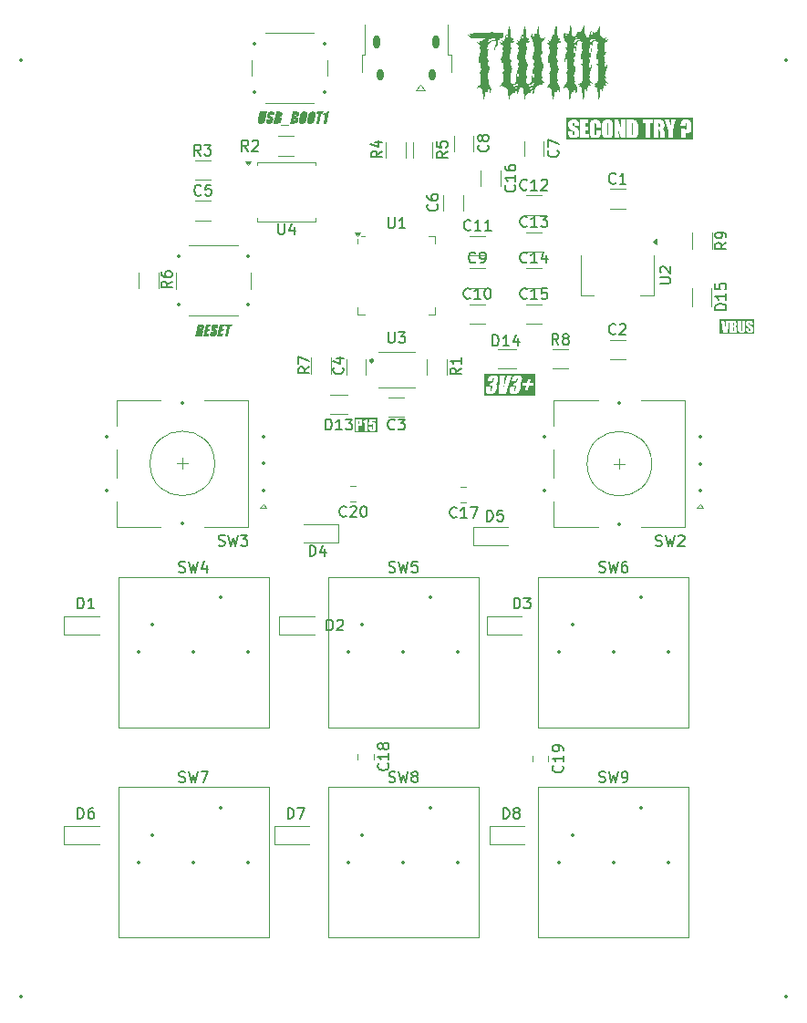
<source format=gbr>
%TF.GenerationSoftware,KiCad,Pcbnew,8.0.5*%
%TF.CreationDate,2025-01-30T00:55:53+01:00*%
%TF.ProjectId,rp2040_pad,72703230-3430-45f7-9061-642e6b696361,rev?*%
%TF.SameCoordinates,Original*%
%TF.FileFunction,Legend,Top*%
%TF.FilePolarity,Positive*%
%FSLAX46Y46*%
G04 Gerber Fmt 4.6, Leading zero omitted, Abs format (unit mm)*
G04 Created by KiCad (PCBNEW 8.0.5) date 2025-01-30 00:55:53*
%MOMM*%
%LPD*%
G01*
G04 APERTURE LIST*
%ADD10C,0.300000*%
%ADD11C,0.150000*%
%ADD12C,0.125000*%
%ADD13C,0.000000*%
%ADD14C,0.120000*%
%ADD15C,0.250000*%
%ADD16C,0.350000*%
%ADD17O,0.700000X1.200000*%
%ADD18O,0.650000X1.050000*%
G04 APERTURE END LIST*
D10*
G36*
X144003035Y-68365272D02*
G01*
X144012212Y-68427125D01*
X144014026Y-68504124D01*
X144014026Y-69254438D01*
X144013985Y-69271826D01*
X144012273Y-69352213D01*
X144003401Y-69430293D01*
X143956873Y-69463632D01*
X143911810Y-69435055D01*
X143907813Y-69417224D01*
X143902554Y-69343121D01*
X143901552Y-69266528D01*
X143901552Y-68504124D01*
X143903019Y-68437291D01*
X143916573Y-68359776D01*
X143959804Y-68338161D01*
X144003035Y-68365272D01*
G37*
G36*
X146201760Y-68361621D02*
G01*
X146276692Y-68374797D01*
X146305268Y-68416563D01*
X146310774Y-68480380D01*
X146311863Y-68557979D01*
X146311863Y-69208642D01*
X146311389Y-69256855D01*
X146307596Y-69334120D01*
X146292445Y-69406845D01*
X146272724Y-69425826D01*
X146198290Y-69440184D01*
X146198290Y-68361608D01*
X146201760Y-68361621D01*
G37*
G36*
X148706186Y-68361801D02*
G01*
X148778960Y-68383590D01*
X148794141Y-68407323D01*
X148803872Y-68480310D01*
X148803872Y-68573000D01*
X148801873Y-68625219D01*
X148778593Y-68695732D01*
X148767967Y-68701709D01*
X148695429Y-68713318D01*
X148695429Y-68361608D01*
X148706186Y-68361801D01*
G37*
G36*
X151904018Y-69935114D02*
G01*
X140133891Y-69935114D01*
X140133891Y-68505589D01*
X140300558Y-68505589D01*
X140303340Y-68576716D01*
X140314296Y-68653652D01*
X140335729Y-68725041D01*
X140340242Y-68735659D01*
X140375846Y-68801886D01*
X140425122Y-68860230D01*
X140454033Y-68884160D01*
X140513338Y-68927408D01*
X140576032Y-68969683D01*
X140642009Y-69012271D01*
X140651898Y-69018557D01*
X140722561Y-69064776D01*
X140784101Y-69108124D01*
X140842044Y-69157351D01*
X140860108Y-69188785D01*
X140875764Y-69262226D01*
X140879413Y-69341266D01*
X140878957Y-69360144D01*
X140860729Y-69433956D01*
X140805774Y-69463632D01*
X140754483Y-69440917D01*
X140743767Y-69401167D01*
X140740195Y-69327344D01*
X140740195Y-69111922D01*
X140313747Y-69111922D01*
X140313747Y-69232822D01*
X140314704Y-69290167D01*
X140320217Y-69373286D01*
X140332275Y-69454095D01*
X140352948Y-69528112D01*
X140358189Y-69541109D01*
X140399189Y-69607376D01*
X140454344Y-69659955D01*
X140518545Y-69701036D01*
X140593670Y-69733622D01*
X140667212Y-69753635D01*
X140747120Y-69765221D01*
X140822260Y-69768447D01*
X140881345Y-69766425D01*
X140955878Y-69757437D01*
X141007771Y-69745000D01*
X141422365Y-69745000D01*
X142197958Y-69745000D01*
X142197958Y-69393290D01*
X141879588Y-69393290D01*
X141879588Y-69041580D01*
X142150697Y-69041580D01*
X142150697Y-68689870D01*
X141879588Y-68689870D01*
X141879588Y-68658729D01*
X142282222Y-68658729D01*
X142282222Y-69138667D01*
X142282863Y-69197697D01*
X142286229Y-69279202D01*
X142292480Y-69352257D01*
X142303420Y-69426809D01*
X142323255Y-69505764D01*
X142331768Y-69528378D01*
X142370980Y-69597014D01*
X142426865Y-69655274D01*
X142491416Y-69698838D01*
X142507566Y-69707267D01*
X142577347Y-69735546D01*
X142655417Y-69755123D01*
X142730528Y-69765116D01*
X142811985Y-69768447D01*
X142823628Y-69768365D01*
X142901904Y-69763226D01*
X142984451Y-69747564D01*
X143059624Y-69721461D01*
X143127424Y-69684916D01*
X143150669Y-69669012D01*
X143210818Y-69618403D01*
X143260793Y-69557073D01*
X143293021Y-69490376D01*
X143307725Y-69434497D01*
X143320107Y-69353119D01*
X143326298Y-69279823D01*
X143329835Y-69196017D01*
X143330757Y-69118150D01*
X143330757Y-69041580D01*
X142873534Y-69041580D01*
X142873534Y-69263230D01*
X142873483Y-69279773D01*
X142871357Y-69356378D01*
X142860345Y-69431392D01*
X142806856Y-69463632D01*
X142751901Y-69432124D01*
X142741196Y-69359395D01*
X142739445Y-69283747D01*
X142739445Y-68525006D01*
X142741196Y-68446301D01*
X142751901Y-68370767D01*
X142810153Y-68338161D01*
X142861444Y-68364539D01*
X142871834Y-68434120D01*
X142873534Y-68511451D01*
X142873534Y-68807107D01*
X143330757Y-68807107D01*
X143330757Y-68760212D01*
X143444330Y-68760212D01*
X143444330Y-69041580D01*
X143444378Y-69072773D01*
X143445108Y-69159275D01*
X143446714Y-69235164D01*
X143450217Y-69319839D01*
X143456786Y-69399152D01*
X143468111Y-69456136D01*
X143496644Y-69528599D01*
X143536287Y-69591493D01*
X143582304Y-69642576D01*
X143642428Y-69688768D01*
X143712508Y-69724483D01*
X143733217Y-69732340D01*
X143805689Y-69752948D01*
X143883455Y-69764969D01*
X143957972Y-69768447D01*
X143984591Y-69768038D01*
X144060737Y-69761904D01*
X144138819Y-69746455D01*
X144143042Y-69745000D01*
X144603872Y-69745000D01*
X144990020Y-69745000D01*
X144978297Y-68976367D01*
X145195184Y-69745000D01*
X145595987Y-69745000D01*
X145595987Y-69440184D01*
X145741067Y-69440184D01*
X145741067Y-69745000D01*
X146299773Y-69745000D01*
X146381831Y-69743637D01*
X146458596Y-69738929D01*
X146535711Y-69727780D01*
X146604850Y-69705337D01*
X146670167Y-69665498D01*
X146717062Y-69612192D01*
X146747103Y-69542400D01*
X146759619Y-69471304D01*
X146765457Y-69397682D01*
X146768313Y-69318124D01*
X146769085Y-69238684D01*
X146769085Y-68655799D01*
X146768557Y-68572083D01*
X146766606Y-68488187D01*
X146762616Y-68410466D01*
X146762393Y-68408503D01*
X147196999Y-68408503D01*
X147453454Y-68408503D01*
X147453454Y-69745000D01*
X147910676Y-69745000D01*
X147910676Y-68713318D01*
X148238206Y-68713318D01*
X148238206Y-69745000D01*
X148695429Y-69745000D01*
X148695429Y-68994685D01*
X148716563Y-68995365D01*
X148785554Y-69022529D01*
X148788828Y-69028648D01*
X148801708Y-69103095D01*
X148803872Y-69180432D01*
X148803872Y-69745000D01*
X149230321Y-69745000D01*
X149230321Y-69294738D01*
X149230309Y-69282205D01*
X149229611Y-69203032D01*
X149227115Y-69123237D01*
X149218963Y-69045244D01*
X149203931Y-69005691D01*
X149161078Y-68942662D01*
X149123532Y-68911027D01*
X149055526Y-68882038D01*
X148979727Y-68865359D01*
X149047825Y-68859841D01*
X149121570Y-68838419D01*
X149179030Y-68792452D01*
X149199015Y-68755417D01*
X149219051Y-68681342D01*
X149227866Y-68604154D01*
X149230321Y-68523541D01*
X149230043Y-68496884D01*
X149225878Y-68422356D01*
X149214704Y-68345727D01*
X149193603Y-68271762D01*
X149159246Y-68205903D01*
X149111046Y-68150412D01*
X149048770Y-68106645D01*
X148976796Y-68080973D01*
X148945793Y-68075306D01*
X148865376Y-68066238D01*
X148788955Y-68061421D01*
X148714723Y-68058706D01*
X148630903Y-68057171D01*
X148556943Y-68056793D01*
X149265491Y-68056793D01*
X149574337Y-69132438D01*
X149574337Y-69745000D01*
X149999685Y-69745000D01*
X150758792Y-69745000D01*
X151170952Y-69745000D01*
X151170952Y-69393290D01*
X150758792Y-69393290D01*
X150758792Y-69745000D01*
X149999685Y-69745000D01*
X149999685Y-69132438D01*
X150145390Y-68642976D01*
X150730949Y-68642976D01*
X151170952Y-68642976D01*
X151170952Y-68538196D01*
X151170998Y-68521961D01*
X151172887Y-68446587D01*
X151182676Y-68371866D01*
X151233234Y-68338161D01*
X151274267Y-68363806D01*
X151282156Y-68401292D01*
X151285258Y-68476280D01*
X151285258Y-68744459D01*
X151285063Y-68781507D01*
X151282873Y-68857700D01*
X151272801Y-68935701D01*
X151217847Y-68971238D01*
X151171493Y-68929908D01*
X151161060Y-68854002D01*
X150758792Y-68854002D01*
X150758792Y-69346395D01*
X151170952Y-69346395D01*
X151170952Y-69187027D01*
X151174533Y-69192504D01*
X151233128Y-69244668D01*
X151303997Y-69269011D01*
X151384909Y-69276053D01*
X151457008Y-69269613D01*
X151529375Y-69247653D01*
X151594469Y-69210108D01*
X151630581Y-69180132D01*
X151678537Y-69124259D01*
X151710607Y-69057334D01*
X151712252Y-69051854D01*
X151727923Y-68977897D01*
X151735236Y-68904696D01*
X151737351Y-68829822D01*
X151737351Y-68626489D01*
X151737110Y-68592921D01*
X151734104Y-68511685D01*
X151726618Y-68434692D01*
X151709874Y-68355746D01*
X151698574Y-68323460D01*
X151666314Y-68256336D01*
X151623412Y-68193080D01*
X151591149Y-68157429D01*
X151533052Y-68111765D01*
X151463311Y-68075478D01*
X151457005Y-68072885D01*
X151383438Y-68049803D01*
X151309871Y-68037460D01*
X151229937Y-68033346D01*
X151152096Y-68037150D01*
X151070735Y-68050814D01*
X150997479Y-68074416D01*
X150924755Y-68112847D01*
X150910108Y-68122889D01*
X150852306Y-68170664D01*
X150803648Y-68228710D01*
X150769050Y-68298593D01*
X150760601Y-68327216D01*
X150745441Y-68406685D01*
X150737337Y-68482920D01*
X150732958Y-68558311D01*
X150730949Y-68642976D01*
X150145390Y-68642976D01*
X150319888Y-68056793D01*
X149896004Y-68056793D01*
X149880275Y-68130696D01*
X149861015Y-68225567D01*
X149843713Y-68316248D01*
X149828368Y-68402739D01*
X149814982Y-68485039D01*
X149803553Y-68563149D01*
X149794082Y-68637069D01*
X149784996Y-68723576D01*
X149784925Y-68712787D01*
X149780546Y-68634443D01*
X149771721Y-68551327D01*
X149761274Y-68473166D01*
X149747816Y-68384632D01*
X149735746Y-68311424D01*
X149721983Y-68232382D01*
X149706526Y-68147505D01*
X149689375Y-68056793D01*
X149265491Y-68056793D01*
X148556943Y-68056793D01*
X148238206Y-68056793D01*
X148238206Y-68713318D01*
X147910676Y-68713318D01*
X147910676Y-68408503D01*
X148168230Y-68408503D01*
X148168230Y-68056793D01*
X147196999Y-68056793D01*
X147196999Y-68408503D01*
X146762393Y-68408503D01*
X146754064Y-68335230D01*
X146750917Y-68319834D01*
X146723204Y-68246718D01*
X146679326Y-68184288D01*
X146641504Y-68148852D01*
X146577911Y-68111251D01*
X146506402Y-68086468D01*
X146466079Y-68077919D01*
X146393007Y-68068385D01*
X146314941Y-68062473D01*
X146239005Y-68059140D01*
X146153175Y-68057257D01*
X146077390Y-68056793D01*
X145741067Y-68056793D01*
X145741067Y-69440184D01*
X145595987Y-69440184D01*
X145595987Y-68056793D01*
X145209839Y-68056793D01*
X145221563Y-68818098D01*
X144986723Y-68056793D01*
X144603872Y-68056793D01*
X144603872Y-69745000D01*
X144143042Y-69745000D01*
X144210031Y-69721919D01*
X144273672Y-69688602D01*
X144333595Y-69642698D01*
X144382955Y-69587096D01*
X144411760Y-69542079D01*
X144442775Y-69470604D01*
X144459159Y-69394389D01*
X144463267Y-69350060D01*
X144467423Y-69275288D01*
X144469820Y-69195173D01*
X144470953Y-69115592D01*
X144471249Y-69041580D01*
X144471249Y-68760212D01*
X144471200Y-68729020D01*
X144470470Y-68642518D01*
X144468864Y-68566629D01*
X144465361Y-68481953D01*
X144458792Y-68402641D01*
X144447468Y-68345685D01*
X144418934Y-68273351D01*
X144379291Y-68210666D01*
X144333274Y-68159425D01*
X144273150Y-68113226D01*
X144203070Y-68077676D01*
X144182364Y-68069753D01*
X144109950Y-68048974D01*
X144032312Y-68036852D01*
X143957972Y-68033346D01*
X143931285Y-68033758D01*
X143854932Y-68039940D01*
X143776622Y-68055511D01*
X143705181Y-68080240D01*
X143641733Y-68113363D01*
X143581940Y-68159138D01*
X143532623Y-68214696D01*
X143503818Y-68259713D01*
X143472803Y-68331188D01*
X143456420Y-68407404D01*
X143452311Y-68451732D01*
X143449399Y-68504124D01*
X143448155Y-68526505D01*
X143445758Y-68606619D01*
X143444625Y-68686201D01*
X143444330Y-68760212D01*
X143330757Y-68760212D01*
X143330757Y-68639312D01*
X143330599Y-68610749D01*
X143328238Y-68530708D01*
X143321902Y-68448039D01*
X143309938Y-68367685D01*
X143290457Y-68295296D01*
X143282131Y-68274604D01*
X143243262Y-68210376D01*
X143187291Y-68153447D01*
X143122295Y-68108450D01*
X143106095Y-68099356D01*
X143036028Y-68068844D01*
X142957535Y-68047721D01*
X142881940Y-68036940D01*
X142799895Y-68033346D01*
X142773185Y-68033771D01*
X142696494Y-68040146D01*
X142617332Y-68056203D01*
X142544539Y-68081706D01*
X142485864Y-68111777D01*
X142424383Y-68156324D01*
X142370150Y-68214696D01*
X142348296Y-68246527D01*
X142313143Y-68317084D01*
X142294678Y-68389818D01*
X142289825Y-68433741D01*
X142284959Y-68510964D01*
X142282818Y-68585004D01*
X142282222Y-68658729D01*
X141879588Y-68658729D01*
X141879588Y-68408503D01*
X142169382Y-68408503D01*
X142169382Y-68056793D01*
X141422365Y-68056793D01*
X141422365Y-69745000D01*
X141007771Y-69745000D01*
X141033924Y-69738732D01*
X141105826Y-69710928D01*
X141168575Y-69676165D01*
X141228186Y-69627694D01*
X141271789Y-69567313D01*
X141288634Y-69525246D01*
X141305521Y-69449883D01*
X141312952Y-69376662D01*
X141315020Y-69303164D01*
X141314341Y-69258452D01*
X141308906Y-69176081D01*
X141295695Y-69091864D01*
X141275086Y-69020444D01*
X141237718Y-68947424D01*
X141186152Y-68887730D01*
X141129806Y-68837219D01*
X141071281Y-68791368D01*
X141002237Y-68742100D01*
X140939428Y-68700226D01*
X140869888Y-68656165D01*
X140863805Y-68652387D01*
X140802754Y-68610682D01*
X140751186Y-68558346D01*
X140737428Y-68522113D01*
X140729937Y-68446971D01*
X140730088Y-68436532D01*
X140747156Y-68364173D01*
X140797348Y-68338161D01*
X140839846Y-68357944D01*
X140848612Y-68387136D01*
X140852669Y-68460526D01*
X140852669Y-68596081D01*
X141279117Y-68596081D01*
X141279117Y-68518412D01*
X141278133Y-68458375D01*
X141273450Y-68383790D01*
X141261761Y-68304124D01*
X141238817Y-68231549D01*
X141201622Y-68175908D01*
X141144946Y-68127367D01*
X141076517Y-68089399D01*
X141020776Y-68067558D01*
X140942153Y-68047359D01*
X140865698Y-68036849D01*
X140783060Y-68033346D01*
X140744471Y-68034136D01*
X140662796Y-68041690D01*
X140588250Y-68057242D01*
X140513782Y-68083904D01*
X140455590Y-68115296D01*
X140397690Y-68162243D01*
X140351116Y-68224221D01*
X140328997Y-68275604D01*
X140311667Y-68348518D01*
X140302977Y-68426759D01*
X140300558Y-68505589D01*
X140133891Y-68505589D01*
X140133891Y-67866679D01*
X151904018Y-67866679D01*
X151904018Y-69935114D01*
G37*
D11*
G36*
X120872622Y-96048807D02*
G01*
X120921074Y-96064836D01*
X120933872Y-96089383D01*
X120938904Y-96138353D01*
X120938904Y-96228967D01*
X120937667Y-96260147D01*
X120923272Y-96309811D01*
X120916643Y-96316368D01*
X120868073Y-96329106D01*
X120846824Y-96328374D01*
X120846824Y-96047739D01*
X120872622Y-96048807D01*
G37*
G36*
X122555528Y-97096742D02*
G01*
X120446530Y-97096742D01*
X120446530Y-96328374D01*
X120557641Y-96328374D01*
X120557641Y-96970000D01*
X120846824Y-96970000D01*
X120846824Y-96516685D01*
X120924494Y-96516685D01*
X120930381Y-96516660D01*
X120980192Y-96514180D01*
X121028831Y-96506667D01*
X121077878Y-96491039D01*
X121088591Y-96485990D01*
X121130011Y-96457259D01*
X121158722Y-96417034D01*
X121160075Y-96413956D01*
X121173749Y-96363826D01*
X121179330Y-96312482D01*
X121180704Y-96263405D01*
X121180704Y-96167662D01*
X121179796Y-96113954D01*
X121176657Y-96064295D01*
X121172350Y-96036015D01*
X121210746Y-96036015D01*
X121210746Y-96157159D01*
X121238101Y-96157159D01*
X121261087Y-96157373D01*
X121313238Y-96160165D01*
X121361933Y-96170837D01*
X121363652Y-96171689D01*
X121395882Y-96210648D01*
X121396651Y-96214352D01*
X121400645Y-96263039D01*
X121401929Y-96315370D01*
X121402233Y-96367452D01*
X121402233Y-96970000D01*
X121679937Y-96970000D01*
X121679937Y-96547948D01*
X121780321Y-96547948D01*
X121780321Y-96608276D01*
X121780454Y-96627316D01*
X121782458Y-96680648D01*
X121787834Y-96735684D01*
X121797985Y-96789108D01*
X121814515Y-96837131D01*
X121819003Y-96846209D01*
X121846972Y-96887335D01*
X121884148Y-96921352D01*
X121930530Y-96948262D01*
X121967542Y-96962823D01*
X122018702Y-96976289D01*
X122067550Y-96983295D01*
X122119574Y-96985631D01*
X122131397Y-96985533D01*
X122181766Y-96982658D01*
X122232294Y-96974797D01*
X122281263Y-96960474D01*
X122305136Y-96950276D01*
X122349734Y-96922937D01*
X122384577Y-96888422D01*
X122393454Y-96876508D01*
X122418151Y-96832764D01*
X122432937Y-96785840D01*
X122435628Y-96770999D01*
X122441177Y-96720070D01*
X122443699Y-96667367D01*
X122444417Y-96612184D01*
X122444417Y-96453182D01*
X122443497Y-96409302D01*
X122438669Y-96350437D01*
X122429701Y-96299919D01*
X122414008Y-96251530D01*
X122385554Y-96206008D01*
X122361606Y-96184095D01*
X122318310Y-96159726D01*
X122266165Y-96145558D01*
X122212386Y-96141528D01*
X122181471Y-96143388D01*
X122130421Y-96156114D01*
X122085283Y-96180895D01*
X122046057Y-96217732D01*
X122046057Y-96016475D01*
X122390195Y-96016475D01*
X122390195Y-95860160D01*
X121794731Y-95860160D01*
X121783007Y-96407264D01*
X122057780Y-96407264D01*
X122057909Y-96388405D01*
X122061444Y-96338632D01*
X122078297Y-96310788D01*
X122110537Y-96297843D01*
X122153768Y-96322023D01*
X122164432Y-96362398D01*
X122166957Y-96412393D01*
X122166957Y-96646378D01*
X122166511Y-96682234D01*
X122165768Y-96733612D01*
X122164515Y-96785596D01*
X122150837Y-96815638D01*
X122117620Y-96829316D01*
X122091278Y-96823688D01*
X122065352Y-96781688D01*
X122063999Y-96772181D01*
X122059917Y-96722601D01*
X122058254Y-96673290D01*
X122057780Y-96620732D01*
X122057780Y-96547948D01*
X121780321Y-96547948D01*
X121679937Y-96547948D01*
X121679937Y-95860160D01*
X121516294Y-95860160D01*
X121495887Y-95884324D01*
X121458088Y-95921068D01*
X121415554Y-95953399D01*
X121368286Y-95981318D01*
X121316283Y-96004824D01*
X121259545Y-96023917D01*
X121210746Y-96036015D01*
X121172350Y-96036015D01*
X121169225Y-96015498D01*
X121154130Y-95972465D01*
X121125994Y-95931479D01*
X121119759Y-95925120D01*
X121077009Y-95896063D01*
X121030495Y-95878478D01*
X121000106Y-95871341D01*
X120947651Y-95864185D01*
X120898028Y-95861037D01*
X120849023Y-95860160D01*
X120557641Y-95860160D01*
X120557641Y-96328374D01*
X120446530Y-96328374D01*
X120446530Y-95749049D01*
X122555528Y-95749049D01*
X122555528Y-97096742D01*
G37*
D10*
G36*
X137255379Y-93685114D02*
G01*
X132466839Y-93685114D01*
X132466839Y-93211288D01*
X132633506Y-93211288D01*
X132637020Y-93285806D01*
X132652753Y-93338423D01*
X132694467Y-93401098D01*
X132753524Y-93451036D01*
X132809921Y-93480528D01*
X132887764Y-93503635D01*
X132969755Y-93515221D01*
X133051378Y-93518447D01*
X133124505Y-93515729D01*
X133202283Y-93505969D01*
X133248868Y-93495000D01*
X133846022Y-93495000D01*
X134510607Y-93495000D01*
X134606409Y-93211288D01*
X134846347Y-93211288D01*
X134849860Y-93285806D01*
X134865593Y-93338423D01*
X134907307Y-93401098D01*
X134966364Y-93451036D01*
X135022761Y-93480528D01*
X135100604Y-93503635D01*
X135182596Y-93515221D01*
X135264218Y-93518447D01*
X135337345Y-93515729D01*
X135415123Y-93505969D01*
X135486719Y-93489111D01*
X135559874Y-93461660D01*
X135575089Y-93454359D01*
X135644641Y-93411755D01*
X135703317Y-93358990D01*
X135751116Y-93296064D01*
X135755348Y-93289156D01*
X135790987Y-93219456D01*
X135818968Y-93146115D01*
X135840596Y-93073150D01*
X135859560Y-92991981D01*
X135866087Y-92959748D01*
X135879413Y-92885640D01*
X135889760Y-92808918D01*
X135890656Y-92791580D01*
X136034682Y-92791580D01*
X136396650Y-92791580D01*
X136318614Y-93166737D01*
X136588258Y-93166737D01*
X136666294Y-92791580D01*
X137030094Y-92791580D01*
X137088712Y-92510212D01*
X136724912Y-92510212D01*
X136802581Y-92135055D01*
X136532937Y-92135055D01*
X136455268Y-92510212D01*
X136093300Y-92510212D01*
X136034682Y-92791580D01*
X135890656Y-92791580D01*
X135893978Y-92727339D01*
X135881908Y-92653827D01*
X135847387Y-92598178D01*
X135784455Y-92555275D01*
X135799644Y-92547438D01*
X135863457Y-92505243D01*
X135918911Y-92449762D01*
X135954786Y-92389827D01*
X135982150Y-92315516D01*
X136000610Y-92240935D01*
X136007870Y-92201629D01*
X136015667Y-92127887D01*
X136013433Y-92050059D01*
X135995939Y-91971932D01*
X135962508Y-91905345D01*
X135957146Y-91897839D01*
X135899129Y-91846371D01*
X135826312Y-91813845D01*
X135747517Y-91795260D01*
X135670303Y-91786324D01*
X135582588Y-91783346D01*
X135525115Y-91784731D01*
X135445259Y-91792004D01*
X135361731Y-91808368D01*
X135288581Y-91833217D01*
X135217690Y-91872006D01*
X135158362Y-91926228D01*
X135114301Y-91990201D01*
X135082367Y-92057315D01*
X135055817Y-92135762D01*
X135037805Y-92209794D01*
X135004832Y-92369528D01*
X135435676Y-92369528D01*
X135469382Y-92206130D01*
X135484487Y-92142386D01*
X135511880Y-92070942D01*
X135567934Y-92041266D01*
X135606769Y-92065812D01*
X135609241Y-92106754D01*
X135597609Y-92180484D01*
X135577093Y-92279403D01*
X135564232Y-92332505D01*
X135536793Y-92402868D01*
X135481106Y-92452327D01*
X135448376Y-92458123D01*
X135370954Y-92462448D01*
X135294260Y-92463318D01*
X135240771Y-92720872D01*
X135256743Y-92721231D01*
X135331137Y-92724588D01*
X135406001Y-92735893D01*
X135451796Y-92788649D01*
X135454892Y-92846357D01*
X135443370Y-92922006D01*
X135419190Y-93038143D01*
X135409392Y-93083717D01*
X135391460Y-93157047D01*
X135366067Y-93227187D01*
X135304518Y-93260526D01*
X135265683Y-93236713D01*
X135269150Y-93178422D01*
X135282536Y-93104455D01*
X135342986Y-92815027D01*
X134912142Y-92815027D01*
X134883199Y-92953147D01*
X134880194Y-92967690D01*
X134864824Y-93049332D01*
X134852655Y-93132405D01*
X134846347Y-93211288D01*
X134606409Y-93211288D01*
X135080669Y-91806793D01*
X134608060Y-91806793D01*
X134511706Y-92122233D01*
X134497458Y-92169558D01*
X134475892Y-92242505D01*
X134454095Y-92317802D01*
X134432066Y-92395451D01*
X134409805Y-92475449D01*
X134387312Y-92557799D01*
X134364588Y-92642498D01*
X134341631Y-92729549D01*
X134318443Y-92818950D01*
X134295023Y-92910702D01*
X134271371Y-93004804D01*
X134281610Y-92941778D01*
X134296728Y-92844276D01*
X134311556Y-92743220D01*
X134326095Y-92638609D01*
X134340343Y-92530443D01*
X134349681Y-92456357D01*
X134358890Y-92380691D01*
X134367971Y-92303446D01*
X134376922Y-92224620D01*
X134385745Y-92144214D01*
X134394439Y-92062229D01*
X134403004Y-91978664D01*
X134411441Y-91893518D01*
X134419748Y-91806793D01*
X133948604Y-91806793D01*
X133846022Y-93495000D01*
X133248868Y-93495000D01*
X133273879Y-93489111D01*
X133347034Y-93461660D01*
X133362249Y-93454359D01*
X133431801Y-93411755D01*
X133490477Y-93358990D01*
X133538276Y-93296064D01*
X133542508Y-93289156D01*
X133578147Y-93219456D01*
X133606128Y-93146115D01*
X133627756Y-93073150D01*
X133646720Y-92991981D01*
X133653247Y-92959748D01*
X133666572Y-92885640D01*
X133676919Y-92808918D01*
X133681138Y-92727339D01*
X133669068Y-92653827D01*
X133634547Y-92598178D01*
X133571615Y-92555275D01*
X133586804Y-92547438D01*
X133650617Y-92505243D01*
X133706071Y-92449762D01*
X133741946Y-92389827D01*
X133769310Y-92315516D01*
X133787770Y-92240935D01*
X133795030Y-92201629D01*
X133802827Y-92127887D01*
X133800593Y-92050059D01*
X133783099Y-91971932D01*
X133749668Y-91905345D01*
X133744306Y-91897839D01*
X133686289Y-91846371D01*
X133613472Y-91813845D01*
X133534677Y-91795260D01*
X133457463Y-91786324D01*
X133369748Y-91783346D01*
X133312275Y-91784731D01*
X133232419Y-91792004D01*
X133148891Y-91808368D01*
X133075741Y-91833217D01*
X133004849Y-91872006D01*
X132945521Y-91926228D01*
X132901461Y-91990201D01*
X132869527Y-92057315D01*
X132842977Y-92135762D01*
X132824965Y-92209794D01*
X132791992Y-92369528D01*
X133222836Y-92369528D01*
X133256542Y-92206130D01*
X133271646Y-92142386D01*
X133299040Y-92070942D01*
X133355094Y-92041266D01*
X133393928Y-92065812D01*
X133396401Y-92106754D01*
X133384769Y-92180484D01*
X133364253Y-92279403D01*
X133351391Y-92332505D01*
X133323953Y-92402868D01*
X133268265Y-92452327D01*
X133235536Y-92458123D01*
X133158114Y-92462448D01*
X133081420Y-92463318D01*
X133027930Y-92720872D01*
X133043903Y-92721231D01*
X133118297Y-92724588D01*
X133193161Y-92735893D01*
X133238956Y-92788649D01*
X133242052Y-92846357D01*
X133230530Y-92922006D01*
X133206350Y-93038143D01*
X133196552Y-93083717D01*
X133178620Y-93157047D01*
X133153227Y-93227187D01*
X133091678Y-93260526D01*
X133052843Y-93236713D01*
X133056310Y-93178422D01*
X133069696Y-93104455D01*
X133130146Y-92815027D01*
X132699302Y-92815027D01*
X132670359Y-92953147D01*
X132667354Y-92967690D01*
X132651984Y-93049332D01*
X132639815Y-93132405D01*
X132633506Y-93211288D01*
X132466839Y-93211288D01*
X132466839Y-91616679D01*
X137255379Y-91616679D01*
X137255379Y-93685114D01*
G37*
D11*
G36*
X155611920Y-87331952D02*
G01*
X155659176Y-87347131D01*
X155671820Y-87385090D01*
X155674319Y-87434082D01*
X155674319Y-87538129D01*
X155672673Y-87575500D01*
X155657466Y-87623126D01*
X155629562Y-87636620D01*
X155579553Y-87642421D01*
X155579553Y-87329790D01*
X155611920Y-87331952D01*
G37*
G36*
X155590269Y-86907998D02*
G01*
X155639637Y-86914089D01*
X155664549Y-86940711D01*
X155671228Y-86965335D01*
X155674319Y-87014717D01*
X155674216Y-87032800D01*
X155672075Y-87087239D01*
X155662595Y-87136106D01*
X155655994Y-87144290D01*
X155608374Y-87157110D01*
X155579553Y-87157843D01*
X155579553Y-86907739D01*
X155590269Y-86907998D01*
G37*
G36*
X157575974Y-87956742D02*
G01*
X154380584Y-87956742D01*
X154380584Y-86720160D01*
X154491695Y-86720160D01*
X154658757Y-87830000D01*
X155097662Y-87830000D01*
X155186711Y-87157843D01*
X155290369Y-87157843D01*
X155290369Y-87642421D01*
X155290369Y-87830000D01*
X155624982Y-87830000D01*
X155646349Y-87829921D01*
X155695716Y-87829041D01*
X155747322Y-87826694D01*
X155803173Y-87821374D01*
X155855792Y-87809972D01*
X155866100Y-87805916D01*
X155909527Y-87776621D01*
X155937857Y-87735722D01*
X155943925Y-87721193D01*
X155956440Y-87671833D01*
X155962129Y-87621187D01*
X155963747Y-87568415D01*
X155963747Y-87465101D01*
X155963607Y-87451705D01*
X155960241Y-87402528D01*
X155954121Y-87372533D01*
X156059002Y-87372533D01*
X156059108Y-87417122D01*
X156059543Y-87467235D01*
X156060504Y-87519121D01*
X156062234Y-87568282D01*
X156065840Y-87617264D01*
X156068735Y-87635292D01*
X156084897Y-87684313D01*
X156110537Y-87727906D01*
X156141095Y-87761531D01*
X156180716Y-87790539D01*
X156224598Y-87812903D01*
X156244016Y-87820573D01*
X156295765Y-87835276D01*
X156346254Y-87843042D01*
X156400453Y-87845631D01*
X156406063Y-87845604D01*
X156459586Y-87842370D01*
X156508435Y-87833745D01*
X156556769Y-87818032D01*
X156588352Y-87802629D01*
X156629602Y-87773515D01*
X156663503Y-87737187D01*
X156673135Y-87723857D01*
X156697482Y-87681113D01*
X156712351Y-87632896D01*
X156715587Y-87607105D01*
X156718831Y-87557894D01*
X156720258Y-87508049D01*
X156720655Y-87456796D01*
X156720655Y-87011542D01*
X156804187Y-87011542D01*
X156805621Y-87053185D01*
X156812280Y-87104064D01*
X156827145Y-87154668D01*
X156828592Y-87158140D01*
X156853096Y-87204555D01*
X156885031Y-87242351D01*
X156900779Y-87255555D01*
X156942942Y-87286496D01*
X156984410Y-87314473D01*
X157028157Y-87342735D01*
X157041307Y-87351104D01*
X157082388Y-87378052D01*
X157123907Y-87407341D01*
X157163224Y-87440921D01*
X157178520Y-87469569D01*
X157187965Y-87519057D01*
X157190090Y-87568660D01*
X157189412Y-87586972D01*
X157175924Y-87635582D01*
X157133182Y-87658053D01*
X157092882Y-87640223D01*
X157084115Y-87608405D01*
X157081646Y-87559378D01*
X157081646Y-87423579D01*
X156812979Y-87423579D01*
X156812979Y-87496364D01*
X156813599Y-87534124D01*
X156817171Y-87588735D01*
X156824985Y-87641633D01*
X156838381Y-87689804D01*
X156841777Y-87698198D01*
X156868371Y-87741022D01*
X156904168Y-87775044D01*
X156945847Y-87801667D01*
X156994714Y-87822919D01*
X157042693Y-87835971D01*
X157094945Y-87843527D01*
X157144173Y-87845631D01*
X157182913Y-87844317D01*
X157231708Y-87838478D01*
X157282698Y-87826326D01*
X157329553Y-87808262D01*
X157366128Y-87788356D01*
X157405851Y-87757396D01*
X157437020Y-87715450D01*
X157443546Y-87700631D01*
X157457005Y-87650001D01*
X157463123Y-87597801D01*
X157464863Y-87543258D01*
X157464668Y-87523516D01*
X157461734Y-87468444D01*
X157453862Y-87412072D01*
X157438997Y-87358037D01*
X157414794Y-87310495D01*
X157380829Y-87271386D01*
X157343634Y-87238167D01*
X157304964Y-87207939D01*
X157259318Y-87175398D01*
X157217777Y-87147699D01*
X157171772Y-87118520D01*
X157167611Y-87115940D01*
X157125748Y-87087283D01*
X157089951Y-87050621D01*
X157079599Y-87022678D01*
X157074808Y-86972463D01*
X157075136Y-86960300D01*
X157088241Y-86912135D01*
X157127564Y-86892107D01*
X157162002Y-86907983D01*
X157169365Y-86932043D01*
X157172260Y-86981500D01*
X157172260Y-87064054D01*
X157440928Y-87064054D01*
X157440928Y-87020090D01*
X157440296Y-86980606D01*
X157437287Y-86931659D01*
X157429778Y-86879581D01*
X157415038Y-86832512D01*
X157393762Y-86799849D01*
X157354378Y-86765502D01*
X157310013Y-86740921D01*
X157273696Y-86726740D01*
X157222330Y-86713627D01*
X157172260Y-86706803D01*
X157118039Y-86704528D01*
X157092744Y-86705040D01*
X157039292Y-86709930D01*
X156990632Y-86719998D01*
X156942184Y-86737257D01*
X156908295Y-86755209D01*
X156866850Y-86788090D01*
X156836671Y-86828115D01*
X156824013Y-86856678D01*
X156811324Y-86908713D01*
X156805741Y-86959855D01*
X156804187Y-87011542D01*
X156720655Y-87011542D01*
X156720655Y-86720160D01*
X156431472Y-86720160D01*
X156431472Y-87531535D01*
X156430338Y-87584818D01*
X156423412Y-87636071D01*
X156387997Y-87658053D01*
X156356001Y-87638025D01*
X156349475Y-87595901D01*
X156348185Y-87545945D01*
X156348185Y-86720160D01*
X156059002Y-86720160D01*
X156059002Y-87372533D01*
X155954121Y-87372533D01*
X155949722Y-87350974D01*
X155927843Y-87303656D01*
X155925551Y-87300388D01*
X155888188Y-87265750D01*
X155843146Y-87243338D01*
X155791800Y-87228185D01*
X155823502Y-87219873D01*
X155870739Y-87201423D01*
X155912456Y-87169567D01*
X155931060Y-87132713D01*
X155940571Y-87084387D01*
X155942986Y-87034501D01*
X155942944Y-87025632D01*
X155940918Y-86975646D01*
X155934712Y-86924318D01*
X155922553Y-86874874D01*
X155899755Y-86826894D01*
X155870064Y-86790840D01*
X155831234Y-86760987D01*
X155785938Y-86741409D01*
X155781477Y-86740102D01*
X155729728Y-86729311D01*
X155678986Y-86723667D01*
X155627776Y-86720907D01*
X155578820Y-86720160D01*
X155290369Y-86720160D01*
X155290369Y-87157843D01*
X155186711Y-87157843D01*
X155244696Y-86720160D01*
X154939637Y-86720160D01*
X154919609Y-86924836D01*
X154918069Y-86940521D01*
X154911948Y-87004963D01*
X154907397Y-87055078D01*
X154902880Y-87106721D01*
X154898398Y-87159893D01*
X154893950Y-87214592D01*
X154889536Y-87270821D01*
X154885157Y-87328578D01*
X154880812Y-87387863D01*
X154876502Y-87448676D01*
X154872226Y-87511018D01*
X154869298Y-87468917D01*
X154864458Y-87403933D01*
X154859082Y-87336751D01*
X154853170Y-87267371D01*
X154846720Y-87195792D01*
X154842123Y-87146852D01*
X154837286Y-87096935D01*
X154832212Y-87046041D01*
X154826899Y-86994170D01*
X154821347Y-86941322D01*
X154815556Y-86887497D01*
X154809528Y-86832695D01*
X154803260Y-86776916D01*
X154796755Y-86720160D01*
X154491695Y-86720160D01*
X154380584Y-86720160D01*
X154380584Y-86593417D01*
X157575974Y-86593417D01*
X157575974Y-87956742D01*
G37*
X119682142Y-104839580D02*
X119634523Y-104887200D01*
X119634523Y-104887200D02*
X119491666Y-104934819D01*
X119491666Y-104934819D02*
X119396428Y-104934819D01*
X119396428Y-104934819D02*
X119253571Y-104887200D01*
X119253571Y-104887200D02*
X119158333Y-104791961D01*
X119158333Y-104791961D02*
X119110714Y-104696723D01*
X119110714Y-104696723D02*
X119063095Y-104506247D01*
X119063095Y-104506247D02*
X119063095Y-104363390D01*
X119063095Y-104363390D02*
X119110714Y-104172914D01*
X119110714Y-104172914D02*
X119158333Y-104077676D01*
X119158333Y-104077676D02*
X119253571Y-103982438D01*
X119253571Y-103982438D02*
X119396428Y-103934819D01*
X119396428Y-103934819D02*
X119491666Y-103934819D01*
X119491666Y-103934819D02*
X119634523Y-103982438D01*
X119634523Y-103982438D02*
X119682142Y-104030057D01*
X120063095Y-104030057D02*
X120110714Y-103982438D01*
X120110714Y-103982438D02*
X120205952Y-103934819D01*
X120205952Y-103934819D02*
X120444047Y-103934819D01*
X120444047Y-103934819D02*
X120539285Y-103982438D01*
X120539285Y-103982438D02*
X120586904Y-104030057D01*
X120586904Y-104030057D02*
X120634523Y-104125295D01*
X120634523Y-104125295D02*
X120634523Y-104220533D01*
X120634523Y-104220533D02*
X120586904Y-104363390D01*
X120586904Y-104363390D02*
X120015476Y-104934819D01*
X120015476Y-104934819D02*
X120634523Y-104934819D01*
X121253571Y-103934819D02*
X121348809Y-103934819D01*
X121348809Y-103934819D02*
X121444047Y-103982438D01*
X121444047Y-103982438D02*
X121491666Y-104030057D01*
X121491666Y-104030057D02*
X121539285Y-104125295D01*
X121539285Y-104125295D02*
X121586904Y-104315771D01*
X121586904Y-104315771D02*
X121586904Y-104553866D01*
X121586904Y-104553866D02*
X121539285Y-104744342D01*
X121539285Y-104744342D02*
X121491666Y-104839580D01*
X121491666Y-104839580D02*
X121444047Y-104887200D01*
X121444047Y-104887200D02*
X121348809Y-104934819D01*
X121348809Y-104934819D02*
X121253571Y-104934819D01*
X121253571Y-104934819D02*
X121158333Y-104887200D01*
X121158333Y-104887200D02*
X121110714Y-104839580D01*
X121110714Y-104839580D02*
X121063095Y-104744342D01*
X121063095Y-104744342D02*
X121015476Y-104553866D01*
X121015476Y-104553866D02*
X121015476Y-104315771D01*
X121015476Y-104315771D02*
X121063095Y-104125295D01*
X121063095Y-104125295D02*
X121110714Y-104030057D01*
X121110714Y-104030057D02*
X121158333Y-103982438D01*
X121158333Y-103982438D02*
X121253571Y-103934819D01*
X139739580Y-128042857D02*
X139787200Y-128090476D01*
X139787200Y-128090476D02*
X139834819Y-128233333D01*
X139834819Y-128233333D02*
X139834819Y-128328571D01*
X139834819Y-128328571D02*
X139787200Y-128471428D01*
X139787200Y-128471428D02*
X139691961Y-128566666D01*
X139691961Y-128566666D02*
X139596723Y-128614285D01*
X139596723Y-128614285D02*
X139406247Y-128661904D01*
X139406247Y-128661904D02*
X139263390Y-128661904D01*
X139263390Y-128661904D02*
X139072914Y-128614285D01*
X139072914Y-128614285D02*
X138977676Y-128566666D01*
X138977676Y-128566666D02*
X138882438Y-128471428D01*
X138882438Y-128471428D02*
X138834819Y-128328571D01*
X138834819Y-128328571D02*
X138834819Y-128233333D01*
X138834819Y-128233333D02*
X138882438Y-128090476D01*
X138882438Y-128090476D02*
X138930057Y-128042857D01*
X139834819Y-127090476D02*
X139834819Y-127661904D01*
X139834819Y-127376190D02*
X138834819Y-127376190D01*
X138834819Y-127376190D02*
X138977676Y-127471428D01*
X138977676Y-127471428D02*
X139072914Y-127566666D01*
X139072914Y-127566666D02*
X139120533Y-127661904D01*
X139834819Y-126614285D02*
X139834819Y-126423809D01*
X139834819Y-126423809D02*
X139787200Y-126328571D01*
X139787200Y-126328571D02*
X139739580Y-126280952D01*
X139739580Y-126280952D02*
X139596723Y-126185714D01*
X139596723Y-126185714D02*
X139406247Y-126138095D01*
X139406247Y-126138095D02*
X139025295Y-126138095D01*
X139025295Y-126138095D02*
X138930057Y-126185714D01*
X138930057Y-126185714D02*
X138882438Y-126233333D01*
X138882438Y-126233333D02*
X138834819Y-126328571D01*
X138834819Y-126328571D02*
X138834819Y-126519047D01*
X138834819Y-126519047D02*
X138882438Y-126614285D01*
X138882438Y-126614285D02*
X138930057Y-126661904D01*
X138930057Y-126661904D02*
X139025295Y-126709523D01*
X139025295Y-126709523D02*
X139263390Y-126709523D01*
X139263390Y-126709523D02*
X139358628Y-126661904D01*
X139358628Y-126661904D02*
X139406247Y-126614285D01*
X139406247Y-126614285D02*
X139453866Y-126519047D01*
X139453866Y-126519047D02*
X139453866Y-126328571D01*
X139453866Y-126328571D02*
X139406247Y-126233333D01*
X139406247Y-126233333D02*
X139358628Y-126185714D01*
X139358628Y-126185714D02*
X139263390Y-126138095D01*
X123539580Y-127842857D02*
X123587200Y-127890476D01*
X123587200Y-127890476D02*
X123634819Y-128033333D01*
X123634819Y-128033333D02*
X123634819Y-128128571D01*
X123634819Y-128128571D02*
X123587200Y-128271428D01*
X123587200Y-128271428D02*
X123491961Y-128366666D01*
X123491961Y-128366666D02*
X123396723Y-128414285D01*
X123396723Y-128414285D02*
X123206247Y-128461904D01*
X123206247Y-128461904D02*
X123063390Y-128461904D01*
X123063390Y-128461904D02*
X122872914Y-128414285D01*
X122872914Y-128414285D02*
X122777676Y-128366666D01*
X122777676Y-128366666D02*
X122682438Y-128271428D01*
X122682438Y-128271428D02*
X122634819Y-128128571D01*
X122634819Y-128128571D02*
X122634819Y-128033333D01*
X122634819Y-128033333D02*
X122682438Y-127890476D01*
X122682438Y-127890476D02*
X122730057Y-127842857D01*
X123634819Y-126890476D02*
X123634819Y-127461904D01*
X123634819Y-127176190D02*
X122634819Y-127176190D01*
X122634819Y-127176190D02*
X122777676Y-127271428D01*
X122777676Y-127271428D02*
X122872914Y-127366666D01*
X122872914Y-127366666D02*
X122920533Y-127461904D01*
X123063390Y-126319047D02*
X123015771Y-126414285D01*
X123015771Y-126414285D02*
X122968152Y-126461904D01*
X122968152Y-126461904D02*
X122872914Y-126509523D01*
X122872914Y-126509523D02*
X122825295Y-126509523D01*
X122825295Y-126509523D02*
X122730057Y-126461904D01*
X122730057Y-126461904D02*
X122682438Y-126414285D01*
X122682438Y-126414285D02*
X122634819Y-126319047D01*
X122634819Y-126319047D02*
X122634819Y-126128571D01*
X122634819Y-126128571D02*
X122682438Y-126033333D01*
X122682438Y-126033333D02*
X122730057Y-125985714D01*
X122730057Y-125985714D02*
X122825295Y-125938095D01*
X122825295Y-125938095D02*
X122872914Y-125938095D01*
X122872914Y-125938095D02*
X122968152Y-125985714D01*
X122968152Y-125985714D02*
X123015771Y-126033333D01*
X123015771Y-126033333D02*
X123063390Y-126128571D01*
X123063390Y-126128571D02*
X123063390Y-126319047D01*
X123063390Y-126319047D02*
X123111009Y-126414285D01*
X123111009Y-126414285D02*
X123158628Y-126461904D01*
X123158628Y-126461904D02*
X123253866Y-126509523D01*
X123253866Y-126509523D02*
X123444342Y-126509523D01*
X123444342Y-126509523D02*
X123539580Y-126461904D01*
X123539580Y-126461904D02*
X123587200Y-126414285D01*
X123587200Y-126414285D02*
X123634819Y-126319047D01*
X123634819Y-126319047D02*
X123634819Y-126128571D01*
X123634819Y-126128571D02*
X123587200Y-126033333D01*
X123587200Y-126033333D02*
X123539580Y-125985714D01*
X123539580Y-125985714D02*
X123444342Y-125938095D01*
X123444342Y-125938095D02*
X123253866Y-125938095D01*
X123253866Y-125938095D02*
X123158628Y-125985714D01*
X123158628Y-125985714D02*
X123111009Y-126033333D01*
X123111009Y-126033333D02*
X123063390Y-126128571D01*
X129932142Y-104939580D02*
X129884523Y-104987200D01*
X129884523Y-104987200D02*
X129741666Y-105034819D01*
X129741666Y-105034819D02*
X129646428Y-105034819D01*
X129646428Y-105034819D02*
X129503571Y-104987200D01*
X129503571Y-104987200D02*
X129408333Y-104891961D01*
X129408333Y-104891961D02*
X129360714Y-104796723D01*
X129360714Y-104796723D02*
X129313095Y-104606247D01*
X129313095Y-104606247D02*
X129313095Y-104463390D01*
X129313095Y-104463390D02*
X129360714Y-104272914D01*
X129360714Y-104272914D02*
X129408333Y-104177676D01*
X129408333Y-104177676D02*
X129503571Y-104082438D01*
X129503571Y-104082438D02*
X129646428Y-104034819D01*
X129646428Y-104034819D02*
X129741666Y-104034819D01*
X129741666Y-104034819D02*
X129884523Y-104082438D01*
X129884523Y-104082438D02*
X129932142Y-104130057D01*
X130884523Y-105034819D02*
X130313095Y-105034819D01*
X130598809Y-105034819D02*
X130598809Y-104034819D01*
X130598809Y-104034819D02*
X130503571Y-104177676D01*
X130503571Y-104177676D02*
X130408333Y-104272914D01*
X130408333Y-104272914D02*
X130313095Y-104320533D01*
X131217857Y-104034819D02*
X131884523Y-104034819D01*
X131884523Y-104034819D02*
X131455952Y-105034819D01*
X143166667Y-129533200D02*
X143309524Y-129580819D01*
X143309524Y-129580819D02*
X143547619Y-129580819D01*
X143547619Y-129580819D02*
X143642857Y-129533200D01*
X143642857Y-129533200D02*
X143690476Y-129485580D01*
X143690476Y-129485580D02*
X143738095Y-129390342D01*
X143738095Y-129390342D02*
X143738095Y-129295104D01*
X143738095Y-129295104D02*
X143690476Y-129199866D01*
X143690476Y-129199866D02*
X143642857Y-129152247D01*
X143642857Y-129152247D02*
X143547619Y-129104628D01*
X143547619Y-129104628D02*
X143357143Y-129057009D01*
X143357143Y-129057009D02*
X143261905Y-129009390D01*
X143261905Y-129009390D02*
X143214286Y-128961771D01*
X143214286Y-128961771D02*
X143166667Y-128866533D01*
X143166667Y-128866533D02*
X143166667Y-128771295D01*
X143166667Y-128771295D02*
X143214286Y-128676057D01*
X143214286Y-128676057D02*
X143261905Y-128628438D01*
X143261905Y-128628438D02*
X143357143Y-128580819D01*
X143357143Y-128580819D02*
X143595238Y-128580819D01*
X143595238Y-128580819D02*
X143738095Y-128628438D01*
X144071429Y-128580819D02*
X144309524Y-129580819D01*
X144309524Y-129580819D02*
X144500000Y-128866533D01*
X144500000Y-128866533D02*
X144690476Y-129580819D01*
X144690476Y-129580819D02*
X144928572Y-128580819D01*
X145357143Y-129580819D02*
X145547619Y-129580819D01*
X145547619Y-129580819D02*
X145642857Y-129533200D01*
X145642857Y-129533200D02*
X145690476Y-129485580D01*
X145690476Y-129485580D02*
X145785714Y-129342723D01*
X145785714Y-129342723D02*
X145833333Y-129152247D01*
X145833333Y-129152247D02*
X145833333Y-128771295D01*
X145833333Y-128771295D02*
X145785714Y-128676057D01*
X145785714Y-128676057D02*
X145738095Y-128628438D01*
X145738095Y-128628438D02*
X145642857Y-128580819D01*
X145642857Y-128580819D02*
X145452381Y-128580819D01*
X145452381Y-128580819D02*
X145357143Y-128628438D01*
X145357143Y-128628438D02*
X145309524Y-128676057D01*
X145309524Y-128676057D02*
X145261905Y-128771295D01*
X145261905Y-128771295D02*
X145261905Y-129009390D01*
X145261905Y-129009390D02*
X145309524Y-129104628D01*
X145309524Y-129104628D02*
X145357143Y-129152247D01*
X145357143Y-129152247D02*
X145452381Y-129199866D01*
X145452381Y-129199866D02*
X145642857Y-129199866D01*
X145642857Y-129199866D02*
X145738095Y-129152247D01*
X145738095Y-129152247D02*
X145785714Y-129104628D01*
X145785714Y-129104628D02*
X145833333Y-129009390D01*
X123666667Y-129533200D02*
X123809524Y-129580819D01*
X123809524Y-129580819D02*
X124047619Y-129580819D01*
X124047619Y-129580819D02*
X124142857Y-129533200D01*
X124142857Y-129533200D02*
X124190476Y-129485580D01*
X124190476Y-129485580D02*
X124238095Y-129390342D01*
X124238095Y-129390342D02*
X124238095Y-129295104D01*
X124238095Y-129295104D02*
X124190476Y-129199866D01*
X124190476Y-129199866D02*
X124142857Y-129152247D01*
X124142857Y-129152247D02*
X124047619Y-129104628D01*
X124047619Y-129104628D02*
X123857143Y-129057009D01*
X123857143Y-129057009D02*
X123761905Y-129009390D01*
X123761905Y-129009390D02*
X123714286Y-128961771D01*
X123714286Y-128961771D02*
X123666667Y-128866533D01*
X123666667Y-128866533D02*
X123666667Y-128771295D01*
X123666667Y-128771295D02*
X123714286Y-128676057D01*
X123714286Y-128676057D02*
X123761905Y-128628438D01*
X123761905Y-128628438D02*
X123857143Y-128580819D01*
X123857143Y-128580819D02*
X124095238Y-128580819D01*
X124095238Y-128580819D02*
X124238095Y-128628438D01*
X124571429Y-128580819D02*
X124809524Y-129580819D01*
X124809524Y-129580819D02*
X125000000Y-128866533D01*
X125000000Y-128866533D02*
X125190476Y-129580819D01*
X125190476Y-129580819D02*
X125428572Y-128580819D01*
X125952381Y-129009390D02*
X125857143Y-128961771D01*
X125857143Y-128961771D02*
X125809524Y-128914152D01*
X125809524Y-128914152D02*
X125761905Y-128818914D01*
X125761905Y-128818914D02*
X125761905Y-128771295D01*
X125761905Y-128771295D02*
X125809524Y-128676057D01*
X125809524Y-128676057D02*
X125857143Y-128628438D01*
X125857143Y-128628438D02*
X125952381Y-128580819D01*
X125952381Y-128580819D02*
X126142857Y-128580819D01*
X126142857Y-128580819D02*
X126238095Y-128628438D01*
X126238095Y-128628438D02*
X126285714Y-128676057D01*
X126285714Y-128676057D02*
X126333333Y-128771295D01*
X126333333Y-128771295D02*
X126333333Y-128818914D01*
X126333333Y-128818914D02*
X126285714Y-128914152D01*
X126285714Y-128914152D02*
X126238095Y-128961771D01*
X126238095Y-128961771D02*
X126142857Y-129009390D01*
X126142857Y-129009390D02*
X125952381Y-129009390D01*
X125952381Y-129009390D02*
X125857143Y-129057009D01*
X125857143Y-129057009D02*
X125809524Y-129104628D01*
X125809524Y-129104628D02*
X125761905Y-129199866D01*
X125761905Y-129199866D02*
X125761905Y-129390342D01*
X125761905Y-129390342D02*
X125809524Y-129485580D01*
X125809524Y-129485580D02*
X125857143Y-129533200D01*
X125857143Y-129533200D02*
X125952381Y-129580819D01*
X125952381Y-129580819D02*
X126142857Y-129580819D01*
X126142857Y-129580819D02*
X126238095Y-129533200D01*
X126238095Y-129533200D02*
X126285714Y-129485580D01*
X126285714Y-129485580D02*
X126333333Y-129390342D01*
X126333333Y-129390342D02*
X126333333Y-129199866D01*
X126333333Y-129199866D02*
X126285714Y-129104628D01*
X126285714Y-129104628D02*
X126238095Y-129057009D01*
X126238095Y-129057009D02*
X126142857Y-129009390D01*
X104166667Y-129533200D02*
X104309524Y-129580819D01*
X104309524Y-129580819D02*
X104547619Y-129580819D01*
X104547619Y-129580819D02*
X104642857Y-129533200D01*
X104642857Y-129533200D02*
X104690476Y-129485580D01*
X104690476Y-129485580D02*
X104738095Y-129390342D01*
X104738095Y-129390342D02*
X104738095Y-129295104D01*
X104738095Y-129295104D02*
X104690476Y-129199866D01*
X104690476Y-129199866D02*
X104642857Y-129152247D01*
X104642857Y-129152247D02*
X104547619Y-129104628D01*
X104547619Y-129104628D02*
X104357143Y-129057009D01*
X104357143Y-129057009D02*
X104261905Y-129009390D01*
X104261905Y-129009390D02*
X104214286Y-128961771D01*
X104214286Y-128961771D02*
X104166667Y-128866533D01*
X104166667Y-128866533D02*
X104166667Y-128771295D01*
X104166667Y-128771295D02*
X104214286Y-128676057D01*
X104214286Y-128676057D02*
X104261905Y-128628438D01*
X104261905Y-128628438D02*
X104357143Y-128580819D01*
X104357143Y-128580819D02*
X104595238Y-128580819D01*
X104595238Y-128580819D02*
X104738095Y-128628438D01*
X105071429Y-128580819D02*
X105309524Y-129580819D01*
X105309524Y-129580819D02*
X105500000Y-128866533D01*
X105500000Y-128866533D02*
X105690476Y-129580819D01*
X105690476Y-129580819D02*
X105928572Y-128580819D01*
X106214286Y-128580819D02*
X106880952Y-128580819D01*
X106880952Y-128580819D02*
X106452381Y-129580819D01*
X104166667Y-110033200D02*
X104309524Y-110080819D01*
X104309524Y-110080819D02*
X104547619Y-110080819D01*
X104547619Y-110080819D02*
X104642857Y-110033200D01*
X104642857Y-110033200D02*
X104690476Y-109985580D01*
X104690476Y-109985580D02*
X104738095Y-109890342D01*
X104738095Y-109890342D02*
X104738095Y-109795104D01*
X104738095Y-109795104D02*
X104690476Y-109699866D01*
X104690476Y-109699866D02*
X104642857Y-109652247D01*
X104642857Y-109652247D02*
X104547619Y-109604628D01*
X104547619Y-109604628D02*
X104357143Y-109557009D01*
X104357143Y-109557009D02*
X104261905Y-109509390D01*
X104261905Y-109509390D02*
X104214286Y-109461771D01*
X104214286Y-109461771D02*
X104166667Y-109366533D01*
X104166667Y-109366533D02*
X104166667Y-109271295D01*
X104166667Y-109271295D02*
X104214286Y-109176057D01*
X104214286Y-109176057D02*
X104261905Y-109128438D01*
X104261905Y-109128438D02*
X104357143Y-109080819D01*
X104357143Y-109080819D02*
X104595238Y-109080819D01*
X104595238Y-109080819D02*
X104738095Y-109128438D01*
X105071429Y-109080819D02*
X105309524Y-110080819D01*
X105309524Y-110080819D02*
X105500000Y-109366533D01*
X105500000Y-109366533D02*
X105690476Y-110080819D01*
X105690476Y-110080819D02*
X105928572Y-109080819D01*
X106738095Y-109414152D02*
X106738095Y-110080819D01*
X106500000Y-109033200D02*
X106261905Y-109747485D01*
X106261905Y-109747485D02*
X106880952Y-109747485D01*
X123666667Y-110033200D02*
X123809524Y-110080819D01*
X123809524Y-110080819D02*
X124047619Y-110080819D01*
X124047619Y-110080819D02*
X124142857Y-110033200D01*
X124142857Y-110033200D02*
X124190476Y-109985580D01*
X124190476Y-109985580D02*
X124238095Y-109890342D01*
X124238095Y-109890342D02*
X124238095Y-109795104D01*
X124238095Y-109795104D02*
X124190476Y-109699866D01*
X124190476Y-109699866D02*
X124142857Y-109652247D01*
X124142857Y-109652247D02*
X124047619Y-109604628D01*
X124047619Y-109604628D02*
X123857143Y-109557009D01*
X123857143Y-109557009D02*
X123761905Y-109509390D01*
X123761905Y-109509390D02*
X123714286Y-109461771D01*
X123714286Y-109461771D02*
X123666667Y-109366533D01*
X123666667Y-109366533D02*
X123666667Y-109271295D01*
X123666667Y-109271295D02*
X123714286Y-109176057D01*
X123714286Y-109176057D02*
X123761905Y-109128438D01*
X123761905Y-109128438D02*
X123857143Y-109080819D01*
X123857143Y-109080819D02*
X124095238Y-109080819D01*
X124095238Y-109080819D02*
X124238095Y-109128438D01*
X124571429Y-109080819D02*
X124809524Y-110080819D01*
X124809524Y-110080819D02*
X125000000Y-109366533D01*
X125000000Y-109366533D02*
X125190476Y-110080819D01*
X125190476Y-110080819D02*
X125428572Y-109080819D01*
X126285714Y-109080819D02*
X125809524Y-109080819D01*
X125809524Y-109080819D02*
X125761905Y-109557009D01*
X125761905Y-109557009D02*
X125809524Y-109509390D01*
X125809524Y-109509390D02*
X125904762Y-109461771D01*
X125904762Y-109461771D02*
X126142857Y-109461771D01*
X126142857Y-109461771D02*
X126238095Y-109509390D01*
X126238095Y-109509390D02*
X126285714Y-109557009D01*
X126285714Y-109557009D02*
X126333333Y-109652247D01*
X126333333Y-109652247D02*
X126333333Y-109890342D01*
X126333333Y-109890342D02*
X126285714Y-109985580D01*
X126285714Y-109985580D02*
X126238095Y-110033200D01*
X126238095Y-110033200D02*
X126142857Y-110080819D01*
X126142857Y-110080819D02*
X125904762Y-110080819D01*
X125904762Y-110080819D02*
X125809524Y-110033200D01*
X125809524Y-110033200D02*
X125761905Y-109985580D01*
X143166667Y-110033200D02*
X143309524Y-110080819D01*
X143309524Y-110080819D02*
X143547619Y-110080819D01*
X143547619Y-110080819D02*
X143642857Y-110033200D01*
X143642857Y-110033200D02*
X143690476Y-109985580D01*
X143690476Y-109985580D02*
X143738095Y-109890342D01*
X143738095Y-109890342D02*
X143738095Y-109795104D01*
X143738095Y-109795104D02*
X143690476Y-109699866D01*
X143690476Y-109699866D02*
X143642857Y-109652247D01*
X143642857Y-109652247D02*
X143547619Y-109604628D01*
X143547619Y-109604628D02*
X143357143Y-109557009D01*
X143357143Y-109557009D02*
X143261905Y-109509390D01*
X143261905Y-109509390D02*
X143214286Y-109461771D01*
X143214286Y-109461771D02*
X143166667Y-109366533D01*
X143166667Y-109366533D02*
X143166667Y-109271295D01*
X143166667Y-109271295D02*
X143214286Y-109176057D01*
X143214286Y-109176057D02*
X143261905Y-109128438D01*
X143261905Y-109128438D02*
X143357143Y-109080819D01*
X143357143Y-109080819D02*
X143595238Y-109080819D01*
X143595238Y-109080819D02*
X143738095Y-109128438D01*
X144071429Y-109080819D02*
X144309524Y-110080819D01*
X144309524Y-110080819D02*
X144500000Y-109366533D01*
X144500000Y-109366533D02*
X144690476Y-110080819D01*
X144690476Y-110080819D02*
X144928572Y-109080819D01*
X145738095Y-109080819D02*
X145547619Y-109080819D01*
X145547619Y-109080819D02*
X145452381Y-109128438D01*
X145452381Y-109128438D02*
X145404762Y-109176057D01*
X145404762Y-109176057D02*
X145309524Y-109318914D01*
X145309524Y-109318914D02*
X145261905Y-109509390D01*
X145261905Y-109509390D02*
X145261905Y-109890342D01*
X145261905Y-109890342D02*
X145309524Y-109985580D01*
X145309524Y-109985580D02*
X145357143Y-110033200D01*
X145357143Y-110033200D02*
X145452381Y-110080819D01*
X145452381Y-110080819D02*
X145642857Y-110080819D01*
X145642857Y-110080819D02*
X145738095Y-110033200D01*
X145738095Y-110033200D02*
X145785714Y-109985580D01*
X145785714Y-109985580D02*
X145833333Y-109890342D01*
X145833333Y-109890342D02*
X145833333Y-109652247D01*
X145833333Y-109652247D02*
X145785714Y-109557009D01*
X145785714Y-109557009D02*
X145738095Y-109509390D01*
X145738095Y-109509390D02*
X145642857Y-109461771D01*
X145642857Y-109461771D02*
X145452381Y-109461771D01*
X145452381Y-109461771D02*
X145357143Y-109509390D01*
X145357143Y-109509390D02*
X145309524Y-109557009D01*
X145309524Y-109557009D02*
X145261905Y-109652247D01*
D12*
G36*
X106163780Y-87055548D02*
G01*
X106216595Y-87056710D01*
X106271441Y-87059129D01*
X106323664Y-87063361D01*
X106372191Y-87071036D01*
X106417781Y-87089697D01*
X106455542Y-87125573D01*
X106470865Y-87151636D01*
X106484466Y-87199650D01*
X106486794Y-87248949D01*
X106482595Y-87300024D01*
X106474363Y-87349701D01*
X106472575Y-87358510D01*
X106460155Y-87411183D01*
X106444329Y-87461421D01*
X106422099Y-87509277D01*
X106404920Y-87532899D01*
X106362911Y-87563172D01*
X106313512Y-87579656D01*
X106269609Y-87586388D01*
X106317342Y-87602700D01*
X106360387Y-87630431D01*
X106370482Y-87643297D01*
X106390222Y-87689338D01*
X106392708Y-87708510D01*
X106387291Y-87759414D01*
X106377962Y-87812008D01*
X106367553Y-87864347D01*
X106365841Y-87872641D01*
X106305025Y-88165000D01*
X106042219Y-88165000D01*
X106118912Y-87796437D01*
X106127794Y-87747350D01*
X106130921Y-87698585D01*
X106128193Y-87686039D01*
X106083578Y-87665807D01*
X106060293Y-87664790D01*
X105956246Y-88165000D01*
X105673413Y-88165000D01*
X105813199Y-87492843D01*
X106095953Y-87492843D01*
X106145584Y-87487596D01*
X106165562Y-87479410D01*
X106191573Y-87435372D01*
X106202931Y-87391482D01*
X106215876Y-87329689D01*
X106219918Y-87279172D01*
X106211968Y-87259591D01*
X106165110Y-87243331D01*
X106147976Y-87242739D01*
X106095953Y-87492843D01*
X105813199Y-87492843D01*
X105904222Y-87055160D01*
X106104501Y-87055160D01*
X106163780Y-87055548D01*
G37*
G36*
X106657467Y-87055160D02*
G01*
X107129344Y-87055160D01*
X107083671Y-87274002D01*
X106894627Y-87274002D01*
X106852373Y-87477212D01*
X107029205Y-87477212D01*
X106983775Y-87696053D01*
X106806944Y-87696053D01*
X106754920Y-87946158D01*
X106962526Y-87946158D01*
X106917097Y-88165000D01*
X106426658Y-88165000D01*
X106657467Y-87055160D01*
G37*
G36*
X107766574Y-87399054D02*
G01*
X107503768Y-87399054D01*
X107520865Y-87316500D01*
X107528274Y-87267043D01*
X107525995Y-87242983D01*
X107495708Y-87227107D01*
X107452966Y-87247135D01*
X107430988Y-87292989D01*
X107427565Y-87307463D01*
X107421734Y-87357678D01*
X107425855Y-87385621D01*
X107455832Y-87424509D01*
X107492045Y-87453520D01*
X107540081Y-87489763D01*
X107581761Y-87523692D01*
X107623386Y-87561353D01*
X107660380Y-87601080D01*
X107689637Y-87645495D01*
X107703520Y-87693037D01*
X107706874Y-87747072D01*
X107702872Y-87803444D01*
X107694288Y-87858516D01*
X107690370Y-87878258D01*
X107679090Y-87926402D01*
X107664481Y-87974239D01*
X107643644Y-88023260D01*
X107627355Y-88050450D01*
X107591784Y-88089376D01*
X107552013Y-88118036D01*
X107508348Y-88140894D01*
X107503036Y-88143262D01*
X107453422Y-88161326D01*
X107401026Y-88173478D01*
X107352117Y-88179317D01*
X107313992Y-88180631D01*
X107259755Y-88177883D01*
X107210860Y-88169640D01*
X107162240Y-88153798D01*
X107129100Y-88136667D01*
X107087336Y-88103614D01*
X107057969Y-88061104D01*
X107047034Y-88024804D01*
X107044004Y-87971202D01*
X107048008Y-87917299D01*
X107056464Y-87861795D01*
X107062422Y-87831364D01*
X107077565Y-87758579D01*
X107340370Y-87758579D01*
X107312038Y-87894378D01*
X107304356Y-87943405D01*
X107306420Y-87975223D01*
X107342080Y-87993053D01*
X107387331Y-87971965D01*
X107388486Y-87970582D01*
X107410249Y-87926826D01*
X107416085Y-87903660D01*
X107424419Y-87854057D01*
X107425552Y-87804569D01*
X107416574Y-87775921D01*
X107381830Y-87739384D01*
X107341435Y-87705725D01*
X107304955Y-87677735D01*
X107263250Y-87645724D01*
X107222282Y-87612193D01*
X107185764Y-87577351D01*
X107159970Y-87533980D01*
X107147174Y-87489668D01*
X107143239Y-87439064D01*
X107147403Y-87388185D01*
X107154745Y-87346542D01*
X107167021Y-87294855D01*
X107183110Y-87243713D01*
X107203838Y-87196287D01*
X107224599Y-87163115D01*
X107258836Y-87126153D01*
X107301096Y-87095193D01*
X107346476Y-87072257D01*
X107397543Y-87054998D01*
X107447296Y-87044930D01*
X107500643Y-87040040D01*
X107525506Y-87039528D01*
X107578079Y-87041803D01*
X107631239Y-87049799D01*
X107682874Y-87065437D01*
X107705757Y-87075921D01*
X107747283Y-87103163D01*
X107779168Y-87141088D01*
X107789533Y-87167512D01*
X107793986Y-87219764D01*
X107789708Y-87273199D01*
X107781866Y-87323201D01*
X107775611Y-87355090D01*
X107766574Y-87399054D01*
G37*
G36*
X107962701Y-87055160D02*
G01*
X108434578Y-87055160D01*
X108388905Y-87274002D01*
X108199861Y-87274002D01*
X108157607Y-87477212D01*
X108334438Y-87477212D01*
X108289009Y-87696053D01*
X108112177Y-87696053D01*
X108060154Y-87946158D01*
X108267760Y-87946158D01*
X108222331Y-88165000D01*
X107731891Y-88165000D01*
X107962701Y-87055160D01*
G37*
G36*
X109095255Y-87055160D02*
G01*
X109049581Y-87274002D01*
X108881542Y-87274002D01*
X108696406Y-88165000D01*
X108413573Y-88165000D01*
X108598709Y-87274002D01*
X108431403Y-87274002D01*
X108477076Y-87055160D01*
X109095255Y-87055160D01*
G37*
D11*
X139395833Y-88954819D02*
X139062500Y-88478628D01*
X138824405Y-88954819D02*
X138824405Y-87954819D01*
X138824405Y-87954819D02*
X139205357Y-87954819D01*
X139205357Y-87954819D02*
X139300595Y-88002438D01*
X139300595Y-88002438D02*
X139348214Y-88050057D01*
X139348214Y-88050057D02*
X139395833Y-88145295D01*
X139395833Y-88145295D02*
X139395833Y-88288152D01*
X139395833Y-88288152D02*
X139348214Y-88383390D01*
X139348214Y-88383390D02*
X139300595Y-88431009D01*
X139300595Y-88431009D02*
X139205357Y-88478628D01*
X139205357Y-88478628D02*
X138824405Y-88478628D01*
X139967262Y-88383390D02*
X139872024Y-88335771D01*
X139872024Y-88335771D02*
X139824405Y-88288152D01*
X139824405Y-88288152D02*
X139776786Y-88192914D01*
X139776786Y-88192914D02*
X139776786Y-88145295D01*
X139776786Y-88145295D02*
X139824405Y-88050057D01*
X139824405Y-88050057D02*
X139872024Y-88002438D01*
X139872024Y-88002438D02*
X139967262Y-87954819D01*
X139967262Y-87954819D02*
X140157738Y-87954819D01*
X140157738Y-87954819D02*
X140252976Y-88002438D01*
X140252976Y-88002438D02*
X140300595Y-88050057D01*
X140300595Y-88050057D02*
X140348214Y-88145295D01*
X140348214Y-88145295D02*
X140348214Y-88192914D01*
X140348214Y-88192914D02*
X140300595Y-88288152D01*
X140300595Y-88288152D02*
X140252976Y-88335771D01*
X140252976Y-88335771D02*
X140157738Y-88383390D01*
X140157738Y-88383390D02*
X139967262Y-88383390D01*
X139967262Y-88383390D02*
X139872024Y-88431009D01*
X139872024Y-88431009D02*
X139824405Y-88478628D01*
X139824405Y-88478628D02*
X139776786Y-88573866D01*
X139776786Y-88573866D02*
X139776786Y-88764342D01*
X139776786Y-88764342D02*
X139824405Y-88859580D01*
X139824405Y-88859580D02*
X139872024Y-88907200D01*
X139872024Y-88907200D02*
X139967262Y-88954819D01*
X139967262Y-88954819D02*
X140157738Y-88954819D01*
X140157738Y-88954819D02*
X140252976Y-88907200D01*
X140252976Y-88907200D02*
X140300595Y-88859580D01*
X140300595Y-88859580D02*
X140348214Y-88764342D01*
X140348214Y-88764342D02*
X140348214Y-88573866D01*
X140348214Y-88573866D02*
X140300595Y-88478628D01*
X140300595Y-88478628D02*
X140252976Y-88431009D01*
X140252976Y-88431009D02*
X140157738Y-88383390D01*
X113375595Y-77704819D02*
X113375595Y-78514342D01*
X113375595Y-78514342D02*
X113423214Y-78609580D01*
X113423214Y-78609580D02*
X113470833Y-78657200D01*
X113470833Y-78657200D02*
X113566071Y-78704819D01*
X113566071Y-78704819D02*
X113756547Y-78704819D01*
X113756547Y-78704819D02*
X113851785Y-78657200D01*
X113851785Y-78657200D02*
X113899404Y-78609580D01*
X113899404Y-78609580D02*
X113947023Y-78514342D01*
X113947023Y-78514342D02*
X113947023Y-77704819D01*
X114851785Y-78038152D02*
X114851785Y-78704819D01*
X114613690Y-77657200D02*
X114375595Y-78371485D01*
X114375595Y-78371485D02*
X114994642Y-78371485D01*
X139309580Y-70916666D02*
X139357200Y-70964285D01*
X139357200Y-70964285D02*
X139404819Y-71107142D01*
X139404819Y-71107142D02*
X139404819Y-71202380D01*
X139404819Y-71202380D02*
X139357200Y-71345237D01*
X139357200Y-71345237D02*
X139261961Y-71440475D01*
X139261961Y-71440475D02*
X139166723Y-71488094D01*
X139166723Y-71488094D02*
X138976247Y-71535713D01*
X138976247Y-71535713D02*
X138833390Y-71535713D01*
X138833390Y-71535713D02*
X138642914Y-71488094D01*
X138642914Y-71488094D02*
X138547676Y-71440475D01*
X138547676Y-71440475D02*
X138452438Y-71345237D01*
X138452438Y-71345237D02*
X138404819Y-71202380D01*
X138404819Y-71202380D02*
X138404819Y-71107142D01*
X138404819Y-71107142D02*
X138452438Y-70964285D01*
X138452438Y-70964285D02*
X138500057Y-70916666D01*
X138404819Y-70583332D02*
X138404819Y-69916666D01*
X138404819Y-69916666D02*
X139404819Y-70345237D01*
X94761905Y-132954819D02*
X94761905Y-131954819D01*
X94761905Y-131954819D02*
X95000000Y-131954819D01*
X95000000Y-131954819D02*
X95142857Y-132002438D01*
X95142857Y-132002438D02*
X95238095Y-132097676D01*
X95238095Y-132097676D02*
X95285714Y-132192914D01*
X95285714Y-132192914D02*
X95333333Y-132383390D01*
X95333333Y-132383390D02*
X95333333Y-132526247D01*
X95333333Y-132526247D02*
X95285714Y-132716723D01*
X95285714Y-132716723D02*
X95238095Y-132811961D01*
X95238095Y-132811961D02*
X95142857Y-132907200D01*
X95142857Y-132907200D02*
X95000000Y-132954819D01*
X95000000Y-132954819D02*
X94761905Y-132954819D01*
X96190476Y-131954819D02*
X96000000Y-131954819D01*
X96000000Y-131954819D02*
X95904762Y-132002438D01*
X95904762Y-132002438D02*
X95857143Y-132050057D01*
X95857143Y-132050057D02*
X95761905Y-132192914D01*
X95761905Y-132192914D02*
X95714286Y-132383390D01*
X95714286Y-132383390D02*
X95714286Y-132764342D01*
X95714286Y-132764342D02*
X95761905Y-132859580D01*
X95761905Y-132859580D02*
X95809524Y-132907200D01*
X95809524Y-132907200D02*
X95904762Y-132954819D01*
X95904762Y-132954819D02*
X96095238Y-132954819D01*
X96095238Y-132954819D02*
X96190476Y-132907200D01*
X96190476Y-132907200D02*
X96238095Y-132859580D01*
X96238095Y-132859580D02*
X96285714Y-132764342D01*
X96285714Y-132764342D02*
X96285714Y-132526247D01*
X96285714Y-132526247D02*
X96238095Y-132431009D01*
X96238095Y-132431009D02*
X96190476Y-132383390D01*
X96190476Y-132383390D02*
X96095238Y-132335771D01*
X96095238Y-132335771D02*
X95904762Y-132335771D01*
X95904762Y-132335771D02*
X95809524Y-132383390D01*
X95809524Y-132383390D02*
X95761905Y-132431009D01*
X95761905Y-132431009D02*
X95714286Y-132526247D01*
X128109580Y-75916666D02*
X128157200Y-75964285D01*
X128157200Y-75964285D02*
X128204819Y-76107142D01*
X128204819Y-76107142D02*
X128204819Y-76202380D01*
X128204819Y-76202380D02*
X128157200Y-76345237D01*
X128157200Y-76345237D02*
X128061961Y-76440475D01*
X128061961Y-76440475D02*
X127966723Y-76488094D01*
X127966723Y-76488094D02*
X127776247Y-76535713D01*
X127776247Y-76535713D02*
X127633390Y-76535713D01*
X127633390Y-76535713D02*
X127442914Y-76488094D01*
X127442914Y-76488094D02*
X127347676Y-76440475D01*
X127347676Y-76440475D02*
X127252438Y-76345237D01*
X127252438Y-76345237D02*
X127204819Y-76202380D01*
X127204819Y-76202380D02*
X127204819Y-76107142D01*
X127204819Y-76107142D02*
X127252438Y-75964285D01*
X127252438Y-75964285D02*
X127300057Y-75916666D01*
X127204819Y-75059523D02*
X127204819Y-75249999D01*
X127204819Y-75249999D02*
X127252438Y-75345237D01*
X127252438Y-75345237D02*
X127300057Y-75392856D01*
X127300057Y-75392856D02*
X127442914Y-75488094D01*
X127442914Y-75488094D02*
X127633390Y-75535713D01*
X127633390Y-75535713D02*
X128014342Y-75535713D01*
X128014342Y-75535713D02*
X128109580Y-75488094D01*
X128109580Y-75488094D02*
X128157200Y-75440475D01*
X128157200Y-75440475D02*
X128204819Y-75345237D01*
X128204819Y-75345237D02*
X128204819Y-75154761D01*
X128204819Y-75154761D02*
X128157200Y-75059523D01*
X128157200Y-75059523D02*
X128109580Y-75011904D01*
X128109580Y-75011904D02*
X128014342Y-74964285D01*
X128014342Y-74964285D02*
X127776247Y-74964285D01*
X127776247Y-74964285D02*
X127681009Y-75011904D01*
X127681009Y-75011904D02*
X127633390Y-75059523D01*
X127633390Y-75059523D02*
X127585771Y-75154761D01*
X127585771Y-75154761D02*
X127585771Y-75345237D01*
X127585771Y-75345237D02*
X127633390Y-75440475D01*
X127633390Y-75440475D02*
X127681009Y-75488094D01*
X127681009Y-75488094D02*
X127776247Y-75535713D01*
X133285714Y-89054819D02*
X133285714Y-88054819D01*
X133285714Y-88054819D02*
X133523809Y-88054819D01*
X133523809Y-88054819D02*
X133666666Y-88102438D01*
X133666666Y-88102438D02*
X133761904Y-88197676D01*
X133761904Y-88197676D02*
X133809523Y-88292914D01*
X133809523Y-88292914D02*
X133857142Y-88483390D01*
X133857142Y-88483390D02*
X133857142Y-88626247D01*
X133857142Y-88626247D02*
X133809523Y-88816723D01*
X133809523Y-88816723D02*
X133761904Y-88911961D01*
X133761904Y-88911961D02*
X133666666Y-89007200D01*
X133666666Y-89007200D02*
X133523809Y-89054819D01*
X133523809Y-89054819D02*
X133285714Y-89054819D01*
X134809523Y-89054819D02*
X134238095Y-89054819D01*
X134523809Y-89054819D02*
X134523809Y-88054819D01*
X134523809Y-88054819D02*
X134428571Y-88197676D01*
X134428571Y-88197676D02*
X134333333Y-88292914D01*
X134333333Y-88292914D02*
X134238095Y-88340533D01*
X135666666Y-88388152D02*
X135666666Y-89054819D01*
X135428571Y-88007200D02*
X135190476Y-88721485D01*
X135190476Y-88721485D02*
X135809523Y-88721485D01*
X130354819Y-91116666D02*
X129878628Y-91449999D01*
X130354819Y-91688094D02*
X129354819Y-91688094D01*
X129354819Y-91688094D02*
X129354819Y-91307142D01*
X129354819Y-91307142D02*
X129402438Y-91211904D01*
X129402438Y-91211904D02*
X129450057Y-91164285D01*
X129450057Y-91164285D02*
X129545295Y-91116666D01*
X129545295Y-91116666D02*
X129688152Y-91116666D01*
X129688152Y-91116666D02*
X129783390Y-91164285D01*
X129783390Y-91164285D02*
X129831009Y-91211904D01*
X129831009Y-91211904D02*
X129878628Y-91307142D01*
X129878628Y-91307142D02*
X129878628Y-91688094D01*
X130354819Y-90164285D02*
X130354819Y-90735713D01*
X130354819Y-90449999D02*
X129354819Y-90449999D01*
X129354819Y-90449999D02*
X129497676Y-90545237D01*
X129497676Y-90545237D02*
X129592914Y-90640475D01*
X129592914Y-90640475D02*
X129640533Y-90735713D01*
X136457142Y-77909580D02*
X136409523Y-77957200D01*
X136409523Y-77957200D02*
X136266666Y-78004819D01*
X136266666Y-78004819D02*
X136171428Y-78004819D01*
X136171428Y-78004819D02*
X136028571Y-77957200D01*
X136028571Y-77957200D02*
X135933333Y-77861961D01*
X135933333Y-77861961D02*
X135885714Y-77766723D01*
X135885714Y-77766723D02*
X135838095Y-77576247D01*
X135838095Y-77576247D02*
X135838095Y-77433390D01*
X135838095Y-77433390D02*
X135885714Y-77242914D01*
X135885714Y-77242914D02*
X135933333Y-77147676D01*
X135933333Y-77147676D02*
X136028571Y-77052438D01*
X136028571Y-77052438D02*
X136171428Y-77004819D01*
X136171428Y-77004819D02*
X136266666Y-77004819D01*
X136266666Y-77004819D02*
X136409523Y-77052438D01*
X136409523Y-77052438D02*
X136457142Y-77100057D01*
X137409523Y-78004819D02*
X136838095Y-78004819D01*
X137123809Y-78004819D02*
X137123809Y-77004819D01*
X137123809Y-77004819D02*
X137028571Y-77147676D01*
X137028571Y-77147676D02*
X136933333Y-77242914D01*
X136933333Y-77242914D02*
X136838095Y-77290533D01*
X137742857Y-77004819D02*
X138361904Y-77004819D01*
X138361904Y-77004819D02*
X138028571Y-77385771D01*
X138028571Y-77385771D02*
X138171428Y-77385771D01*
X138171428Y-77385771D02*
X138266666Y-77433390D01*
X138266666Y-77433390D02*
X138314285Y-77481009D01*
X138314285Y-77481009D02*
X138361904Y-77576247D01*
X138361904Y-77576247D02*
X138361904Y-77814342D01*
X138361904Y-77814342D02*
X138314285Y-77909580D01*
X138314285Y-77909580D02*
X138266666Y-77957200D01*
X138266666Y-77957200D02*
X138171428Y-78004819D01*
X138171428Y-78004819D02*
X137885714Y-78004819D01*
X137885714Y-78004819D02*
X137790476Y-77957200D01*
X137790476Y-77957200D02*
X137742857Y-77909580D01*
X123004819Y-70966666D02*
X122528628Y-71299999D01*
X123004819Y-71538094D02*
X122004819Y-71538094D01*
X122004819Y-71538094D02*
X122004819Y-71157142D01*
X122004819Y-71157142D02*
X122052438Y-71061904D01*
X122052438Y-71061904D02*
X122100057Y-71014285D01*
X122100057Y-71014285D02*
X122195295Y-70966666D01*
X122195295Y-70966666D02*
X122338152Y-70966666D01*
X122338152Y-70966666D02*
X122433390Y-71014285D01*
X122433390Y-71014285D02*
X122481009Y-71061904D01*
X122481009Y-71061904D02*
X122528628Y-71157142D01*
X122528628Y-71157142D02*
X122528628Y-71538094D01*
X122338152Y-70109523D02*
X123004819Y-70109523D01*
X121957200Y-70347618D02*
X122671485Y-70585713D01*
X122671485Y-70585713D02*
X122671485Y-69966666D01*
X114261905Y-132954819D02*
X114261905Y-131954819D01*
X114261905Y-131954819D02*
X114500000Y-131954819D01*
X114500000Y-131954819D02*
X114642857Y-132002438D01*
X114642857Y-132002438D02*
X114738095Y-132097676D01*
X114738095Y-132097676D02*
X114785714Y-132192914D01*
X114785714Y-132192914D02*
X114833333Y-132383390D01*
X114833333Y-132383390D02*
X114833333Y-132526247D01*
X114833333Y-132526247D02*
X114785714Y-132716723D01*
X114785714Y-132716723D02*
X114738095Y-132811961D01*
X114738095Y-132811961D02*
X114642857Y-132907200D01*
X114642857Y-132907200D02*
X114500000Y-132954819D01*
X114500000Y-132954819D02*
X114261905Y-132954819D01*
X115166667Y-131954819D02*
X115833333Y-131954819D01*
X115833333Y-131954819D02*
X115404762Y-132954819D01*
D12*
G36*
X112323099Y-67305160D02*
G01*
X112169958Y-68041796D01*
X112158875Y-68093049D01*
X112147068Y-68142894D01*
X112133596Y-68192105D01*
X112125018Y-68217896D01*
X112102651Y-68262862D01*
X112070915Y-68305537D01*
X112055897Y-68322187D01*
X112018771Y-68355763D01*
X111976913Y-68383278D01*
X111934752Y-68403032D01*
X111884146Y-68418745D01*
X111834535Y-68427370D01*
X111781488Y-68430604D01*
X111775995Y-68430631D01*
X111723515Y-68428042D01*
X111670688Y-68419093D01*
X111623633Y-68403751D01*
X111610642Y-68397903D01*
X111565591Y-68370608D01*
X111530041Y-68334838D01*
X111516609Y-68312906D01*
X111499939Y-68265883D01*
X111495237Y-68216709D01*
X111496092Y-68202264D01*
X111502694Y-68153282D01*
X111511176Y-68104121D01*
X111520976Y-68052235D01*
X111530927Y-68002122D01*
X111540056Y-67957533D01*
X111675855Y-67305160D01*
X111958688Y-67305160D01*
X111786985Y-68130945D01*
X111777786Y-68180901D01*
X111775506Y-68223025D01*
X111802617Y-68243053D01*
X111841940Y-68221071D01*
X111858368Y-68173495D01*
X111870429Y-68121620D01*
X111871493Y-68116535D01*
X112040265Y-67305160D01*
X112323099Y-67305160D01*
G37*
G36*
X112972784Y-67649054D02*
G01*
X112709979Y-67649054D01*
X112727076Y-67566500D01*
X112734484Y-67517043D01*
X112732205Y-67492983D01*
X112701919Y-67477107D01*
X112659177Y-67497135D01*
X112637199Y-67542989D01*
X112633775Y-67557463D01*
X112627945Y-67607678D01*
X112632066Y-67635621D01*
X112662043Y-67674509D01*
X112698256Y-67703520D01*
X112746292Y-67739763D01*
X112787972Y-67773692D01*
X112829597Y-67811353D01*
X112866591Y-67851080D01*
X112895848Y-67895495D01*
X112909730Y-67943037D01*
X112913085Y-67997072D01*
X112909083Y-68053444D01*
X112900499Y-68108516D01*
X112896581Y-68128258D01*
X112885301Y-68176402D01*
X112870692Y-68224239D01*
X112849855Y-68273260D01*
X112833566Y-68300450D01*
X112797994Y-68339376D01*
X112758224Y-68368036D01*
X112714558Y-68390894D01*
X112709246Y-68393262D01*
X112659633Y-68411326D01*
X112607237Y-68423478D01*
X112558327Y-68429317D01*
X112520202Y-68430631D01*
X112465965Y-68427883D01*
X112417071Y-68419640D01*
X112368451Y-68403798D01*
X112335311Y-68386667D01*
X112293547Y-68353614D01*
X112264180Y-68311104D01*
X112253245Y-68274804D01*
X112250215Y-68221202D01*
X112254218Y-68167299D01*
X112262675Y-68111795D01*
X112268632Y-68081364D01*
X112283775Y-68008579D01*
X112546581Y-68008579D01*
X112518249Y-68144378D01*
X112510567Y-68193405D01*
X112512631Y-68225223D01*
X112548290Y-68243053D01*
X112593542Y-68221965D01*
X112594697Y-68220582D01*
X112616459Y-68176826D01*
X112622296Y-68153660D01*
X112630629Y-68104057D01*
X112631763Y-68054569D01*
X112622784Y-68025921D01*
X112588041Y-67989384D01*
X112547645Y-67955725D01*
X112511165Y-67927735D01*
X112469461Y-67895724D01*
X112428493Y-67862193D01*
X112391975Y-67827351D01*
X112366181Y-67783980D01*
X112353385Y-67739668D01*
X112349450Y-67689064D01*
X112353614Y-67638185D01*
X112360956Y-67596542D01*
X112373231Y-67544855D01*
X112389321Y-67493713D01*
X112410049Y-67446287D01*
X112430810Y-67413115D01*
X112465046Y-67376153D01*
X112507306Y-67345193D01*
X112552687Y-67322257D01*
X112603754Y-67304998D01*
X112653507Y-67294930D01*
X112706854Y-67290040D01*
X112731717Y-67289528D01*
X112784290Y-67291803D01*
X112837450Y-67299799D01*
X112889085Y-67315437D01*
X112911968Y-67325921D01*
X112953493Y-67353163D01*
X112985378Y-67391088D01*
X112995743Y-67417512D01*
X113000197Y-67469764D01*
X112995919Y-67523199D01*
X112988076Y-67573201D01*
X112981821Y-67605090D01*
X112972784Y-67649054D01*
G37*
G36*
X113506250Y-67306177D02*
G01*
X113561250Y-67309829D01*
X113612762Y-67317113D01*
X113649337Y-67326409D01*
X113695842Y-67350651D01*
X113730577Y-67389243D01*
X113742638Y-67411894D01*
X113754926Y-67459874D01*
X113756514Y-67509318D01*
X113751892Y-67560646D01*
X113743466Y-67610632D01*
X113741661Y-67619501D01*
X113728985Y-67669387D01*
X113709661Y-67717713D01*
X113683775Y-67754567D01*
X113640345Y-67784540D01*
X113591463Y-67803368D01*
X113553594Y-67813185D01*
X113600707Y-67828338D01*
X113643334Y-67853313D01*
X113671075Y-67888656D01*
X113683022Y-67940634D01*
X113681734Y-67993289D01*
X113674143Y-68043348D01*
X113672784Y-68050101D01*
X113651291Y-68153415D01*
X113638743Y-68206187D01*
X113622656Y-68256833D01*
X113602334Y-68302276D01*
X113591207Y-68320722D01*
X113557691Y-68359134D01*
X113516678Y-68386259D01*
X113495220Y-68394972D01*
X113447378Y-68405533D01*
X113393408Y-68411166D01*
X113343774Y-68413748D01*
X113286292Y-68414921D01*
X113265387Y-68415000D01*
X112938102Y-68415000D01*
X112977112Y-68227421D01*
X113260014Y-68227421D01*
X113309901Y-68221620D01*
X113339881Y-68208126D01*
X113363754Y-68163697D01*
X113374075Y-68123129D01*
X113395813Y-68019082D01*
X113403525Y-67970090D01*
X113398988Y-67932131D01*
X113349895Y-67916288D01*
X113324983Y-67914790D01*
X113260014Y-68227421D01*
X112977112Y-68227421D01*
X113077888Y-67742843D01*
X113360642Y-67742843D01*
X113388974Y-67742110D01*
X113436922Y-67730295D01*
X113446371Y-67721106D01*
X113465777Y-67672239D01*
X113477894Y-67623519D01*
X113483008Y-67599717D01*
X113490272Y-67550335D01*
X113488870Y-67525711D01*
X113470063Y-67499089D01*
X113420558Y-67492919D01*
X113412666Y-67492739D01*
X113360642Y-67742843D01*
X113077888Y-67742843D01*
X113168911Y-67305160D01*
X113451012Y-67305160D01*
X113506250Y-67306177D01*
G37*
G36*
X113623692Y-68524420D02*
G01*
X114399895Y-68524420D01*
X114386951Y-68586946D01*
X113610747Y-68586946D01*
X113623692Y-68524420D01*
G37*
G36*
X115051819Y-67306177D02*
G01*
X115106819Y-67309829D01*
X115158331Y-67317113D01*
X115194906Y-67326409D01*
X115241411Y-67350651D01*
X115276145Y-67389243D01*
X115288207Y-67411894D01*
X115300495Y-67459874D01*
X115302083Y-67509318D01*
X115297461Y-67560646D01*
X115289035Y-67610632D01*
X115287230Y-67619501D01*
X115274554Y-67669387D01*
X115255230Y-67717713D01*
X115229344Y-67754567D01*
X115185914Y-67784540D01*
X115137032Y-67803368D01*
X115099163Y-67813185D01*
X115146276Y-67828338D01*
X115188903Y-67853313D01*
X115216644Y-67888656D01*
X115228591Y-67940634D01*
X115227303Y-67993289D01*
X115219712Y-68043348D01*
X115218353Y-68050101D01*
X115196860Y-68153415D01*
X115184312Y-68206187D01*
X115168225Y-68256833D01*
X115147903Y-68302276D01*
X115136776Y-68320722D01*
X115103260Y-68359134D01*
X115062247Y-68386259D01*
X115040789Y-68394972D01*
X114992947Y-68405533D01*
X114938977Y-68411166D01*
X114889343Y-68413748D01*
X114831861Y-68414921D01*
X114810956Y-68415000D01*
X114483671Y-68415000D01*
X114522681Y-68227421D01*
X114805583Y-68227421D01*
X114855469Y-68221620D01*
X114885450Y-68208126D01*
X114909323Y-68163697D01*
X114919644Y-68123129D01*
X114941382Y-68019082D01*
X114949093Y-67970090D01*
X114944557Y-67932131D01*
X114895464Y-67916288D01*
X114870551Y-67914790D01*
X114805583Y-68227421D01*
X114522681Y-68227421D01*
X114623457Y-67742843D01*
X114906211Y-67742843D01*
X114934543Y-67742110D01*
X114982491Y-67730295D01*
X114991940Y-67721106D01*
X115011346Y-67672239D01*
X115023463Y-67623519D01*
X115028577Y-67599717D01*
X115035841Y-67550335D01*
X115034438Y-67525711D01*
X115015632Y-67499089D01*
X114966126Y-67492919D01*
X114958235Y-67492739D01*
X114906211Y-67742843D01*
X114623457Y-67742843D01*
X114714480Y-67305160D01*
X114996581Y-67305160D01*
X115051819Y-67306177D01*
G37*
G36*
X115862092Y-67292343D02*
G01*
X115914149Y-67301940D01*
X115960607Y-67318349D01*
X116003563Y-67343869D01*
X116039557Y-67380740D01*
X116054396Y-67404567D01*
X116073156Y-67452895D01*
X116079823Y-67504609D01*
X116078821Y-67529619D01*
X116072295Y-67581802D01*
X116064321Y-67630110D01*
X116055253Y-67679237D01*
X116044125Y-67735491D01*
X116037788Y-67766290D01*
X115998953Y-67953869D01*
X115988490Y-68003040D01*
X115976720Y-68055842D01*
X115964074Y-68108893D01*
X115951053Y-68158245D01*
X115942289Y-68187365D01*
X115923569Y-68233165D01*
X115897634Y-68276193D01*
X115867795Y-68312906D01*
X115829119Y-68348914D01*
X115784959Y-68378687D01*
X115740056Y-68400345D01*
X115691288Y-68416316D01*
X115639325Y-68426372D01*
X115589825Y-68430365D01*
X115572750Y-68430631D01*
X115520414Y-68427840D01*
X115468189Y-68418324D01*
X115421563Y-68402055D01*
X115378573Y-68376421D01*
X115342465Y-68339581D01*
X115327530Y-68315837D01*
X115308770Y-68267351D01*
X115302104Y-68215559D01*
X115302519Y-68205180D01*
X115579298Y-68205180D01*
X115579344Y-68220826D01*
X115610851Y-68243053D01*
X115653105Y-68217651D01*
X115669240Y-68170482D01*
X115681663Y-68118729D01*
X115686567Y-68095774D01*
X115790614Y-67595565D01*
X115799556Y-67546174D01*
X115802094Y-67498356D01*
X115771808Y-67477107D01*
X115734438Y-67494204D01*
X115714651Y-67541812D01*
X115703036Y-67590364D01*
X115701954Y-67595565D01*
X115596197Y-68103834D01*
X115586050Y-68155979D01*
X115579298Y-68205180D01*
X115302519Y-68205180D01*
X115303105Y-68190540D01*
X115309889Y-68138357D01*
X115317987Y-68090050D01*
X115327123Y-68040923D01*
X115338286Y-67984669D01*
X115344627Y-67953869D01*
X115383461Y-67766290D01*
X115393913Y-67717120D01*
X115405637Y-67664318D01*
X115418186Y-67611267D01*
X115431039Y-67561915D01*
X115439637Y-67532794D01*
X115458357Y-67486995D01*
X115484293Y-67443966D01*
X115514131Y-67407254D01*
X115552946Y-67371275D01*
X115597187Y-67341587D01*
X115642115Y-67320059D01*
X115690930Y-67303959D01*
X115743036Y-67293822D01*
X115792747Y-67289797D01*
X115809909Y-67289528D01*
X115862092Y-67292343D01*
G37*
G36*
X116627061Y-67292343D02*
G01*
X116679118Y-67301940D01*
X116725576Y-67318349D01*
X116768532Y-67343869D01*
X116804525Y-67380740D01*
X116819365Y-67404567D01*
X116838125Y-67452895D01*
X116844791Y-67504609D01*
X116843789Y-67529619D01*
X116837263Y-67581802D01*
X116829289Y-67630110D01*
X116820222Y-67679237D01*
X116809094Y-67735491D01*
X116802757Y-67766290D01*
X116763922Y-67953869D01*
X116753458Y-68003040D01*
X116741689Y-68055842D01*
X116729043Y-68108893D01*
X116716022Y-68158245D01*
X116707258Y-68187365D01*
X116688537Y-68233165D01*
X116662602Y-68276193D01*
X116632764Y-68312906D01*
X116594088Y-68348914D01*
X116549928Y-68378687D01*
X116505025Y-68400345D01*
X116456257Y-68416316D01*
X116404293Y-68426372D01*
X116354793Y-68430365D01*
X116337718Y-68430631D01*
X116285382Y-68427840D01*
X116233158Y-68418324D01*
X116186532Y-68402055D01*
X116143541Y-68376421D01*
X116107433Y-68339581D01*
X116092498Y-68315837D01*
X116073739Y-68267351D01*
X116067072Y-68215559D01*
X116067488Y-68205180D01*
X116344267Y-68205180D01*
X116344313Y-68220826D01*
X116375820Y-68243053D01*
X116418074Y-68217651D01*
X116434208Y-68170482D01*
X116446631Y-68118729D01*
X116451535Y-68095774D01*
X116555583Y-67595565D01*
X116564524Y-67546174D01*
X116567062Y-67498356D01*
X116536776Y-67477107D01*
X116499407Y-67494204D01*
X116479619Y-67541812D01*
X116468004Y-67590364D01*
X116466923Y-67595565D01*
X116361165Y-68103834D01*
X116351019Y-68155979D01*
X116344267Y-68205180D01*
X116067488Y-68205180D01*
X116068074Y-68190540D01*
X116074858Y-68138357D01*
X116082955Y-68090050D01*
X116092091Y-68040923D01*
X116103254Y-67984669D01*
X116109595Y-67953869D01*
X116148430Y-67766290D01*
X116158882Y-67717120D01*
X116170606Y-67664318D01*
X116183154Y-67611267D01*
X116196008Y-67561915D01*
X116204606Y-67532794D01*
X116223326Y-67486995D01*
X116249261Y-67443966D01*
X116279100Y-67407254D01*
X116317915Y-67371275D01*
X116362156Y-67341587D01*
X116407083Y-67320059D01*
X116455898Y-67303959D01*
X116508005Y-67293822D01*
X116557715Y-67289797D01*
X116574878Y-67289528D01*
X116627061Y-67292343D01*
G37*
G36*
X117587020Y-67305160D02*
G01*
X117541347Y-67524002D01*
X117373308Y-67524002D01*
X117188172Y-68415000D01*
X116905339Y-68415000D01*
X117090475Y-67524002D01*
X116923168Y-67524002D01*
X116968842Y-67305160D01*
X117587020Y-67305160D01*
G37*
G36*
X118072575Y-67305160D02*
G01*
X117841766Y-68415000D01*
X117570168Y-68415000D01*
X117695464Y-67812452D01*
X117705993Y-67760370D01*
X117715614Y-67708039D01*
X117721825Y-67659352D01*
X117721842Y-67655648D01*
X117696930Y-67615837D01*
X117647625Y-67604777D01*
X117595733Y-67602280D01*
X117578716Y-67602159D01*
X117551849Y-67602159D01*
X117577006Y-67481015D01*
X117627236Y-67468917D01*
X117675100Y-67453995D01*
X117731603Y-67431372D01*
X117784409Y-67404336D01*
X117833517Y-67372887D01*
X117878929Y-67337026D01*
X117912596Y-67305160D01*
X118072575Y-67305160D01*
G37*
D11*
X131683333Y-81259580D02*
X131635714Y-81307200D01*
X131635714Y-81307200D02*
X131492857Y-81354819D01*
X131492857Y-81354819D02*
X131397619Y-81354819D01*
X131397619Y-81354819D02*
X131254762Y-81307200D01*
X131254762Y-81307200D02*
X131159524Y-81211961D01*
X131159524Y-81211961D02*
X131111905Y-81116723D01*
X131111905Y-81116723D02*
X131064286Y-80926247D01*
X131064286Y-80926247D02*
X131064286Y-80783390D01*
X131064286Y-80783390D02*
X131111905Y-80592914D01*
X131111905Y-80592914D02*
X131159524Y-80497676D01*
X131159524Y-80497676D02*
X131254762Y-80402438D01*
X131254762Y-80402438D02*
X131397619Y-80354819D01*
X131397619Y-80354819D02*
X131492857Y-80354819D01*
X131492857Y-80354819D02*
X131635714Y-80402438D01*
X131635714Y-80402438D02*
X131683333Y-80450057D01*
X132159524Y-81354819D02*
X132350000Y-81354819D01*
X132350000Y-81354819D02*
X132445238Y-81307200D01*
X132445238Y-81307200D02*
X132492857Y-81259580D01*
X132492857Y-81259580D02*
X132588095Y-81116723D01*
X132588095Y-81116723D02*
X132635714Y-80926247D01*
X132635714Y-80926247D02*
X132635714Y-80545295D01*
X132635714Y-80545295D02*
X132588095Y-80450057D01*
X132588095Y-80450057D02*
X132540476Y-80402438D01*
X132540476Y-80402438D02*
X132445238Y-80354819D01*
X132445238Y-80354819D02*
X132254762Y-80354819D01*
X132254762Y-80354819D02*
X132159524Y-80402438D01*
X132159524Y-80402438D02*
X132111905Y-80450057D01*
X132111905Y-80450057D02*
X132064286Y-80545295D01*
X132064286Y-80545295D02*
X132064286Y-80783390D01*
X132064286Y-80783390D02*
X132111905Y-80878628D01*
X132111905Y-80878628D02*
X132159524Y-80926247D01*
X132159524Y-80926247D02*
X132254762Y-80973866D01*
X132254762Y-80973866D02*
X132445238Y-80973866D01*
X132445238Y-80973866D02*
X132540476Y-80926247D01*
X132540476Y-80926247D02*
X132588095Y-80878628D01*
X132588095Y-80878628D02*
X132635714Y-80783390D01*
X135309580Y-74142857D02*
X135357200Y-74190476D01*
X135357200Y-74190476D02*
X135404819Y-74333333D01*
X135404819Y-74333333D02*
X135404819Y-74428571D01*
X135404819Y-74428571D02*
X135357200Y-74571428D01*
X135357200Y-74571428D02*
X135261961Y-74666666D01*
X135261961Y-74666666D02*
X135166723Y-74714285D01*
X135166723Y-74714285D02*
X134976247Y-74761904D01*
X134976247Y-74761904D02*
X134833390Y-74761904D01*
X134833390Y-74761904D02*
X134642914Y-74714285D01*
X134642914Y-74714285D02*
X134547676Y-74666666D01*
X134547676Y-74666666D02*
X134452438Y-74571428D01*
X134452438Y-74571428D02*
X134404819Y-74428571D01*
X134404819Y-74428571D02*
X134404819Y-74333333D01*
X134404819Y-74333333D02*
X134452438Y-74190476D01*
X134452438Y-74190476D02*
X134500057Y-74142857D01*
X135404819Y-73190476D02*
X135404819Y-73761904D01*
X135404819Y-73476190D02*
X134404819Y-73476190D01*
X134404819Y-73476190D02*
X134547676Y-73571428D01*
X134547676Y-73571428D02*
X134642914Y-73666666D01*
X134642914Y-73666666D02*
X134690533Y-73761904D01*
X134404819Y-72333333D02*
X134404819Y-72523809D01*
X134404819Y-72523809D02*
X134452438Y-72619047D01*
X134452438Y-72619047D02*
X134500057Y-72666666D01*
X134500057Y-72666666D02*
X134642914Y-72761904D01*
X134642914Y-72761904D02*
X134833390Y-72809523D01*
X134833390Y-72809523D02*
X135214342Y-72809523D01*
X135214342Y-72809523D02*
X135309580Y-72761904D01*
X135309580Y-72761904D02*
X135357200Y-72714285D01*
X135357200Y-72714285D02*
X135404819Y-72619047D01*
X135404819Y-72619047D02*
X135404819Y-72428571D01*
X135404819Y-72428571D02*
X135357200Y-72333333D01*
X135357200Y-72333333D02*
X135309580Y-72285714D01*
X135309580Y-72285714D02*
X135214342Y-72238095D01*
X135214342Y-72238095D02*
X134976247Y-72238095D01*
X134976247Y-72238095D02*
X134881009Y-72285714D01*
X134881009Y-72285714D02*
X134833390Y-72333333D01*
X134833390Y-72333333D02*
X134785771Y-72428571D01*
X134785771Y-72428571D02*
X134785771Y-72619047D01*
X134785771Y-72619047D02*
X134833390Y-72714285D01*
X134833390Y-72714285D02*
X134881009Y-72761904D01*
X134881009Y-72761904D02*
X134976247Y-72809523D01*
X116254819Y-91016666D02*
X115778628Y-91349999D01*
X116254819Y-91588094D02*
X115254819Y-91588094D01*
X115254819Y-91588094D02*
X115254819Y-91207142D01*
X115254819Y-91207142D02*
X115302438Y-91111904D01*
X115302438Y-91111904D02*
X115350057Y-91064285D01*
X115350057Y-91064285D02*
X115445295Y-91016666D01*
X115445295Y-91016666D02*
X115588152Y-91016666D01*
X115588152Y-91016666D02*
X115683390Y-91064285D01*
X115683390Y-91064285D02*
X115731009Y-91111904D01*
X115731009Y-91111904D02*
X115778628Y-91207142D01*
X115778628Y-91207142D02*
X115778628Y-91588094D01*
X115254819Y-90683332D02*
X115254819Y-90016666D01*
X115254819Y-90016666D02*
X116254819Y-90445237D01*
X132736905Y-105329819D02*
X132736905Y-104329819D01*
X132736905Y-104329819D02*
X132975000Y-104329819D01*
X132975000Y-104329819D02*
X133117857Y-104377438D01*
X133117857Y-104377438D02*
X133213095Y-104472676D01*
X133213095Y-104472676D02*
X133260714Y-104567914D01*
X133260714Y-104567914D02*
X133308333Y-104758390D01*
X133308333Y-104758390D02*
X133308333Y-104901247D01*
X133308333Y-104901247D02*
X133260714Y-105091723D01*
X133260714Y-105091723D02*
X133213095Y-105186961D01*
X133213095Y-105186961D02*
X133117857Y-105282200D01*
X133117857Y-105282200D02*
X132975000Y-105329819D01*
X132975000Y-105329819D02*
X132736905Y-105329819D01*
X134213095Y-104329819D02*
X133736905Y-104329819D01*
X133736905Y-104329819D02*
X133689286Y-104806009D01*
X133689286Y-104806009D02*
X133736905Y-104758390D01*
X133736905Y-104758390D02*
X133832143Y-104710771D01*
X133832143Y-104710771D02*
X134070238Y-104710771D01*
X134070238Y-104710771D02*
X134165476Y-104758390D01*
X134165476Y-104758390D02*
X134213095Y-104806009D01*
X134213095Y-104806009D02*
X134260714Y-104901247D01*
X134260714Y-104901247D02*
X134260714Y-105139342D01*
X134260714Y-105139342D02*
X134213095Y-105234580D01*
X134213095Y-105234580D02*
X134165476Y-105282200D01*
X134165476Y-105282200D02*
X134070238Y-105329819D01*
X134070238Y-105329819D02*
X133832143Y-105329819D01*
X133832143Y-105329819D02*
X133736905Y-105282200D01*
X133736905Y-105282200D02*
X133689286Y-105234580D01*
X129074819Y-71010416D02*
X128598628Y-71343749D01*
X129074819Y-71581844D02*
X128074819Y-71581844D01*
X128074819Y-71581844D02*
X128074819Y-71200892D01*
X128074819Y-71200892D02*
X128122438Y-71105654D01*
X128122438Y-71105654D02*
X128170057Y-71058035D01*
X128170057Y-71058035D02*
X128265295Y-71010416D01*
X128265295Y-71010416D02*
X128408152Y-71010416D01*
X128408152Y-71010416D02*
X128503390Y-71058035D01*
X128503390Y-71058035D02*
X128551009Y-71105654D01*
X128551009Y-71105654D02*
X128598628Y-71200892D01*
X128598628Y-71200892D02*
X128598628Y-71581844D01*
X128074819Y-70105654D02*
X128074819Y-70581844D01*
X128074819Y-70581844D02*
X128551009Y-70629463D01*
X128551009Y-70629463D02*
X128503390Y-70581844D01*
X128503390Y-70581844D02*
X128455771Y-70486606D01*
X128455771Y-70486606D02*
X128455771Y-70248511D01*
X128455771Y-70248511D02*
X128503390Y-70153273D01*
X128503390Y-70153273D02*
X128551009Y-70105654D01*
X128551009Y-70105654D02*
X128646247Y-70058035D01*
X128646247Y-70058035D02*
X128884342Y-70058035D01*
X128884342Y-70058035D02*
X128979580Y-70105654D01*
X128979580Y-70105654D02*
X129027200Y-70153273D01*
X129027200Y-70153273D02*
X129074819Y-70248511D01*
X129074819Y-70248511D02*
X129074819Y-70486606D01*
X129074819Y-70486606D02*
X129027200Y-70581844D01*
X129027200Y-70581844D02*
X128979580Y-70629463D01*
X136457142Y-74509580D02*
X136409523Y-74557200D01*
X136409523Y-74557200D02*
X136266666Y-74604819D01*
X136266666Y-74604819D02*
X136171428Y-74604819D01*
X136171428Y-74604819D02*
X136028571Y-74557200D01*
X136028571Y-74557200D02*
X135933333Y-74461961D01*
X135933333Y-74461961D02*
X135885714Y-74366723D01*
X135885714Y-74366723D02*
X135838095Y-74176247D01*
X135838095Y-74176247D02*
X135838095Y-74033390D01*
X135838095Y-74033390D02*
X135885714Y-73842914D01*
X135885714Y-73842914D02*
X135933333Y-73747676D01*
X135933333Y-73747676D02*
X136028571Y-73652438D01*
X136028571Y-73652438D02*
X136171428Y-73604819D01*
X136171428Y-73604819D02*
X136266666Y-73604819D01*
X136266666Y-73604819D02*
X136409523Y-73652438D01*
X136409523Y-73652438D02*
X136457142Y-73700057D01*
X137409523Y-74604819D02*
X136838095Y-74604819D01*
X137123809Y-74604819D02*
X137123809Y-73604819D01*
X137123809Y-73604819D02*
X137028571Y-73747676D01*
X137028571Y-73747676D02*
X136933333Y-73842914D01*
X136933333Y-73842914D02*
X136838095Y-73890533D01*
X137790476Y-73700057D02*
X137838095Y-73652438D01*
X137838095Y-73652438D02*
X137933333Y-73604819D01*
X137933333Y-73604819D02*
X138171428Y-73604819D01*
X138171428Y-73604819D02*
X138266666Y-73652438D01*
X138266666Y-73652438D02*
X138314285Y-73700057D01*
X138314285Y-73700057D02*
X138361904Y-73795295D01*
X138361904Y-73795295D02*
X138361904Y-73890533D01*
X138361904Y-73890533D02*
X138314285Y-74033390D01*
X138314285Y-74033390D02*
X137742857Y-74604819D01*
X137742857Y-74604819D02*
X138361904Y-74604819D01*
X136457142Y-84609580D02*
X136409523Y-84657200D01*
X136409523Y-84657200D02*
X136266666Y-84704819D01*
X136266666Y-84704819D02*
X136171428Y-84704819D01*
X136171428Y-84704819D02*
X136028571Y-84657200D01*
X136028571Y-84657200D02*
X135933333Y-84561961D01*
X135933333Y-84561961D02*
X135885714Y-84466723D01*
X135885714Y-84466723D02*
X135838095Y-84276247D01*
X135838095Y-84276247D02*
X135838095Y-84133390D01*
X135838095Y-84133390D02*
X135885714Y-83942914D01*
X135885714Y-83942914D02*
X135933333Y-83847676D01*
X135933333Y-83847676D02*
X136028571Y-83752438D01*
X136028571Y-83752438D02*
X136171428Y-83704819D01*
X136171428Y-83704819D02*
X136266666Y-83704819D01*
X136266666Y-83704819D02*
X136409523Y-83752438D01*
X136409523Y-83752438D02*
X136457142Y-83800057D01*
X137409523Y-84704819D02*
X136838095Y-84704819D01*
X137123809Y-84704819D02*
X137123809Y-83704819D01*
X137123809Y-83704819D02*
X137028571Y-83847676D01*
X137028571Y-83847676D02*
X136933333Y-83942914D01*
X136933333Y-83942914D02*
X136838095Y-83990533D01*
X138314285Y-83704819D02*
X137838095Y-83704819D01*
X137838095Y-83704819D02*
X137790476Y-84181009D01*
X137790476Y-84181009D02*
X137838095Y-84133390D01*
X137838095Y-84133390D02*
X137933333Y-84085771D01*
X137933333Y-84085771D02*
X138171428Y-84085771D01*
X138171428Y-84085771D02*
X138266666Y-84133390D01*
X138266666Y-84133390D02*
X138314285Y-84181009D01*
X138314285Y-84181009D02*
X138361904Y-84276247D01*
X138361904Y-84276247D02*
X138361904Y-84514342D01*
X138361904Y-84514342D02*
X138314285Y-84609580D01*
X138314285Y-84609580D02*
X138266666Y-84657200D01*
X138266666Y-84657200D02*
X138171428Y-84704819D01*
X138171428Y-84704819D02*
X137933333Y-84704819D01*
X137933333Y-84704819D02*
X137838095Y-84657200D01*
X137838095Y-84657200D02*
X137790476Y-84609580D01*
X123588095Y-87770819D02*
X123588095Y-88580342D01*
X123588095Y-88580342D02*
X123635714Y-88675580D01*
X123635714Y-88675580D02*
X123683333Y-88723200D01*
X123683333Y-88723200D02*
X123778571Y-88770819D01*
X123778571Y-88770819D02*
X123969047Y-88770819D01*
X123969047Y-88770819D02*
X124064285Y-88723200D01*
X124064285Y-88723200D02*
X124111904Y-88675580D01*
X124111904Y-88675580D02*
X124159523Y-88580342D01*
X124159523Y-88580342D02*
X124159523Y-87770819D01*
X124540476Y-87770819D02*
X125159523Y-87770819D01*
X125159523Y-87770819D02*
X124826190Y-88151771D01*
X124826190Y-88151771D02*
X124969047Y-88151771D01*
X124969047Y-88151771D02*
X125064285Y-88199390D01*
X125064285Y-88199390D02*
X125111904Y-88247009D01*
X125111904Y-88247009D02*
X125159523Y-88342247D01*
X125159523Y-88342247D02*
X125159523Y-88580342D01*
X125159523Y-88580342D02*
X125111904Y-88675580D01*
X125111904Y-88675580D02*
X125064285Y-88723200D01*
X125064285Y-88723200D02*
X124969047Y-88770819D01*
X124969047Y-88770819D02*
X124683333Y-88770819D01*
X124683333Y-88770819D02*
X124588095Y-88723200D01*
X124588095Y-88723200D02*
X124540476Y-88675580D01*
X106183333Y-71384819D02*
X105850000Y-70908628D01*
X105611905Y-71384819D02*
X105611905Y-70384819D01*
X105611905Y-70384819D02*
X105992857Y-70384819D01*
X105992857Y-70384819D02*
X106088095Y-70432438D01*
X106088095Y-70432438D02*
X106135714Y-70480057D01*
X106135714Y-70480057D02*
X106183333Y-70575295D01*
X106183333Y-70575295D02*
X106183333Y-70718152D01*
X106183333Y-70718152D02*
X106135714Y-70813390D01*
X106135714Y-70813390D02*
X106088095Y-70861009D01*
X106088095Y-70861009D02*
X105992857Y-70908628D01*
X105992857Y-70908628D02*
X105611905Y-70908628D01*
X106516667Y-70384819D02*
X107135714Y-70384819D01*
X107135714Y-70384819D02*
X106802381Y-70765771D01*
X106802381Y-70765771D02*
X106945238Y-70765771D01*
X106945238Y-70765771D02*
X107040476Y-70813390D01*
X107040476Y-70813390D02*
X107088095Y-70861009D01*
X107088095Y-70861009D02*
X107135714Y-70956247D01*
X107135714Y-70956247D02*
X107135714Y-71194342D01*
X107135714Y-71194342D02*
X107088095Y-71289580D01*
X107088095Y-71289580D02*
X107040476Y-71337200D01*
X107040476Y-71337200D02*
X106945238Y-71384819D01*
X106945238Y-71384819D02*
X106659524Y-71384819D01*
X106659524Y-71384819D02*
X106564286Y-71337200D01*
X106564286Y-71337200D02*
X106516667Y-71289580D01*
X148416667Y-107607200D02*
X148559524Y-107654819D01*
X148559524Y-107654819D02*
X148797619Y-107654819D01*
X148797619Y-107654819D02*
X148892857Y-107607200D01*
X148892857Y-107607200D02*
X148940476Y-107559580D01*
X148940476Y-107559580D02*
X148988095Y-107464342D01*
X148988095Y-107464342D02*
X148988095Y-107369104D01*
X148988095Y-107369104D02*
X148940476Y-107273866D01*
X148940476Y-107273866D02*
X148892857Y-107226247D01*
X148892857Y-107226247D02*
X148797619Y-107178628D01*
X148797619Y-107178628D02*
X148607143Y-107131009D01*
X148607143Y-107131009D02*
X148511905Y-107083390D01*
X148511905Y-107083390D02*
X148464286Y-107035771D01*
X148464286Y-107035771D02*
X148416667Y-106940533D01*
X148416667Y-106940533D02*
X148416667Y-106845295D01*
X148416667Y-106845295D02*
X148464286Y-106750057D01*
X148464286Y-106750057D02*
X148511905Y-106702438D01*
X148511905Y-106702438D02*
X148607143Y-106654819D01*
X148607143Y-106654819D02*
X148845238Y-106654819D01*
X148845238Y-106654819D02*
X148988095Y-106702438D01*
X149321429Y-106654819D02*
X149559524Y-107654819D01*
X149559524Y-107654819D02*
X149750000Y-106940533D01*
X149750000Y-106940533D02*
X149940476Y-107654819D01*
X149940476Y-107654819D02*
X150178572Y-106654819D01*
X150511905Y-106750057D02*
X150559524Y-106702438D01*
X150559524Y-106702438D02*
X150654762Y-106654819D01*
X150654762Y-106654819D02*
X150892857Y-106654819D01*
X150892857Y-106654819D02*
X150988095Y-106702438D01*
X150988095Y-106702438D02*
X151035714Y-106750057D01*
X151035714Y-106750057D02*
X151083333Y-106845295D01*
X151083333Y-106845295D02*
X151083333Y-106940533D01*
X151083333Y-106940533D02*
X151035714Y-107083390D01*
X151035714Y-107083390D02*
X150464286Y-107654819D01*
X150464286Y-107654819D02*
X151083333Y-107654819D01*
X154954819Y-79460416D02*
X154478628Y-79793749D01*
X154954819Y-80031844D02*
X153954819Y-80031844D01*
X153954819Y-80031844D02*
X153954819Y-79650892D01*
X153954819Y-79650892D02*
X154002438Y-79555654D01*
X154002438Y-79555654D02*
X154050057Y-79508035D01*
X154050057Y-79508035D02*
X154145295Y-79460416D01*
X154145295Y-79460416D02*
X154288152Y-79460416D01*
X154288152Y-79460416D02*
X154383390Y-79508035D01*
X154383390Y-79508035D02*
X154431009Y-79555654D01*
X154431009Y-79555654D02*
X154478628Y-79650892D01*
X154478628Y-79650892D02*
X154478628Y-80031844D01*
X154954819Y-78984225D02*
X154954819Y-78793749D01*
X154954819Y-78793749D02*
X154907200Y-78698511D01*
X154907200Y-78698511D02*
X154859580Y-78650892D01*
X154859580Y-78650892D02*
X154716723Y-78555654D01*
X154716723Y-78555654D02*
X154526247Y-78508035D01*
X154526247Y-78508035D02*
X154145295Y-78508035D01*
X154145295Y-78508035D02*
X154050057Y-78555654D01*
X154050057Y-78555654D02*
X154002438Y-78603273D01*
X154002438Y-78603273D02*
X153954819Y-78698511D01*
X153954819Y-78698511D02*
X153954819Y-78888987D01*
X153954819Y-78888987D02*
X154002438Y-78984225D01*
X154002438Y-78984225D02*
X154050057Y-79031844D01*
X154050057Y-79031844D02*
X154145295Y-79079463D01*
X154145295Y-79079463D02*
X154383390Y-79079463D01*
X154383390Y-79079463D02*
X154478628Y-79031844D01*
X154478628Y-79031844D02*
X154526247Y-78984225D01*
X154526247Y-78984225D02*
X154573866Y-78888987D01*
X154573866Y-78888987D02*
X154573866Y-78698511D01*
X154573866Y-78698511D02*
X154526247Y-78603273D01*
X154526247Y-78603273D02*
X154478628Y-78555654D01*
X154478628Y-78555654D02*
X154383390Y-78508035D01*
X110583333Y-70954819D02*
X110250000Y-70478628D01*
X110011905Y-70954819D02*
X110011905Y-69954819D01*
X110011905Y-69954819D02*
X110392857Y-69954819D01*
X110392857Y-69954819D02*
X110488095Y-70002438D01*
X110488095Y-70002438D02*
X110535714Y-70050057D01*
X110535714Y-70050057D02*
X110583333Y-70145295D01*
X110583333Y-70145295D02*
X110583333Y-70288152D01*
X110583333Y-70288152D02*
X110535714Y-70383390D01*
X110535714Y-70383390D02*
X110488095Y-70431009D01*
X110488095Y-70431009D02*
X110392857Y-70478628D01*
X110392857Y-70478628D02*
X110011905Y-70478628D01*
X110964286Y-70050057D02*
X111011905Y-70002438D01*
X111011905Y-70002438D02*
X111107143Y-69954819D01*
X111107143Y-69954819D02*
X111345238Y-69954819D01*
X111345238Y-69954819D02*
X111440476Y-70002438D01*
X111440476Y-70002438D02*
X111488095Y-70050057D01*
X111488095Y-70050057D02*
X111535714Y-70145295D01*
X111535714Y-70145295D02*
X111535714Y-70240533D01*
X111535714Y-70240533D02*
X111488095Y-70383390D01*
X111488095Y-70383390D02*
X110916667Y-70954819D01*
X110916667Y-70954819D02*
X111535714Y-70954819D01*
X144708333Y-73909580D02*
X144660714Y-73957200D01*
X144660714Y-73957200D02*
X144517857Y-74004819D01*
X144517857Y-74004819D02*
X144422619Y-74004819D01*
X144422619Y-74004819D02*
X144279762Y-73957200D01*
X144279762Y-73957200D02*
X144184524Y-73861961D01*
X144184524Y-73861961D02*
X144136905Y-73766723D01*
X144136905Y-73766723D02*
X144089286Y-73576247D01*
X144089286Y-73576247D02*
X144089286Y-73433390D01*
X144089286Y-73433390D02*
X144136905Y-73242914D01*
X144136905Y-73242914D02*
X144184524Y-73147676D01*
X144184524Y-73147676D02*
X144279762Y-73052438D01*
X144279762Y-73052438D02*
X144422619Y-73004819D01*
X144422619Y-73004819D02*
X144517857Y-73004819D01*
X144517857Y-73004819D02*
X144660714Y-73052438D01*
X144660714Y-73052438D02*
X144708333Y-73100057D01*
X145660714Y-74004819D02*
X145089286Y-74004819D01*
X145375000Y-74004819D02*
X145375000Y-73004819D01*
X145375000Y-73004819D02*
X145279762Y-73147676D01*
X145279762Y-73147676D02*
X145184524Y-73242914D01*
X145184524Y-73242914D02*
X145089286Y-73290533D01*
X134261905Y-132954819D02*
X134261905Y-131954819D01*
X134261905Y-131954819D02*
X134500000Y-131954819D01*
X134500000Y-131954819D02*
X134642857Y-132002438D01*
X134642857Y-132002438D02*
X134738095Y-132097676D01*
X134738095Y-132097676D02*
X134785714Y-132192914D01*
X134785714Y-132192914D02*
X134833333Y-132383390D01*
X134833333Y-132383390D02*
X134833333Y-132526247D01*
X134833333Y-132526247D02*
X134785714Y-132716723D01*
X134785714Y-132716723D02*
X134738095Y-132811961D01*
X134738095Y-132811961D02*
X134642857Y-132907200D01*
X134642857Y-132907200D02*
X134500000Y-132954819D01*
X134500000Y-132954819D02*
X134261905Y-132954819D01*
X135404762Y-132383390D02*
X135309524Y-132335771D01*
X135309524Y-132335771D02*
X135261905Y-132288152D01*
X135261905Y-132288152D02*
X135214286Y-132192914D01*
X135214286Y-132192914D02*
X135214286Y-132145295D01*
X135214286Y-132145295D02*
X135261905Y-132050057D01*
X135261905Y-132050057D02*
X135309524Y-132002438D01*
X135309524Y-132002438D02*
X135404762Y-131954819D01*
X135404762Y-131954819D02*
X135595238Y-131954819D01*
X135595238Y-131954819D02*
X135690476Y-132002438D01*
X135690476Y-132002438D02*
X135738095Y-132050057D01*
X135738095Y-132050057D02*
X135785714Y-132145295D01*
X135785714Y-132145295D02*
X135785714Y-132192914D01*
X135785714Y-132192914D02*
X135738095Y-132288152D01*
X135738095Y-132288152D02*
X135690476Y-132335771D01*
X135690476Y-132335771D02*
X135595238Y-132383390D01*
X135595238Y-132383390D02*
X135404762Y-132383390D01*
X135404762Y-132383390D02*
X135309524Y-132431009D01*
X135309524Y-132431009D02*
X135261905Y-132478628D01*
X135261905Y-132478628D02*
X135214286Y-132573866D01*
X135214286Y-132573866D02*
X135214286Y-132764342D01*
X135214286Y-132764342D02*
X135261905Y-132859580D01*
X135261905Y-132859580D02*
X135309524Y-132907200D01*
X135309524Y-132907200D02*
X135404762Y-132954819D01*
X135404762Y-132954819D02*
X135595238Y-132954819D01*
X135595238Y-132954819D02*
X135690476Y-132907200D01*
X135690476Y-132907200D02*
X135738095Y-132859580D01*
X135738095Y-132859580D02*
X135785714Y-132764342D01*
X135785714Y-132764342D02*
X135785714Y-132573866D01*
X135785714Y-132573866D02*
X135738095Y-132478628D01*
X135738095Y-132478628D02*
X135690476Y-132431009D01*
X135690476Y-132431009D02*
X135595238Y-132383390D01*
X123588095Y-77124819D02*
X123588095Y-77934342D01*
X123588095Y-77934342D02*
X123635714Y-78029580D01*
X123635714Y-78029580D02*
X123683333Y-78077200D01*
X123683333Y-78077200D02*
X123778571Y-78124819D01*
X123778571Y-78124819D02*
X123969047Y-78124819D01*
X123969047Y-78124819D02*
X124064285Y-78077200D01*
X124064285Y-78077200D02*
X124111904Y-78029580D01*
X124111904Y-78029580D02*
X124159523Y-77934342D01*
X124159523Y-77934342D02*
X124159523Y-77124819D01*
X125159523Y-78124819D02*
X124588095Y-78124819D01*
X124873809Y-78124819D02*
X124873809Y-77124819D01*
X124873809Y-77124819D02*
X124778571Y-77267676D01*
X124778571Y-77267676D02*
X124683333Y-77362914D01*
X124683333Y-77362914D02*
X124588095Y-77410533D01*
X117886905Y-115479819D02*
X117886905Y-114479819D01*
X117886905Y-114479819D02*
X118125000Y-114479819D01*
X118125000Y-114479819D02*
X118267857Y-114527438D01*
X118267857Y-114527438D02*
X118363095Y-114622676D01*
X118363095Y-114622676D02*
X118410714Y-114717914D01*
X118410714Y-114717914D02*
X118458333Y-114908390D01*
X118458333Y-114908390D02*
X118458333Y-115051247D01*
X118458333Y-115051247D02*
X118410714Y-115241723D01*
X118410714Y-115241723D02*
X118363095Y-115336961D01*
X118363095Y-115336961D02*
X118267857Y-115432200D01*
X118267857Y-115432200D02*
X118125000Y-115479819D01*
X118125000Y-115479819D02*
X117886905Y-115479819D01*
X118839286Y-114575057D02*
X118886905Y-114527438D01*
X118886905Y-114527438D02*
X118982143Y-114479819D01*
X118982143Y-114479819D02*
X119220238Y-114479819D01*
X119220238Y-114479819D02*
X119315476Y-114527438D01*
X119315476Y-114527438D02*
X119363095Y-114575057D01*
X119363095Y-114575057D02*
X119410714Y-114670295D01*
X119410714Y-114670295D02*
X119410714Y-114765533D01*
X119410714Y-114765533D02*
X119363095Y-114908390D01*
X119363095Y-114908390D02*
X118791667Y-115479819D01*
X118791667Y-115479819D02*
X119410714Y-115479819D01*
X131232142Y-78259580D02*
X131184523Y-78307200D01*
X131184523Y-78307200D02*
X131041666Y-78354819D01*
X131041666Y-78354819D02*
X130946428Y-78354819D01*
X130946428Y-78354819D02*
X130803571Y-78307200D01*
X130803571Y-78307200D02*
X130708333Y-78211961D01*
X130708333Y-78211961D02*
X130660714Y-78116723D01*
X130660714Y-78116723D02*
X130613095Y-77926247D01*
X130613095Y-77926247D02*
X130613095Y-77783390D01*
X130613095Y-77783390D02*
X130660714Y-77592914D01*
X130660714Y-77592914D02*
X130708333Y-77497676D01*
X130708333Y-77497676D02*
X130803571Y-77402438D01*
X130803571Y-77402438D02*
X130946428Y-77354819D01*
X130946428Y-77354819D02*
X131041666Y-77354819D01*
X131041666Y-77354819D02*
X131184523Y-77402438D01*
X131184523Y-77402438D02*
X131232142Y-77450057D01*
X132184523Y-78354819D02*
X131613095Y-78354819D01*
X131898809Y-78354819D02*
X131898809Y-77354819D01*
X131898809Y-77354819D02*
X131803571Y-77497676D01*
X131803571Y-77497676D02*
X131708333Y-77592914D01*
X131708333Y-77592914D02*
X131613095Y-77640533D01*
X133136904Y-78354819D02*
X132565476Y-78354819D01*
X132851190Y-78354819D02*
X132851190Y-77354819D01*
X132851190Y-77354819D02*
X132755952Y-77497676D01*
X132755952Y-77497676D02*
X132660714Y-77592914D01*
X132660714Y-77592914D02*
X132565476Y-77640533D01*
X103504819Y-83066666D02*
X103028628Y-83399999D01*
X103504819Y-83638094D02*
X102504819Y-83638094D01*
X102504819Y-83638094D02*
X102504819Y-83257142D01*
X102504819Y-83257142D02*
X102552438Y-83161904D01*
X102552438Y-83161904D02*
X102600057Y-83114285D01*
X102600057Y-83114285D02*
X102695295Y-83066666D01*
X102695295Y-83066666D02*
X102838152Y-83066666D01*
X102838152Y-83066666D02*
X102933390Y-83114285D01*
X102933390Y-83114285D02*
X102981009Y-83161904D01*
X102981009Y-83161904D02*
X103028628Y-83257142D01*
X103028628Y-83257142D02*
X103028628Y-83638094D01*
X102504819Y-82209523D02*
X102504819Y-82399999D01*
X102504819Y-82399999D02*
X102552438Y-82495237D01*
X102552438Y-82495237D02*
X102600057Y-82542856D01*
X102600057Y-82542856D02*
X102742914Y-82638094D01*
X102742914Y-82638094D02*
X102933390Y-82685713D01*
X102933390Y-82685713D02*
X103314342Y-82685713D01*
X103314342Y-82685713D02*
X103409580Y-82638094D01*
X103409580Y-82638094D02*
X103457200Y-82590475D01*
X103457200Y-82590475D02*
X103504819Y-82495237D01*
X103504819Y-82495237D02*
X103504819Y-82304761D01*
X103504819Y-82304761D02*
X103457200Y-82209523D01*
X103457200Y-82209523D02*
X103409580Y-82161904D01*
X103409580Y-82161904D02*
X103314342Y-82114285D01*
X103314342Y-82114285D02*
X103076247Y-82114285D01*
X103076247Y-82114285D02*
X102981009Y-82161904D01*
X102981009Y-82161904D02*
X102933390Y-82209523D01*
X102933390Y-82209523D02*
X102885771Y-82304761D01*
X102885771Y-82304761D02*
X102885771Y-82495237D01*
X102885771Y-82495237D02*
X102933390Y-82590475D01*
X102933390Y-82590475D02*
X102981009Y-82638094D01*
X102981009Y-82638094D02*
X103076247Y-82685713D01*
X144708333Y-87909580D02*
X144660714Y-87957200D01*
X144660714Y-87957200D02*
X144517857Y-88004819D01*
X144517857Y-88004819D02*
X144422619Y-88004819D01*
X144422619Y-88004819D02*
X144279762Y-87957200D01*
X144279762Y-87957200D02*
X144184524Y-87861961D01*
X144184524Y-87861961D02*
X144136905Y-87766723D01*
X144136905Y-87766723D02*
X144089286Y-87576247D01*
X144089286Y-87576247D02*
X144089286Y-87433390D01*
X144089286Y-87433390D02*
X144136905Y-87242914D01*
X144136905Y-87242914D02*
X144184524Y-87147676D01*
X144184524Y-87147676D02*
X144279762Y-87052438D01*
X144279762Y-87052438D02*
X144422619Y-87004819D01*
X144422619Y-87004819D02*
X144517857Y-87004819D01*
X144517857Y-87004819D02*
X144660714Y-87052438D01*
X144660714Y-87052438D02*
X144708333Y-87100057D01*
X145089286Y-87100057D02*
X145136905Y-87052438D01*
X145136905Y-87052438D02*
X145232143Y-87004819D01*
X145232143Y-87004819D02*
X145470238Y-87004819D01*
X145470238Y-87004819D02*
X145565476Y-87052438D01*
X145565476Y-87052438D02*
X145613095Y-87100057D01*
X145613095Y-87100057D02*
X145660714Y-87195295D01*
X145660714Y-87195295D02*
X145660714Y-87290533D01*
X145660714Y-87290533D02*
X145613095Y-87433390D01*
X145613095Y-87433390D02*
X145041667Y-88004819D01*
X145041667Y-88004819D02*
X145660714Y-88004819D01*
X136457142Y-81259580D02*
X136409523Y-81307200D01*
X136409523Y-81307200D02*
X136266666Y-81354819D01*
X136266666Y-81354819D02*
X136171428Y-81354819D01*
X136171428Y-81354819D02*
X136028571Y-81307200D01*
X136028571Y-81307200D02*
X135933333Y-81211961D01*
X135933333Y-81211961D02*
X135885714Y-81116723D01*
X135885714Y-81116723D02*
X135838095Y-80926247D01*
X135838095Y-80926247D02*
X135838095Y-80783390D01*
X135838095Y-80783390D02*
X135885714Y-80592914D01*
X135885714Y-80592914D02*
X135933333Y-80497676D01*
X135933333Y-80497676D02*
X136028571Y-80402438D01*
X136028571Y-80402438D02*
X136171428Y-80354819D01*
X136171428Y-80354819D02*
X136266666Y-80354819D01*
X136266666Y-80354819D02*
X136409523Y-80402438D01*
X136409523Y-80402438D02*
X136457142Y-80450057D01*
X137409523Y-81354819D02*
X136838095Y-81354819D01*
X137123809Y-81354819D02*
X137123809Y-80354819D01*
X137123809Y-80354819D02*
X137028571Y-80497676D01*
X137028571Y-80497676D02*
X136933333Y-80592914D01*
X136933333Y-80592914D02*
X136838095Y-80640533D01*
X138266666Y-80688152D02*
X138266666Y-81354819D01*
X138028571Y-80307200D02*
X137790476Y-81021485D01*
X137790476Y-81021485D02*
X138409523Y-81021485D01*
X131207142Y-84609580D02*
X131159523Y-84657200D01*
X131159523Y-84657200D02*
X131016666Y-84704819D01*
X131016666Y-84704819D02*
X130921428Y-84704819D01*
X130921428Y-84704819D02*
X130778571Y-84657200D01*
X130778571Y-84657200D02*
X130683333Y-84561961D01*
X130683333Y-84561961D02*
X130635714Y-84466723D01*
X130635714Y-84466723D02*
X130588095Y-84276247D01*
X130588095Y-84276247D02*
X130588095Y-84133390D01*
X130588095Y-84133390D02*
X130635714Y-83942914D01*
X130635714Y-83942914D02*
X130683333Y-83847676D01*
X130683333Y-83847676D02*
X130778571Y-83752438D01*
X130778571Y-83752438D02*
X130921428Y-83704819D01*
X130921428Y-83704819D02*
X131016666Y-83704819D01*
X131016666Y-83704819D02*
X131159523Y-83752438D01*
X131159523Y-83752438D02*
X131207142Y-83800057D01*
X132159523Y-84704819D02*
X131588095Y-84704819D01*
X131873809Y-84704819D02*
X131873809Y-83704819D01*
X131873809Y-83704819D02*
X131778571Y-83847676D01*
X131778571Y-83847676D02*
X131683333Y-83942914D01*
X131683333Y-83942914D02*
X131588095Y-83990533D01*
X132778571Y-83704819D02*
X132873809Y-83704819D01*
X132873809Y-83704819D02*
X132969047Y-83752438D01*
X132969047Y-83752438D02*
X133016666Y-83800057D01*
X133016666Y-83800057D02*
X133064285Y-83895295D01*
X133064285Y-83895295D02*
X133111904Y-84085771D01*
X133111904Y-84085771D02*
X133111904Y-84323866D01*
X133111904Y-84323866D02*
X133064285Y-84514342D01*
X133064285Y-84514342D02*
X133016666Y-84609580D01*
X133016666Y-84609580D02*
X132969047Y-84657200D01*
X132969047Y-84657200D02*
X132873809Y-84704819D01*
X132873809Y-84704819D02*
X132778571Y-84704819D01*
X132778571Y-84704819D02*
X132683333Y-84657200D01*
X132683333Y-84657200D02*
X132635714Y-84609580D01*
X132635714Y-84609580D02*
X132588095Y-84514342D01*
X132588095Y-84514342D02*
X132540476Y-84323866D01*
X132540476Y-84323866D02*
X132540476Y-84085771D01*
X132540476Y-84085771D02*
X132588095Y-83895295D01*
X132588095Y-83895295D02*
X132635714Y-83800057D01*
X132635714Y-83800057D02*
X132683333Y-83752438D01*
X132683333Y-83752438D02*
X132778571Y-83704819D01*
X148804819Y-83261904D02*
X149614342Y-83261904D01*
X149614342Y-83261904D02*
X149709580Y-83214285D01*
X149709580Y-83214285D02*
X149757200Y-83166666D01*
X149757200Y-83166666D02*
X149804819Y-83071428D01*
X149804819Y-83071428D02*
X149804819Y-82880952D01*
X149804819Y-82880952D02*
X149757200Y-82785714D01*
X149757200Y-82785714D02*
X149709580Y-82738095D01*
X149709580Y-82738095D02*
X149614342Y-82690476D01*
X149614342Y-82690476D02*
X148804819Y-82690476D01*
X148900057Y-82261904D02*
X148852438Y-82214285D01*
X148852438Y-82214285D02*
X148804819Y-82119047D01*
X148804819Y-82119047D02*
X148804819Y-81880952D01*
X148804819Y-81880952D02*
X148852438Y-81785714D01*
X148852438Y-81785714D02*
X148900057Y-81738095D01*
X148900057Y-81738095D02*
X148995295Y-81690476D01*
X148995295Y-81690476D02*
X149090533Y-81690476D01*
X149090533Y-81690476D02*
X149233390Y-81738095D01*
X149233390Y-81738095D02*
X149804819Y-82309523D01*
X149804819Y-82309523D02*
X149804819Y-81690476D01*
X135261905Y-113454819D02*
X135261905Y-112454819D01*
X135261905Y-112454819D02*
X135500000Y-112454819D01*
X135500000Y-112454819D02*
X135642857Y-112502438D01*
X135642857Y-112502438D02*
X135738095Y-112597676D01*
X135738095Y-112597676D02*
X135785714Y-112692914D01*
X135785714Y-112692914D02*
X135833333Y-112883390D01*
X135833333Y-112883390D02*
X135833333Y-113026247D01*
X135833333Y-113026247D02*
X135785714Y-113216723D01*
X135785714Y-113216723D02*
X135738095Y-113311961D01*
X135738095Y-113311961D02*
X135642857Y-113407200D01*
X135642857Y-113407200D02*
X135500000Y-113454819D01*
X135500000Y-113454819D02*
X135261905Y-113454819D01*
X136166667Y-112454819D02*
X136785714Y-112454819D01*
X136785714Y-112454819D02*
X136452381Y-112835771D01*
X136452381Y-112835771D02*
X136595238Y-112835771D01*
X136595238Y-112835771D02*
X136690476Y-112883390D01*
X136690476Y-112883390D02*
X136738095Y-112931009D01*
X136738095Y-112931009D02*
X136785714Y-113026247D01*
X136785714Y-113026247D02*
X136785714Y-113264342D01*
X136785714Y-113264342D02*
X136738095Y-113359580D01*
X136738095Y-113359580D02*
X136690476Y-113407200D01*
X136690476Y-113407200D02*
X136595238Y-113454819D01*
X136595238Y-113454819D02*
X136309524Y-113454819D01*
X136309524Y-113454819D02*
X136214286Y-113407200D01*
X136214286Y-113407200D02*
X136166667Y-113359580D01*
X124183333Y-96759580D02*
X124135714Y-96807200D01*
X124135714Y-96807200D02*
X123992857Y-96854819D01*
X123992857Y-96854819D02*
X123897619Y-96854819D01*
X123897619Y-96854819D02*
X123754762Y-96807200D01*
X123754762Y-96807200D02*
X123659524Y-96711961D01*
X123659524Y-96711961D02*
X123611905Y-96616723D01*
X123611905Y-96616723D02*
X123564286Y-96426247D01*
X123564286Y-96426247D02*
X123564286Y-96283390D01*
X123564286Y-96283390D02*
X123611905Y-96092914D01*
X123611905Y-96092914D02*
X123659524Y-95997676D01*
X123659524Y-95997676D02*
X123754762Y-95902438D01*
X123754762Y-95902438D02*
X123897619Y-95854819D01*
X123897619Y-95854819D02*
X123992857Y-95854819D01*
X123992857Y-95854819D02*
X124135714Y-95902438D01*
X124135714Y-95902438D02*
X124183333Y-95950057D01*
X124516667Y-95854819D02*
X125135714Y-95854819D01*
X125135714Y-95854819D02*
X124802381Y-96235771D01*
X124802381Y-96235771D02*
X124945238Y-96235771D01*
X124945238Y-96235771D02*
X125040476Y-96283390D01*
X125040476Y-96283390D02*
X125088095Y-96331009D01*
X125088095Y-96331009D02*
X125135714Y-96426247D01*
X125135714Y-96426247D02*
X125135714Y-96664342D01*
X125135714Y-96664342D02*
X125088095Y-96759580D01*
X125088095Y-96759580D02*
X125040476Y-96807200D01*
X125040476Y-96807200D02*
X124945238Y-96854819D01*
X124945238Y-96854819D02*
X124659524Y-96854819D01*
X124659524Y-96854819D02*
X124564286Y-96807200D01*
X124564286Y-96807200D02*
X124516667Y-96759580D01*
X117785714Y-96854819D02*
X117785714Y-95854819D01*
X117785714Y-95854819D02*
X118023809Y-95854819D01*
X118023809Y-95854819D02*
X118166666Y-95902438D01*
X118166666Y-95902438D02*
X118261904Y-95997676D01*
X118261904Y-95997676D02*
X118309523Y-96092914D01*
X118309523Y-96092914D02*
X118357142Y-96283390D01*
X118357142Y-96283390D02*
X118357142Y-96426247D01*
X118357142Y-96426247D02*
X118309523Y-96616723D01*
X118309523Y-96616723D02*
X118261904Y-96711961D01*
X118261904Y-96711961D02*
X118166666Y-96807200D01*
X118166666Y-96807200D02*
X118023809Y-96854819D01*
X118023809Y-96854819D02*
X117785714Y-96854819D01*
X119309523Y-96854819D02*
X118738095Y-96854819D01*
X119023809Y-96854819D02*
X119023809Y-95854819D01*
X119023809Y-95854819D02*
X118928571Y-95997676D01*
X118928571Y-95997676D02*
X118833333Y-96092914D01*
X118833333Y-96092914D02*
X118738095Y-96140533D01*
X119642857Y-95854819D02*
X120261904Y-95854819D01*
X120261904Y-95854819D02*
X119928571Y-96235771D01*
X119928571Y-96235771D02*
X120071428Y-96235771D01*
X120071428Y-96235771D02*
X120166666Y-96283390D01*
X120166666Y-96283390D02*
X120214285Y-96331009D01*
X120214285Y-96331009D02*
X120261904Y-96426247D01*
X120261904Y-96426247D02*
X120261904Y-96664342D01*
X120261904Y-96664342D02*
X120214285Y-96759580D01*
X120214285Y-96759580D02*
X120166666Y-96807200D01*
X120166666Y-96807200D02*
X120071428Y-96854819D01*
X120071428Y-96854819D02*
X119785714Y-96854819D01*
X119785714Y-96854819D02*
X119690476Y-96807200D01*
X119690476Y-96807200D02*
X119642857Y-96759580D01*
X106208333Y-75009580D02*
X106160714Y-75057200D01*
X106160714Y-75057200D02*
X106017857Y-75104819D01*
X106017857Y-75104819D02*
X105922619Y-75104819D01*
X105922619Y-75104819D02*
X105779762Y-75057200D01*
X105779762Y-75057200D02*
X105684524Y-74961961D01*
X105684524Y-74961961D02*
X105636905Y-74866723D01*
X105636905Y-74866723D02*
X105589286Y-74676247D01*
X105589286Y-74676247D02*
X105589286Y-74533390D01*
X105589286Y-74533390D02*
X105636905Y-74342914D01*
X105636905Y-74342914D02*
X105684524Y-74247676D01*
X105684524Y-74247676D02*
X105779762Y-74152438D01*
X105779762Y-74152438D02*
X105922619Y-74104819D01*
X105922619Y-74104819D02*
X106017857Y-74104819D01*
X106017857Y-74104819D02*
X106160714Y-74152438D01*
X106160714Y-74152438D02*
X106208333Y-74200057D01*
X107113095Y-74104819D02*
X106636905Y-74104819D01*
X106636905Y-74104819D02*
X106589286Y-74581009D01*
X106589286Y-74581009D02*
X106636905Y-74533390D01*
X106636905Y-74533390D02*
X106732143Y-74485771D01*
X106732143Y-74485771D02*
X106970238Y-74485771D01*
X106970238Y-74485771D02*
X107065476Y-74533390D01*
X107065476Y-74533390D02*
X107113095Y-74581009D01*
X107113095Y-74581009D02*
X107160714Y-74676247D01*
X107160714Y-74676247D02*
X107160714Y-74914342D01*
X107160714Y-74914342D02*
X107113095Y-75009580D01*
X107113095Y-75009580D02*
X107065476Y-75057200D01*
X107065476Y-75057200D02*
X106970238Y-75104819D01*
X106970238Y-75104819D02*
X106732143Y-75104819D01*
X106732143Y-75104819D02*
X106636905Y-75057200D01*
X106636905Y-75057200D02*
X106589286Y-75009580D01*
X119359580Y-91066666D02*
X119407200Y-91114285D01*
X119407200Y-91114285D02*
X119454819Y-91257142D01*
X119454819Y-91257142D02*
X119454819Y-91352380D01*
X119454819Y-91352380D02*
X119407200Y-91495237D01*
X119407200Y-91495237D02*
X119311961Y-91590475D01*
X119311961Y-91590475D02*
X119216723Y-91638094D01*
X119216723Y-91638094D02*
X119026247Y-91685713D01*
X119026247Y-91685713D02*
X118883390Y-91685713D01*
X118883390Y-91685713D02*
X118692914Y-91638094D01*
X118692914Y-91638094D02*
X118597676Y-91590475D01*
X118597676Y-91590475D02*
X118502438Y-91495237D01*
X118502438Y-91495237D02*
X118454819Y-91352380D01*
X118454819Y-91352380D02*
X118454819Y-91257142D01*
X118454819Y-91257142D02*
X118502438Y-91114285D01*
X118502438Y-91114285D02*
X118550057Y-91066666D01*
X118788152Y-90209523D02*
X119454819Y-90209523D01*
X118407200Y-90447618D02*
X119121485Y-90685713D01*
X119121485Y-90685713D02*
X119121485Y-90066666D01*
X94761905Y-113454819D02*
X94761905Y-112454819D01*
X94761905Y-112454819D02*
X95000000Y-112454819D01*
X95000000Y-112454819D02*
X95142857Y-112502438D01*
X95142857Y-112502438D02*
X95238095Y-112597676D01*
X95238095Y-112597676D02*
X95285714Y-112692914D01*
X95285714Y-112692914D02*
X95333333Y-112883390D01*
X95333333Y-112883390D02*
X95333333Y-113026247D01*
X95333333Y-113026247D02*
X95285714Y-113216723D01*
X95285714Y-113216723D02*
X95238095Y-113311961D01*
X95238095Y-113311961D02*
X95142857Y-113407200D01*
X95142857Y-113407200D02*
X95000000Y-113454819D01*
X95000000Y-113454819D02*
X94761905Y-113454819D01*
X96285714Y-113454819D02*
X95714286Y-113454819D01*
X96000000Y-113454819D02*
X96000000Y-112454819D01*
X96000000Y-112454819D02*
X95904762Y-112597676D01*
X95904762Y-112597676D02*
X95809524Y-112692914D01*
X95809524Y-112692914D02*
X95714286Y-112740533D01*
X154954819Y-85714285D02*
X153954819Y-85714285D01*
X153954819Y-85714285D02*
X153954819Y-85476190D01*
X153954819Y-85476190D02*
X154002438Y-85333333D01*
X154002438Y-85333333D02*
X154097676Y-85238095D01*
X154097676Y-85238095D02*
X154192914Y-85190476D01*
X154192914Y-85190476D02*
X154383390Y-85142857D01*
X154383390Y-85142857D02*
X154526247Y-85142857D01*
X154526247Y-85142857D02*
X154716723Y-85190476D01*
X154716723Y-85190476D02*
X154811961Y-85238095D01*
X154811961Y-85238095D02*
X154907200Y-85333333D01*
X154907200Y-85333333D02*
X154954819Y-85476190D01*
X154954819Y-85476190D02*
X154954819Y-85714285D01*
X154954819Y-84190476D02*
X154954819Y-84761904D01*
X154954819Y-84476190D02*
X153954819Y-84476190D01*
X153954819Y-84476190D02*
X154097676Y-84571428D01*
X154097676Y-84571428D02*
X154192914Y-84666666D01*
X154192914Y-84666666D02*
X154240533Y-84761904D01*
X153954819Y-83285714D02*
X153954819Y-83761904D01*
X153954819Y-83761904D02*
X154431009Y-83809523D01*
X154431009Y-83809523D02*
X154383390Y-83761904D01*
X154383390Y-83761904D02*
X154335771Y-83666666D01*
X154335771Y-83666666D02*
X154335771Y-83428571D01*
X154335771Y-83428571D02*
X154383390Y-83333333D01*
X154383390Y-83333333D02*
X154431009Y-83285714D01*
X154431009Y-83285714D02*
X154526247Y-83238095D01*
X154526247Y-83238095D02*
X154764342Y-83238095D01*
X154764342Y-83238095D02*
X154859580Y-83285714D01*
X154859580Y-83285714D02*
X154907200Y-83333333D01*
X154907200Y-83333333D02*
X154954819Y-83428571D01*
X154954819Y-83428571D02*
X154954819Y-83666666D01*
X154954819Y-83666666D02*
X154907200Y-83761904D01*
X154907200Y-83761904D02*
X154859580Y-83809523D01*
X132809580Y-70416666D02*
X132857200Y-70464285D01*
X132857200Y-70464285D02*
X132904819Y-70607142D01*
X132904819Y-70607142D02*
X132904819Y-70702380D01*
X132904819Y-70702380D02*
X132857200Y-70845237D01*
X132857200Y-70845237D02*
X132761961Y-70940475D01*
X132761961Y-70940475D02*
X132666723Y-70988094D01*
X132666723Y-70988094D02*
X132476247Y-71035713D01*
X132476247Y-71035713D02*
X132333390Y-71035713D01*
X132333390Y-71035713D02*
X132142914Y-70988094D01*
X132142914Y-70988094D02*
X132047676Y-70940475D01*
X132047676Y-70940475D02*
X131952438Y-70845237D01*
X131952438Y-70845237D02*
X131904819Y-70702380D01*
X131904819Y-70702380D02*
X131904819Y-70607142D01*
X131904819Y-70607142D02*
X131952438Y-70464285D01*
X131952438Y-70464285D02*
X132000057Y-70416666D01*
X132333390Y-69845237D02*
X132285771Y-69940475D01*
X132285771Y-69940475D02*
X132238152Y-69988094D01*
X132238152Y-69988094D02*
X132142914Y-70035713D01*
X132142914Y-70035713D02*
X132095295Y-70035713D01*
X132095295Y-70035713D02*
X132000057Y-69988094D01*
X132000057Y-69988094D02*
X131952438Y-69940475D01*
X131952438Y-69940475D02*
X131904819Y-69845237D01*
X131904819Y-69845237D02*
X131904819Y-69654761D01*
X131904819Y-69654761D02*
X131952438Y-69559523D01*
X131952438Y-69559523D02*
X132000057Y-69511904D01*
X132000057Y-69511904D02*
X132095295Y-69464285D01*
X132095295Y-69464285D02*
X132142914Y-69464285D01*
X132142914Y-69464285D02*
X132238152Y-69511904D01*
X132238152Y-69511904D02*
X132285771Y-69559523D01*
X132285771Y-69559523D02*
X132333390Y-69654761D01*
X132333390Y-69654761D02*
X132333390Y-69845237D01*
X132333390Y-69845237D02*
X132381009Y-69940475D01*
X132381009Y-69940475D02*
X132428628Y-69988094D01*
X132428628Y-69988094D02*
X132523866Y-70035713D01*
X132523866Y-70035713D02*
X132714342Y-70035713D01*
X132714342Y-70035713D02*
X132809580Y-69988094D01*
X132809580Y-69988094D02*
X132857200Y-69940475D01*
X132857200Y-69940475D02*
X132904819Y-69845237D01*
X132904819Y-69845237D02*
X132904819Y-69654761D01*
X132904819Y-69654761D02*
X132857200Y-69559523D01*
X132857200Y-69559523D02*
X132809580Y-69511904D01*
X132809580Y-69511904D02*
X132714342Y-69464285D01*
X132714342Y-69464285D02*
X132523866Y-69464285D01*
X132523866Y-69464285D02*
X132428628Y-69511904D01*
X132428628Y-69511904D02*
X132381009Y-69559523D01*
X132381009Y-69559523D02*
X132333390Y-69654761D01*
X116286905Y-108579819D02*
X116286905Y-107579819D01*
X116286905Y-107579819D02*
X116525000Y-107579819D01*
X116525000Y-107579819D02*
X116667857Y-107627438D01*
X116667857Y-107627438D02*
X116763095Y-107722676D01*
X116763095Y-107722676D02*
X116810714Y-107817914D01*
X116810714Y-107817914D02*
X116858333Y-108008390D01*
X116858333Y-108008390D02*
X116858333Y-108151247D01*
X116858333Y-108151247D02*
X116810714Y-108341723D01*
X116810714Y-108341723D02*
X116763095Y-108436961D01*
X116763095Y-108436961D02*
X116667857Y-108532200D01*
X116667857Y-108532200D02*
X116525000Y-108579819D01*
X116525000Y-108579819D02*
X116286905Y-108579819D01*
X117715476Y-107913152D02*
X117715476Y-108579819D01*
X117477381Y-107532200D02*
X117239286Y-108246485D01*
X117239286Y-108246485D02*
X117858333Y-108246485D01*
X107841667Y-107582200D02*
X107984524Y-107629819D01*
X107984524Y-107629819D02*
X108222619Y-107629819D01*
X108222619Y-107629819D02*
X108317857Y-107582200D01*
X108317857Y-107582200D02*
X108365476Y-107534580D01*
X108365476Y-107534580D02*
X108413095Y-107439342D01*
X108413095Y-107439342D02*
X108413095Y-107344104D01*
X108413095Y-107344104D02*
X108365476Y-107248866D01*
X108365476Y-107248866D02*
X108317857Y-107201247D01*
X108317857Y-107201247D02*
X108222619Y-107153628D01*
X108222619Y-107153628D02*
X108032143Y-107106009D01*
X108032143Y-107106009D02*
X107936905Y-107058390D01*
X107936905Y-107058390D02*
X107889286Y-107010771D01*
X107889286Y-107010771D02*
X107841667Y-106915533D01*
X107841667Y-106915533D02*
X107841667Y-106820295D01*
X107841667Y-106820295D02*
X107889286Y-106725057D01*
X107889286Y-106725057D02*
X107936905Y-106677438D01*
X107936905Y-106677438D02*
X108032143Y-106629819D01*
X108032143Y-106629819D02*
X108270238Y-106629819D01*
X108270238Y-106629819D02*
X108413095Y-106677438D01*
X108746429Y-106629819D02*
X108984524Y-107629819D01*
X108984524Y-107629819D02*
X109175000Y-106915533D01*
X109175000Y-106915533D02*
X109365476Y-107629819D01*
X109365476Y-107629819D02*
X109603572Y-106629819D01*
X109889286Y-106629819D02*
X110508333Y-106629819D01*
X110508333Y-106629819D02*
X110175000Y-107010771D01*
X110175000Y-107010771D02*
X110317857Y-107010771D01*
X110317857Y-107010771D02*
X110413095Y-107058390D01*
X110413095Y-107058390D02*
X110460714Y-107106009D01*
X110460714Y-107106009D02*
X110508333Y-107201247D01*
X110508333Y-107201247D02*
X110508333Y-107439342D01*
X110508333Y-107439342D02*
X110460714Y-107534580D01*
X110460714Y-107534580D02*
X110413095Y-107582200D01*
X110413095Y-107582200D02*
X110317857Y-107629819D01*
X110317857Y-107629819D02*
X110032143Y-107629819D01*
X110032143Y-107629819D02*
X109936905Y-107582200D01*
X109936905Y-107582200D02*
X109889286Y-107534580D01*
D13*
%TO.C,G\u002A\u002A\u002A*%
G36*
X133228565Y-59929333D02*
G01*
X133318834Y-59942528D01*
X133467106Y-59957569D01*
X133651351Y-59972434D01*
X133814196Y-59983097D01*
X134274921Y-60010000D01*
X134286905Y-60173142D01*
X134276622Y-60324816D01*
X134219671Y-60433142D01*
X134140454Y-60530000D01*
X134163937Y-60350000D01*
X134187420Y-60170000D01*
X134080934Y-60295774D01*
X134012811Y-60394072D01*
X133976364Y-60481410D01*
X133974448Y-60498129D01*
X133960313Y-60567153D01*
X133927338Y-60636261D01*
X133889667Y-60685114D01*
X133861445Y-60693372D01*
X133854920Y-60670000D01*
X133845234Y-60625372D01*
X133825709Y-60641329D01*
X133803018Y-60700170D01*
X133783833Y-60784199D01*
X133774827Y-60875714D01*
X133774746Y-60882668D01*
X133734696Y-61065220D01*
X133673397Y-61167201D01*
X133600938Y-61283403D01*
X133528352Y-61432845D01*
X133496040Y-61514532D01*
X133451076Y-61631662D01*
X133425962Y-61677561D01*
X133420228Y-61658381D01*
X133433404Y-61580277D01*
X133465020Y-61449401D01*
X133514563Y-61272054D01*
X133575561Y-61038810D01*
X133607268Y-60857059D01*
X133609139Y-60733452D01*
X133580630Y-60674641D01*
X133563802Y-60670589D01*
X133501100Y-60682161D01*
X133388545Y-60711651D01*
X133273344Y-60745720D01*
X133112367Y-60808745D01*
X133001047Y-60891668D01*
X132923990Y-61012891D01*
X132865806Y-61190817D01*
X132851557Y-61250000D01*
X132788738Y-61499098D01*
X132720324Y-61730370D01*
X132700416Y-61790000D01*
X132696341Y-61828724D01*
X132708440Y-61824307D01*
X132735087Y-61776240D01*
X132778370Y-61673649D01*
X132829364Y-61537832D01*
X132834168Y-61524307D01*
X132880711Y-61403889D01*
X132914240Y-61339433D01*
X132929721Y-61340073D01*
X132930204Y-61350000D01*
X132915932Y-61452384D01*
X132881719Y-61580323D01*
X132871558Y-61610000D01*
X132835563Y-61752222D01*
X132814636Y-61916641D01*
X132812608Y-61970000D01*
X132805128Y-62097917D01*
X132787499Y-62196992D01*
X132775990Y-62225820D01*
X132772196Y-62304780D01*
X132826722Y-62435319D01*
X132836699Y-62453518D01*
X132893730Y-62567020D01*
X132925331Y-62652410D01*
X132929347Y-62697366D01*
X132903626Y-62689566D01*
X132871439Y-62652354D01*
X132844394Y-62623778D01*
X132827142Y-62631750D01*
X132817532Y-62687491D01*
X132813412Y-62802220D01*
X132812619Y-62959083D01*
X132810177Y-63134034D01*
X132803627Y-63284401D01*
X132794131Y-63388239D01*
X132788361Y-63416728D01*
X132791736Y-63436106D01*
X132829426Y-63396292D01*
X132848752Y-63370000D01*
X132910867Y-63237635D01*
X132909889Y-63140000D01*
X132897962Y-63052572D01*
X132909572Y-63033812D01*
X132936690Y-63078856D01*
X132969439Y-63176075D01*
X132986100Y-63265736D01*
X132981581Y-63361433D01*
X132952602Y-63486984D01*
X132906168Y-63635325D01*
X132855830Y-63791815D01*
X132829137Y-63900724D01*
X132824188Y-63990296D01*
X132839081Y-64088774D01*
X132867654Y-64207469D01*
X132906131Y-64372196D01*
X132925250Y-64480261D01*
X132924886Y-64526240D01*
X132904917Y-64504711D01*
X132872713Y-64430000D01*
X132818714Y-64290000D01*
X132816280Y-64490000D01*
X132819312Y-64604949D01*
X132833128Y-64646077D01*
X132852682Y-64630000D01*
X132884100Y-64590176D01*
X132892571Y-64620074D01*
X132892860Y-64630000D01*
X132914976Y-64695589D01*
X132970091Y-64797816D01*
X133013663Y-64866019D01*
X133104468Y-65049331D01*
X133135129Y-65231976D01*
X133104324Y-65395389D01*
X133057019Y-65474973D01*
X132980915Y-65568810D01*
X132993704Y-65379405D01*
X132993639Y-65250257D01*
X132970359Y-65193557D01*
X132957632Y-65190000D01*
X132874716Y-65225654D01*
X132822731Y-65318426D01*
X132812619Y-65395639D01*
X132799561Y-65484883D01*
X132773014Y-65529716D01*
X132749792Y-65523442D01*
X132755714Y-65496123D01*
X132749237Y-65428559D01*
X132729146Y-65407935D01*
X132669704Y-65408364D01*
X132616890Y-65472020D01*
X132580270Y-65582182D01*
X132569135Y-65687645D01*
X132553099Y-65825090D01*
X132516167Y-65984533D01*
X132495425Y-66050000D01*
X132424821Y-66250000D01*
X132396430Y-65970000D01*
X132379919Y-65783710D01*
X132366315Y-65588811D01*
X132359942Y-65461086D01*
X132344539Y-65302463D01*
X132307765Y-65200040D01*
X132271742Y-65155266D01*
X132142775Y-65065163D01*
X132025832Y-65052890D01*
X131933280Y-65107953D01*
X131874919Y-65162873D01*
X131853885Y-65161467D01*
X131851104Y-65110115D01*
X131876830Y-65037123D01*
X131942931Y-64935088D01*
X132001341Y-64864229D01*
X132151578Y-64698228D01*
X132162979Y-64194114D01*
X132166904Y-63987305D01*
X132166768Y-63849899D01*
X132161333Y-63771348D01*
X132149362Y-63741104D01*
X132129614Y-63748620D01*
X132112900Y-63767645D01*
X132065660Y-63815318D01*
X132055271Y-63793273D01*
X132081670Y-63702794D01*
X132112002Y-63625006D01*
X132702839Y-63625006D01*
X132732187Y-63605834D01*
X132737464Y-63600666D01*
X132769109Y-63548222D01*
X132764818Y-63528941D01*
X132735016Y-63540945D01*
X132715037Y-63578274D01*
X132702839Y-63625006D01*
X132112002Y-63625006D01*
X132121530Y-63600570D01*
X132173778Y-63498936D01*
X132225192Y-63437962D01*
X132243991Y-63430149D01*
X132272076Y-63414905D01*
X132246682Y-63359733D01*
X132233976Y-63341099D01*
X132207064Y-63284517D01*
X132188580Y-63195984D01*
X132177194Y-63062317D01*
X132171574Y-62870334D01*
X132170391Y-62711099D01*
X132168455Y-62490685D01*
X132163302Y-62342475D01*
X132154167Y-62258713D01*
X132140283Y-62231640D01*
X132124533Y-62246787D01*
X132098981Y-62328521D01*
X132080927Y-62456712D01*
X132075672Y-62552849D01*
X132068916Y-62691784D01*
X132053044Y-62753214D01*
X132024793Y-62739419D01*
X131980900Y-62652680D01*
X131969951Y-62626763D01*
X131949170Y-62563878D01*
X131944028Y-62496990D01*
X131957232Y-62408461D01*
X131991489Y-62280650D01*
X132049506Y-62095919D01*
X132053160Y-62084624D01*
X132112459Y-61896586D01*
X132147909Y-61766236D01*
X132162223Y-61675789D01*
X132158115Y-61607455D01*
X132138295Y-61543449D01*
X132136409Y-61538719D01*
X132094560Y-61425330D01*
X132065792Y-61331196D01*
X132065504Y-61330000D01*
X132060205Y-61287693D01*
X132083767Y-61312460D01*
X132107584Y-61350000D01*
X132168770Y-61450000D01*
X132170190Y-61301027D01*
X132159961Y-61193008D01*
X132113042Y-61127573D01*
X132049699Y-61089111D01*
X131978216Y-61032507D01*
X132822505Y-61032507D01*
X132829296Y-61043239D01*
X132858880Y-60987907D01*
X132890925Y-60919563D01*
X132974005Y-60787473D01*
X133068631Y-60711802D01*
X133074180Y-60709563D01*
X133198037Y-60678503D01*
X133288327Y-60670000D01*
X133401572Y-60648340D01*
X133476018Y-60610760D01*
X133527307Y-60561703D01*
X133514160Y-60526415D01*
X133493691Y-60511372D01*
X133377661Y-60473132D01*
X133257723Y-60491446D01*
X133198941Y-60530000D01*
X133115991Y-60574233D01*
X133020343Y-60590000D01*
X132958989Y-60594202D01*
X132917345Y-60616756D01*
X132887829Y-60672584D01*
X132862856Y-60776607D01*
X132834841Y-60943748D01*
X132832287Y-60960000D01*
X132822505Y-61032507D01*
X131978216Y-61032507D01*
X131952765Y-61012354D01*
X131884009Y-60909850D01*
X131859699Y-60809683D01*
X131867124Y-60773940D01*
X131890249Y-60771397D01*
X131913175Y-60820000D01*
X131960596Y-60896682D01*
X132036591Y-60899512D01*
X132085744Y-60874387D01*
X132116309Y-60834799D01*
X132095760Y-60812639D01*
X132061978Y-60754865D01*
X132056067Y-60697639D01*
X132062723Y-60644190D01*
X132075625Y-60667506D01*
X132079036Y-60679999D01*
X132104638Y-60731143D01*
X132153018Y-60742406D01*
X132236629Y-60711026D01*
X132367924Y-60634239D01*
X132411988Y-60606122D01*
X132488693Y-60556666D01*
X132812619Y-60556666D01*
X132816890Y-60618040D01*
X132823955Y-60626666D01*
X132854739Y-60585004D01*
X132888955Y-60540000D01*
X132921415Y-60486459D01*
X132895305Y-60470502D01*
X132877619Y-60470000D01*
X132823776Y-60503557D01*
X132812619Y-60556666D01*
X132488693Y-60556666D01*
X132632335Y-60464052D01*
X132371925Y-60485589D01*
X132103030Y-60507574D01*
X131905966Y-60522892D01*
X131772747Y-60531879D01*
X131695383Y-60534871D01*
X131665889Y-60532204D01*
X131676276Y-60524213D01*
X131710884Y-60513377D01*
X131755272Y-60496295D01*
X131739082Y-60485017D01*
X131655563Y-60478182D01*
X131518763Y-60474732D01*
X131354433Y-60469284D01*
X131247481Y-60455227D01*
X131217164Y-60443333D01*
X132986225Y-60443333D01*
X132991725Y-60467113D01*
X133012934Y-60470000D01*
X133045911Y-60455364D01*
X133039643Y-60443333D01*
X132992097Y-60438546D01*
X132986225Y-60443333D01*
X131217164Y-60443333D01*
X131175211Y-60426874D01*
X131114928Y-60378537D01*
X131108116Y-60371818D01*
X131040939Y-60278500D01*
X131012309Y-60186295D01*
X131012319Y-60181818D01*
X131014858Y-60090000D01*
X131051091Y-60179999D01*
X131096216Y-60255488D01*
X131156342Y-60259545D01*
X131209760Y-60231053D01*
X131247627Y-60188383D01*
X131219776Y-60143665D01*
X131175834Y-60068018D01*
X131170032Y-60034354D01*
X131181135Y-60004539D01*
X131220177Y-60042305D01*
X131227780Y-60052354D01*
X131282303Y-60104618D01*
X131339954Y-60091665D01*
X131357985Y-60079904D01*
X131432131Y-60034097D01*
X131509794Y-60002462D01*
X131605400Y-59983564D01*
X131733370Y-59975967D01*
X131908130Y-59978236D01*
X132144103Y-59988935D01*
X132226774Y-59993451D01*
X132473329Y-60006124D01*
X132653920Y-60012067D01*
X132782468Y-60010769D01*
X132872892Y-60001715D01*
X132939112Y-59984392D01*
X132981368Y-59965613D01*
X133145225Y-59921708D01*
X133228565Y-59929333D01*
G37*
G36*
X139239781Y-59550000D02*
G01*
X139259138Y-59752809D01*
X139280145Y-59981557D01*
X139296056Y-60161490D01*
X139319234Y-60348644D01*
X139354583Y-60467054D01*
X139408990Y-60527799D01*
X139489339Y-60541961D01*
X139529545Y-60537191D01*
X139593376Y-60541553D01*
X139596268Y-60573906D01*
X139544308Y-60622336D01*
X139497643Y-60637661D01*
X139444491Y-60653715D01*
X139451742Y-60691909D01*
X139478559Y-60730000D01*
X139531228Y-60783643D01*
X139587837Y-60778247D01*
X139630920Y-60754742D01*
X139723502Y-60699484D01*
X139626376Y-60804742D01*
X139514584Y-60886971D01*
X139420331Y-60910000D01*
X139342844Y-60922239D01*
X139295150Y-60968516D01*
X139270691Y-61063170D01*
X139262912Y-61220540D01*
X139262776Y-61254556D01*
X139251107Y-61410654D01*
X139221481Y-61559820D01*
X139202156Y-61617426D01*
X139167246Y-61712879D01*
X139155187Y-61771646D01*
X139157078Y-61777801D01*
X139180242Y-61757328D01*
X139215646Y-61684600D01*
X139253987Y-61584415D01*
X139285964Y-61481572D01*
X139302275Y-61400870D01*
X139302839Y-61389190D01*
X139320089Y-61324637D01*
X139343666Y-61310000D01*
X139364640Y-61344196D01*
X139353373Y-61438729D01*
X139311671Y-61581517D01*
X139296973Y-61622603D01*
X139275867Y-61719604D01*
X139263690Y-61852576D01*
X139262530Y-61902603D01*
X139249863Y-62042955D01*
X139218447Y-62168556D01*
X139204811Y-62200000D01*
X139174535Y-62275475D01*
X139178845Y-62309804D01*
X139180740Y-62310000D01*
X139224498Y-62341080D01*
X139234820Y-62360000D01*
X139263142Y-62427213D01*
X139307566Y-62531486D01*
X139319771Y-62560000D01*
X139351321Y-62652432D01*
X139353740Y-62705236D01*
X139346378Y-62710000D01*
X139305833Y-62677043D01*
X139290393Y-62640000D01*
X139281845Y-62645308D01*
X139273950Y-62717119D01*
X139267860Y-62841939D01*
X139265665Y-62930000D01*
X139256666Y-63112577D01*
X139238329Y-63283044D01*
X139214098Y-63412151D01*
X139205644Y-63440000D01*
X139175294Y-63533899D01*
X139164642Y-63586156D01*
X139166525Y-63590000D01*
X139200117Y-63555649D01*
X139245117Y-63469306D01*
X139291397Y-63356036D01*
X139328829Y-63240904D01*
X139347285Y-63148973D01*
X139347714Y-63141593D01*
X139351906Y-63067153D01*
X139360324Y-63057774D01*
X139378283Y-63118489D01*
X139394768Y-63186148D01*
X139413835Y-63293263D01*
X139410949Y-63393057D01*
X139382720Y-63514881D01*
X139342335Y-63639953D01*
X139294737Y-63785776D01*
X139271282Y-63891520D01*
X139270097Y-63990056D01*
X139289309Y-64114255D01*
X139309647Y-64213804D01*
X139335280Y-64354544D01*
X139347033Y-64459052D01*
X139342966Y-64508410D01*
X139340024Y-64510000D01*
X139308836Y-64476152D01*
X139291050Y-64420000D01*
X139278936Y-64374972D01*
X139272715Y-64405218D01*
X139271160Y-64450000D01*
X139291361Y-64568823D01*
X139343572Y-64688204D01*
X139344701Y-64690000D01*
X139452483Y-64868347D01*
X139518709Y-65003703D01*
X139550689Y-65116478D01*
X139555731Y-65227083D01*
X139552389Y-65270000D01*
X139523162Y-65425808D01*
X139475546Y-65522510D01*
X139424475Y-65550000D01*
X139412763Y-65514783D01*
X139415999Y-65425534D01*
X139423029Y-65370000D01*
X139433281Y-65263388D01*
X139428008Y-65198831D01*
X139419954Y-65190000D01*
X139316534Y-65222589D01*
X139265210Y-65310816D01*
X139262163Y-65344279D01*
X139250896Y-65448078D01*
X139224887Y-65509320D01*
X139193716Y-65515240D01*
X139170205Y-65466803D01*
X139144240Y-65405619D01*
X139103186Y-65413843D01*
X139084520Y-65428319D01*
X139040837Y-65502454D01*
X139022400Y-65609090D01*
X139022398Y-65610304D01*
X139011018Y-65713752D01*
X138981929Y-65852169D01*
X138942710Y-65997686D01*
X138900939Y-66122436D01*
X138864194Y-66198553D01*
X138861514Y-66201923D01*
X138846374Y-66180255D01*
X138829440Y-66094960D01*
X138813588Y-65962274D01*
X138808377Y-65901923D01*
X138795881Y-65720629D01*
X138786627Y-65546427D01*
X138782362Y-65413013D01*
X138782259Y-65398181D01*
X138764983Y-65255562D01*
X138704692Y-65150534D01*
X138683683Y-65128181D01*
X138572283Y-65051344D01*
X138462719Y-65031887D01*
X138375348Y-65070298D01*
X138342574Y-65120000D01*
X138316680Y-65177719D01*
X138306577Y-65164786D01*
X138303802Y-65097745D01*
X138337270Y-64976167D01*
X138424449Y-64873153D01*
X138524195Y-64746538D01*
X138583745Y-64605408D01*
X138601624Y-64491335D01*
X138613528Y-64341372D01*
X138619500Y-64174314D01*
X138619583Y-64008951D01*
X138613819Y-63864076D01*
X138602252Y-63758482D01*
X138584924Y-63710959D01*
X138581704Y-63710000D01*
X138546183Y-63743153D01*
X138538478Y-63780000D01*
X138530405Y-63821989D01*
X138512901Y-63793390D01*
X138517433Y-63725449D01*
X138553518Y-63622666D01*
X138607144Y-63516004D01*
X138664297Y-63436425D01*
X138681143Y-63421665D01*
X138694329Y-63374744D01*
X138671511Y-63343665D01*
X138646999Y-63282182D01*
X138630935Y-63152417D01*
X138622906Y-62949911D01*
X138621767Y-62805271D01*
X138619028Y-62546147D01*
X138610572Y-62365418D01*
X138596041Y-62261661D01*
X138575079Y-62233450D01*
X138547326Y-62279360D01*
X138515979Y-62383921D01*
X138485636Y-62557833D01*
X138498880Y-62682236D01*
X138502467Y-62692336D01*
X138535928Y-62791907D01*
X138533194Y-62820164D01*
X138494128Y-62777232D01*
X138461515Y-62730000D01*
X138408649Y-62627836D01*
X138387694Y-62516788D01*
X138399723Y-62380383D01*
X138445808Y-62202147D01*
X138507891Y-62018452D01*
X138566372Y-61852065D01*
X138599702Y-61740773D01*
X138610325Y-61664563D01*
X138600685Y-61603424D01*
X138573225Y-61537344D01*
X138567985Y-61526324D01*
X138524779Y-61417337D01*
X138504371Y-61329038D01*
X138504117Y-61318642D01*
X138512644Y-61284610D01*
X138536434Y-61324388D01*
X138542889Y-61340000D01*
X138583326Y-61416664D01*
X138610061Y-61414829D01*
X138621467Y-61335081D01*
X138621767Y-61311577D01*
X138601293Y-61208379D01*
X138557858Y-61141577D01*
X138416039Y-61017807D01*
X138334708Y-60921397D01*
X138304484Y-60840542D01*
X138303802Y-60821818D01*
X138306341Y-60730000D01*
X138342574Y-60820000D01*
X138398928Y-60892214D01*
X138470217Y-60907153D01*
X138523767Y-60866514D01*
X138523738Y-60804264D01*
X138506099Y-60778514D01*
X138465364Y-60702375D01*
X138461515Y-60674354D01*
X138472618Y-60644539D01*
X138511660Y-60682305D01*
X138519263Y-60692354D01*
X138588409Y-60744979D01*
X138655799Y-60722699D01*
X138716070Y-60630529D01*
X138763859Y-60473486D01*
X138766383Y-60461263D01*
X138795754Y-60331273D01*
X138824066Y-60231457D01*
X138838858Y-60195260D01*
X138882578Y-60149175D01*
X138907374Y-60174609D01*
X138909986Y-60264621D01*
X138902209Y-60329999D01*
X138891013Y-60448685D01*
X138905475Y-60503107D01*
X138924305Y-60509999D01*
X138970616Y-60490410D01*
X139000696Y-60424430D01*
X139017099Y-60301247D01*
X139022379Y-60110044D01*
X139022398Y-60094519D01*
X139056514Y-59747617D01*
X139116359Y-59527791D01*
X139210320Y-59250000D01*
X139239781Y-59550000D01*
G37*
G36*
X140597317Y-59710000D02*
G01*
X140617762Y-59956349D01*
X140640689Y-60132958D01*
X140669072Y-60250086D01*
X140705886Y-60317992D01*
X140754107Y-60346933D01*
X140782921Y-60350000D01*
X140885319Y-60317374D01*
X140966588Y-60256996D01*
X141188773Y-60256996D01*
X141210786Y-60328453D01*
X141240479Y-60374520D01*
X141254521Y-60374725D01*
X141252302Y-60329989D01*
X141230758Y-60283000D01*
X141195334Y-60236008D01*
X141188773Y-60256996D01*
X140966588Y-60256996D01*
X140995370Y-60235613D01*
X141088831Y-60128892D01*
X141141457Y-60021387D01*
X141145742Y-59988216D01*
X141160799Y-59895763D01*
X141192613Y-59845798D01*
X141222820Y-59843871D01*
X141214394Y-59882157D01*
X141206831Y-59950413D01*
X141254047Y-59965055D01*
X141351309Y-59926037D01*
X141420599Y-59884194D01*
X141525289Y-59802483D01*
X141593632Y-59706497D01*
X141647729Y-59564565D01*
X141650936Y-59554121D01*
X141705380Y-59391565D01*
X141745889Y-59307554D01*
X141772682Y-59301891D01*
X141785979Y-59374379D01*
X141787616Y-59432000D01*
X141794187Y-59556257D01*
X141810854Y-59727347D01*
X141834366Y-59913221D01*
X141841136Y-59959596D01*
X141889916Y-60200486D01*
X141952452Y-60364145D01*
X142029594Y-60452296D01*
X142092405Y-60470000D01*
X142124689Y-60449929D01*
X142448533Y-60449929D01*
X142477966Y-60468953D01*
X142507547Y-60470000D01*
X142574739Y-60441884D01*
X142588013Y-60390000D01*
X142575241Y-60324944D01*
X142557587Y-60310000D01*
X142515128Y-60339985D01*
X142477121Y-60390000D01*
X142448533Y-60449929D01*
X142124689Y-60449929D01*
X142151461Y-60433285D01*
X142211083Y-60335104D01*
X142239226Y-60256996D01*
X142631044Y-60256996D01*
X142653057Y-60328453D01*
X142682750Y-60374520D01*
X142696792Y-60374725D01*
X142694574Y-60329989D01*
X142673030Y-60283000D01*
X142637606Y-60236008D01*
X142631044Y-60256996D01*
X142239226Y-60256996D01*
X142262138Y-60193405D01*
X142285770Y-60090000D01*
X142314152Y-59975335D01*
X142348200Y-59891618D01*
X142356125Y-59879999D01*
X142408758Y-59837902D01*
X142447878Y-59834455D01*
X142447223Y-59870386D01*
X142443095Y-59877587D01*
X142421253Y-59948746D01*
X142409345Y-60054570D01*
X142409237Y-60057587D01*
X142417383Y-60153144D01*
X142455824Y-60188576D01*
X142472107Y-60189999D01*
X142544575Y-60154117D01*
X142582686Y-60049975D01*
X142588013Y-59969089D01*
X142603276Y-59885691D01*
X142628076Y-59850000D01*
X142659202Y-59862689D01*
X142668139Y-59910972D01*
X142670830Y-59961746D01*
X142689530Y-59978548D01*
X142740176Y-59958816D01*
X142838708Y-59899989D01*
X142874360Y-59877835D01*
X142979417Y-59792748D01*
X143051356Y-59677386D01*
X143088564Y-59578470D01*
X143132207Y-59451470D01*
X143170391Y-59351584D01*
X143186681Y-59315946D01*
X143204426Y-59320985D01*
X143221182Y-59388083D01*
X143235530Y-59499303D01*
X143246050Y-59636706D01*
X143251323Y-59782351D01*
X143249930Y-59918302D01*
X143242045Y-60015807D01*
X143233334Y-60125399D01*
X143253489Y-60203045D01*
X143315495Y-60283207D01*
X143359965Y-60328736D01*
X143477018Y-60417942D01*
X143599415Y-60467937D01*
X143707851Y-60475611D01*
X143783019Y-60437854D01*
X143802352Y-60400000D01*
X143816811Y-60365233D01*
X143824502Y-60407072D01*
X143825321Y-60421255D01*
X143804449Y-60502605D01*
X143766515Y-60536821D01*
X143726099Y-60563942D01*
X143756499Y-60594954D01*
X143854893Y-60628069D01*
X143934557Y-60605345D01*
X143964421Y-60560000D01*
X143976053Y-60544075D01*
X143978021Y-60597236D01*
X143977374Y-60609459D01*
X143944440Y-60717286D01*
X143849554Y-60804354D01*
X143841528Y-60809459D01*
X143712866Y-60890000D01*
X143711323Y-61347645D01*
X143711585Y-61542766D01*
X143715022Y-61668624D01*
X143723251Y-61735940D01*
X143737886Y-61755436D01*
X143760545Y-61737831D01*
X143768600Y-61727645D01*
X143812830Y-61680588D01*
X143828695Y-61682194D01*
X143813193Y-61745594D01*
X143772571Y-61842214D01*
X143720174Y-61945872D01*
X143669347Y-62030387D01*
X143633433Y-62069579D01*
X143631028Y-62070000D01*
X143621601Y-62100079D01*
X143648318Y-62173173D01*
X143651814Y-62180000D01*
X143679163Y-62264679D01*
X143698023Y-62402816D01*
X143709269Y-62603652D01*
X143713494Y-62830000D01*
X143715478Y-63045223D01*
X143718435Y-63188749D01*
X143723802Y-63268881D01*
X143733018Y-63293919D01*
X143747521Y-63272166D01*
X143768750Y-63211924D01*
X143775866Y-63190000D01*
X143807518Y-63047014D01*
X143816232Y-62907436D01*
X143812944Y-62870509D01*
X143791858Y-62731018D01*
X143870744Y-62850509D01*
X143917943Y-62930376D01*
X143940950Y-63004161D01*
X143938462Y-63090609D01*
X143909175Y-63208464D01*
X143851783Y-63376470D01*
X143829969Y-63436504D01*
X143762734Y-63629662D01*
X143725235Y-63770366D01*
X143715519Y-63879644D01*
X143731636Y-63978519D01*
X143769874Y-64083830D01*
X143815573Y-64204571D01*
X143825058Y-64260176D01*
X143798352Y-64248186D01*
X143768600Y-64212354D01*
X143727336Y-64164167D01*
X143711978Y-64179723D01*
X143709781Y-64252354D01*
X143733645Y-64355291D01*
X143814989Y-64452362D01*
X143850002Y-64481705D01*
X143951954Y-64586511D01*
X143985634Y-64680370D01*
X143985574Y-64681705D01*
X143978877Y-64735341D01*
X143965932Y-64712180D01*
X143962605Y-64700000D01*
X143917674Y-64638223D01*
X143837827Y-64645693D01*
X143789906Y-64673657D01*
X143753631Y-64713575D01*
X143779890Y-64736378D01*
X143819650Y-64787954D01*
X143828751Y-64843333D01*
X143823623Y-64902023D01*
X143802384Y-64885893D01*
X143786697Y-64860000D01*
X143724160Y-64801607D01*
X143656553Y-64809846D01*
X143596769Y-64873386D01*
X143557703Y-64980894D01*
X143549527Y-65068425D01*
X143527890Y-65206421D01*
X143476012Y-65311781D01*
X143402497Y-65402425D01*
X143410267Y-65216212D01*
X143406776Y-65088638D01*
X143383619Y-65035577D01*
X143342340Y-65058520D01*
X143306142Y-65115608D01*
X143280151Y-65223771D01*
X143284115Y-65379596D01*
X143286338Y-65397546D01*
X143293010Y-65545755D01*
X143271271Y-65712044D01*
X143221102Y-65911937D01*
X143165030Y-66091806D01*
X143122145Y-66195686D01*
X143092991Y-66222871D01*
X143078110Y-66172657D01*
X143076321Y-66100000D01*
X143073036Y-65939456D01*
X143060692Y-65751121D01*
X143041569Y-65553637D01*
X143017947Y-65365646D01*
X142992104Y-65205788D01*
X142966322Y-65092706D01*
X142947796Y-65049055D01*
X142867012Y-65002093D01*
X142775672Y-65006527D01*
X142698663Y-65017425D01*
X142686476Y-65000284D01*
X142708223Y-64969975D01*
X142776430Y-64919158D01*
X142813265Y-64910000D01*
X142863450Y-64887748D01*
X142851592Y-64834139D01*
X142815419Y-64795849D01*
X142751106Y-64774534D01*
X142707717Y-64800951D01*
X142681336Y-64816030D01*
X142703326Y-64769580D01*
X142715265Y-64750000D01*
X142792477Y-64671970D01*
X142873046Y-64637170D01*
X142945142Y-64619722D01*
X142997249Y-64582117D01*
X143032537Y-64512972D01*
X143054176Y-64400906D01*
X143065337Y-64234539D01*
X143069190Y-64002488D01*
X143069384Y-63932354D01*
X143071968Y-63724867D01*
X143078635Y-63543810D01*
X143088463Y-63405368D01*
X143100528Y-63325725D01*
X143104572Y-63315514D01*
X143107656Y-63239534D01*
X143055740Y-63115915D01*
X143044346Y-63095514D01*
X142987460Y-62984496D01*
X142954845Y-62898341D01*
X142948854Y-62849975D01*
X142971837Y-62852325D01*
X143007401Y-62892354D01*
X143033247Y-62919309D01*
X143050319Y-62911463D01*
X143060468Y-62857914D01*
X143065540Y-62747760D01*
X143067386Y-62570100D01*
X143067496Y-62538013D01*
X143073149Y-62300043D01*
X143089360Y-62129897D01*
X143117452Y-62015933D01*
X143129893Y-61988013D01*
X143165612Y-61908805D01*
X143172403Y-61870622D01*
X143170631Y-61870000D01*
X143142971Y-61902595D01*
X143092855Y-61986751D01*
X143048679Y-62070116D01*
X142979397Y-62242198D01*
X142971223Y-62365885D01*
X142972221Y-62370116D01*
X142977320Y-62448583D01*
X142952924Y-62470000D01*
X142916038Y-62449538D01*
X142916150Y-62440000D01*
X142912973Y-62383525D01*
X142894799Y-62288149D01*
X142893732Y-62283622D01*
X142886334Y-62179879D01*
X142910438Y-62042121D01*
X142967721Y-61856290D01*
X143019023Y-61702891D01*
X143045722Y-61595144D01*
X143050047Y-61503322D01*
X143034227Y-61397695D01*
X143010170Y-61290186D01*
X142972578Y-61116721D01*
X142955289Y-61009393D01*
X142958324Y-60971264D01*
X142981703Y-61005397D01*
X143008675Y-61070000D01*
X143062674Y-61210000D01*
X143065109Y-61010000D01*
X143061088Y-60902512D01*
X143047426Y-60854940D01*
X143035042Y-60861135D01*
X143001805Y-60878105D01*
X142961992Y-60822852D01*
X142954524Y-60807050D01*
X142905905Y-60733043D01*
X142837381Y-60719840D01*
X142797339Y-60727421D01*
X142680728Y-60780875D01*
X142587176Y-60868970D01*
X142536555Y-60968764D01*
X142536086Y-61029023D01*
X142538917Y-61104477D01*
X142527877Y-61234762D01*
X142505252Y-61396353D01*
X142494168Y-61460651D01*
X142461064Y-61654424D01*
X142430885Y-61851146D01*
X142409242Y-62013829D01*
X142406394Y-62039369D01*
X142381831Y-62194787D01*
X142349513Y-62282535D01*
X142311845Y-62297785D01*
X142289701Y-62273491D01*
X142283453Y-62214143D01*
X142295419Y-62109619D01*
X142304688Y-62062839D01*
X142336800Y-61918761D01*
X142374776Y-61749030D01*
X142392509Y-61670000D01*
X142423771Y-61507231D01*
X142448031Y-61335914D01*
X142464313Y-61171685D01*
X142471640Y-61030184D01*
X142469036Y-60927048D01*
X142455524Y-60877917D01*
X142441776Y-60880865D01*
X142384413Y-60979692D01*
X142334360Y-61139018D01*
X142295678Y-61339409D01*
X142272429Y-61561428D01*
X142267508Y-61714656D01*
X142263246Y-61886644D01*
X142251901Y-62038312D01*
X142235632Y-62144031D01*
X142229594Y-62164357D01*
X142215178Y-62245529D01*
X142236802Y-62344558D01*
X142289689Y-62466764D01*
X142350669Y-62595602D01*
X142379693Y-62668604D01*
X142380689Y-62701462D01*
X142357584Y-62709871D01*
X142350572Y-62710000D01*
X142310487Y-62677050D01*
X142295125Y-62640000D01*
X142287055Y-62646569D01*
X142279825Y-62719867D01*
X142274386Y-62846625D01*
X142272156Y-62960000D01*
X142272284Y-63125599D01*
X142276385Y-63256284D01*
X142283693Y-63334910D01*
X142289584Y-63350000D01*
X142321963Y-63315429D01*
X142361902Y-63229646D01*
X142399623Y-63119541D01*
X142425349Y-63012006D01*
X142430923Y-62961284D01*
X142434086Y-62850000D01*
X142475359Y-62963097D01*
X142490961Y-63032615D01*
X142485576Y-63117099D01*
X142455769Y-63235551D01*
X142398104Y-63406978D01*
X142392070Y-63423867D01*
X142324792Y-63619341D01*
X142285850Y-63760929D01*
X142273291Y-63868814D01*
X142285165Y-63963174D01*
X142319521Y-64064192D01*
X142328140Y-64085115D01*
X142357837Y-64175808D01*
X142358331Y-64226285D01*
X142351511Y-64230000D01*
X142304352Y-64198747D01*
X142294041Y-64180000D01*
X142279475Y-64178148D01*
X142270992Y-64240500D01*
X142270672Y-64250000D01*
X142288148Y-64348709D01*
X142357112Y-64438326D01*
X142407730Y-64481705D01*
X142509683Y-64586511D01*
X142543363Y-64680370D01*
X142543302Y-64681705D01*
X142536606Y-64735341D01*
X142523661Y-64712180D01*
X142520333Y-64700000D01*
X142475403Y-64638223D01*
X142395555Y-64645693D01*
X142347634Y-64673657D01*
X142311359Y-64713575D01*
X142337619Y-64736378D01*
X142377378Y-64787954D01*
X142386479Y-64843333D01*
X142381352Y-64902023D01*
X142360113Y-64885893D01*
X142344425Y-64860000D01*
X142281889Y-64801607D01*
X142214282Y-64809846D01*
X142154498Y-64873386D01*
X142115431Y-64980894D01*
X142107256Y-65068425D01*
X142085618Y-65206421D01*
X142033741Y-65311781D01*
X141960226Y-65402425D01*
X141967996Y-65216212D01*
X141964505Y-65088638D01*
X141941348Y-65035577D01*
X141900069Y-65058520D01*
X141863871Y-65115608D01*
X141837880Y-65223771D01*
X141841844Y-65379596D01*
X141844067Y-65397546D01*
X141850739Y-65545755D01*
X141829000Y-65712044D01*
X141778831Y-65911937D01*
X141722894Y-66091356D01*
X141680035Y-66195360D01*
X141650904Y-66223102D01*
X141636147Y-66173739D01*
X141634569Y-66100000D01*
X141631544Y-65985319D01*
X141621083Y-65818454D01*
X141605464Y-65626628D01*
X141586964Y-65437068D01*
X141567861Y-65276997D01*
X141562731Y-65241285D01*
X141515924Y-65098393D01*
X141432664Y-65018261D01*
X141320529Y-65007924D01*
X141313270Y-65009622D01*
X141245165Y-65021925D01*
X141242075Y-65000979D01*
X141263840Y-64972515D01*
X141332172Y-64920302D01*
X141370994Y-64910000D01*
X141421179Y-64887748D01*
X141409320Y-64834139D01*
X141373148Y-64795849D01*
X141308835Y-64774534D01*
X141265446Y-64800951D01*
X141239065Y-64816030D01*
X141261055Y-64769580D01*
X141272993Y-64750000D01*
X141350206Y-64671970D01*
X141430774Y-64637170D01*
X141502871Y-64619722D01*
X141554978Y-64582117D01*
X141590266Y-64512972D01*
X141611905Y-64400906D01*
X141623066Y-64234539D01*
X141626919Y-64002488D01*
X141627112Y-63932354D01*
X141629697Y-63724867D01*
X141636364Y-63543810D01*
X141646192Y-63405368D01*
X141658256Y-63325725D01*
X141662301Y-63315514D01*
X141665384Y-63239534D01*
X141613468Y-63115915D01*
X141602075Y-63095514D01*
X141545188Y-62984496D01*
X141512574Y-62898341D01*
X141506583Y-62849975D01*
X141529566Y-62852325D01*
X141565130Y-62892354D01*
X141590358Y-62918481D01*
X141607267Y-62910642D01*
X141617547Y-62858116D01*
X141622889Y-62750180D01*
X141624982Y-62576111D01*
X141625225Y-62511099D01*
X141625106Y-62315727D01*
X141622230Y-62189714D01*
X141614766Y-62122421D01*
X141600880Y-62103214D01*
X141578740Y-62121454D01*
X141562004Y-62144133D01*
X141515744Y-62276616D01*
X141520939Y-62353033D01*
X141527574Y-62434987D01*
X141510998Y-62469983D01*
X141510428Y-62470000D01*
X141483627Y-62434656D01*
X141457599Y-62346234D01*
X141450653Y-62308693D01*
X141445155Y-62184276D01*
X141470193Y-62037334D01*
X141527321Y-61850875D01*
X141578087Y-61699137D01*
X141604137Y-61593726D01*
X141607537Y-61505571D01*
X141590355Y-61405600D01*
X141565914Y-61308113D01*
X141534921Y-61168575D01*
X141518642Y-61053531D01*
X141519541Y-60995931D01*
X141534009Y-60960558D01*
X141541783Y-61002016D01*
X141542339Y-61010000D01*
X141566129Y-61108754D01*
X141586436Y-61150000D01*
X141610085Y-61163661D01*
X141622430Y-61108460D01*
X141625272Y-61010000D01*
X141621880Y-60942360D01*
X142269433Y-60942360D01*
X142272764Y-61007482D01*
X142286333Y-61011438D01*
X142320552Y-60949587D01*
X142339543Y-60911109D01*
X142411176Y-60804976D01*
X142496852Y-60727856D01*
X142507887Y-60721699D01*
X142627285Y-60682104D01*
X142718218Y-60670589D01*
X142805916Y-60646781D01*
X142826977Y-60588882D01*
X142775026Y-60515575D01*
X142711623Y-60494718D01*
X142644821Y-60529405D01*
X142545407Y-60574615D01*
X142457808Y-60588727D01*
X142376329Y-60603316D01*
X142348879Y-60658583D01*
X142347634Y-60687639D01*
X142332863Y-60772335D01*
X142307571Y-60810000D01*
X142278352Y-60864508D01*
X142269433Y-60942360D01*
X141621880Y-60942360D01*
X141619850Y-60901864D01*
X141605284Y-60854666D01*
X141592771Y-60861135D01*
X141559530Y-60878733D01*
X141520214Y-60824053D01*
X141513717Y-60810258D01*
X141464858Y-60738023D01*
X141393217Y-60726274D01*
X141356532Y-60733090D01*
X141241745Y-60783893D01*
X141147576Y-60868196D01*
X141094483Y-60963520D01*
X141092334Y-61023371D01*
X141094418Y-61096561D01*
X141082418Y-61224395D01*
X141058804Y-61383246D01*
X141048947Y-61438116D01*
X141019386Y-61609002D01*
X140997107Y-61763261D01*
X140985902Y-61873782D01*
X140985266Y-61893117D01*
X140975360Y-62015381D01*
X140950512Y-62134805D01*
X140917363Y-62230736D01*
X140882548Y-62282521D01*
X140860521Y-62281228D01*
X140842391Y-62211962D01*
X140858073Y-62082091D01*
X140861454Y-62066432D01*
X140894216Y-61919867D01*
X140932620Y-61748479D01*
X140950237Y-61670000D01*
X140981500Y-61507231D01*
X141005760Y-61335914D01*
X141022042Y-61171685D01*
X141029369Y-61030184D01*
X141026765Y-60927048D01*
X141013253Y-60877917D01*
X140999505Y-60880865D01*
X140942142Y-60979692D01*
X140892088Y-61139018D01*
X140853406Y-61339409D01*
X140830158Y-61561428D01*
X140825237Y-61714656D01*
X140820613Y-61887979D01*
X140808309Y-62042288D01*
X140790675Y-62151296D01*
X140784313Y-62172261D01*
X140764823Y-62268378D01*
X140777971Y-62324865D01*
X140820459Y-62398314D01*
X140863099Y-62498612D01*
X140897433Y-62600695D01*
X140915000Y-62679502D01*
X140907976Y-62710000D01*
X140868169Y-62677055D01*
X140852853Y-62640000D01*
X140844598Y-62645799D01*
X140837245Y-62718186D01*
X140831819Y-62843750D01*
X140829884Y-62941284D01*
X140820148Y-63154309D01*
X140798339Y-63331668D01*
X140767187Y-63451284D01*
X140734031Y-63540083D01*
X140724119Y-63587533D01*
X140726309Y-63589999D01*
X140761215Y-63555618D01*
X140807274Y-63469134D01*
X140854239Y-63355539D01*
X140891862Y-63239824D01*
X140909896Y-63146982D01*
X140910174Y-63141593D01*
X140914366Y-63067153D01*
X140922785Y-63057774D01*
X140940744Y-63118489D01*
X140957229Y-63186148D01*
X140976338Y-63293674D01*
X140973338Y-63393823D01*
X140944838Y-63516161D01*
X140905406Y-63638163D01*
X140856940Y-63788924D01*
X140834204Y-63899367D01*
X140834576Y-64003997D01*
X140855435Y-64137323D01*
X140864102Y-64182015D01*
X140893855Y-64327154D01*
X140920297Y-64445806D01*
X140937042Y-64510000D01*
X140940033Y-64546492D01*
X140915148Y-64530000D01*
X140870244Y-64459218D01*
X140852688Y-64410000D01*
X140841526Y-64395433D01*
X140836258Y-64448993D01*
X140836536Y-64498910D01*
X140842965Y-64597513D01*
X140854193Y-64647782D01*
X140859476Y-64649147D01*
X140874613Y-64646666D01*
X140899460Y-64673161D01*
X140942094Y-64740679D01*
X141010591Y-64861266D01*
X141052751Y-64937406D01*
X141112676Y-65080316D01*
X141122458Y-65223956D01*
X141117450Y-65272830D01*
X141095071Y-65392691D01*
X141065896Y-65481883D01*
X141055299Y-65500000D01*
X141005133Y-65541196D01*
X140965160Y-65546855D01*
X140962934Y-65514801D01*
X140967353Y-65506938D01*
X140987718Y-65441968D01*
X140998781Y-65347616D01*
X140999338Y-65255424D01*
X140988185Y-65196934D01*
X140979445Y-65190000D01*
X140879193Y-65220947D01*
X140830248Y-65312962D01*
X140825237Y-65371918D01*
X140813839Y-65474896D01*
X140786505Y-65526184D01*
X140753522Y-65515770D01*
X140731662Y-65462972D01*
X140698246Y-65409276D01*
X140653965Y-65418083D01*
X140612439Y-65475725D01*
X140587289Y-65568531D01*
X140584858Y-65610304D01*
X140573329Y-65715317D01*
X140543843Y-65854818D01*
X140504052Y-66000909D01*
X140461606Y-66125693D01*
X140424158Y-66201271D01*
X140422079Y-66203815D01*
X140408723Y-66180038D01*
X140393719Y-66090428D01*
X140378874Y-65949078D01*
X140365998Y-65770079D01*
X140365634Y-65763815D01*
X140353245Y-65571212D01*
X140340055Y-65403371D01*
X140327695Y-65279084D01*
X140318342Y-65218934D01*
X140262420Y-65129170D01*
X140168775Y-65069838D01*
X140061184Y-65045330D01*
X139963424Y-65060041D01*
X139899270Y-65118364D01*
X139891334Y-65140027D01*
X139876893Y-65170090D01*
X139868889Y-65121770D01*
X139868370Y-65111904D01*
X139896721Y-65009246D01*
X139980771Y-64893329D01*
X139987027Y-64886790D01*
X140075457Y-64767505D01*
X140138495Y-64632803D01*
X140146324Y-64604886D01*
X140164167Y-64490954D01*
X140176036Y-64341098D01*
X140181977Y-64174117D01*
X140182036Y-64008812D01*
X140176257Y-63863982D01*
X140164686Y-63758428D01*
X140147368Y-63710951D01*
X140144164Y-63710000D01*
X140108643Y-63743153D01*
X140100938Y-63780000D01*
X140092866Y-63821989D01*
X140075362Y-63793390D01*
X140079893Y-63725449D01*
X140115979Y-63622666D01*
X140169604Y-63516004D01*
X140226757Y-63436425D01*
X140243604Y-63421665D01*
X140256790Y-63374744D01*
X140233971Y-63343665D01*
X140209460Y-63282182D01*
X140193395Y-63152417D01*
X140185367Y-62949911D01*
X140184227Y-62805271D01*
X140181488Y-62546147D01*
X140173032Y-62365418D01*
X140158502Y-62261661D01*
X140137539Y-62233450D01*
X140109787Y-62279360D01*
X140078440Y-62383921D01*
X140048007Y-62558367D01*
X140060885Y-62686844D01*
X140065146Y-62699732D01*
X140104538Y-62810000D01*
X140024194Y-62715568D01*
X139971994Y-62633813D01*
X139950165Y-62536534D01*
X139959658Y-62409236D01*
X140001425Y-62237425D01*
X140069465Y-62026742D01*
X140126891Y-61856555D01*
X140159919Y-61742191D01*
X140170892Y-61664062D01*
X140162153Y-61602579D01*
X140136048Y-61538153D01*
X140129560Y-61524469D01*
X140086692Y-61415935D01*
X140066759Y-61328088D01*
X140066578Y-61318642D01*
X140075105Y-61284610D01*
X140098895Y-61324388D01*
X140105350Y-61340000D01*
X140139817Y-61410500D01*
X140163166Y-61417390D01*
X140177032Y-61356076D01*
X140183048Y-61221964D01*
X140183614Y-61120000D01*
X140179759Y-60959379D01*
X140177512Y-60942360D01*
X140827161Y-60942360D01*
X140830493Y-61007482D01*
X140844062Y-61011438D01*
X140878281Y-60949587D01*
X140897272Y-60911109D01*
X140968905Y-60804976D01*
X141054580Y-60727856D01*
X141065615Y-60721699D01*
X141185014Y-60682104D01*
X141275947Y-60670589D01*
X141363645Y-60646781D01*
X141384706Y-60588882D01*
X141359941Y-60553937D01*
X142267508Y-60553937D01*
X142290523Y-60564390D01*
X142323562Y-60541577D01*
X142364064Y-60492763D01*
X142366291Y-60475994D01*
X142326307Y-60478625D01*
X142281416Y-60518525D01*
X142267508Y-60553937D01*
X141359941Y-60553937D01*
X141332754Y-60515575D01*
X141269352Y-60494718D01*
X141202549Y-60529405D01*
X141103135Y-60574615D01*
X141015537Y-60588727D01*
X140934057Y-60603316D01*
X140906608Y-60658583D01*
X140905363Y-60687639D01*
X140890591Y-60772335D01*
X140865300Y-60810000D01*
X140836081Y-60864508D01*
X140827161Y-60942360D01*
X140177512Y-60942360D01*
X140168608Y-60874907D01*
X140149599Y-60863012D01*
X140144164Y-60870000D01*
X140112255Y-60900327D01*
X140104715Y-60886019D01*
X140083310Y-60830130D01*
X140029136Y-60734690D01*
X139984641Y-60666019D01*
X139921697Y-60538668D01*
X140829299Y-60538668D01*
X140869443Y-60530275D01*
X140877044Y-60527428D01*
X140926103Y-60495740D01*
X140926455Y-60477725D01*
X140884074Y-60482211D01*
X140854617Y-60505036D01*
X140829299Y-60538668D01*
X139921697Y-60538668D01*
X139896638Y-60487968D01*
X139889515Y-60450663D01*
X141003845Y-60450663D01*
X141041053Y-60469333D01*
X141064206Y-60470000D01*
X141132124Y-60442422D01*
X141145742Y-60390000D01*
X141129548Y-60324992D01*
X141107088Y-60310000D01*
X141059779Y-60341210D01*
X141025552Y-60390000D01*
X141003845Y-60450663D01*
X139889515Y-60450663D01*
X139861536Y-60304127D01*
X139880966Y-60136442D01*
X139937238Y-60028218D01*
X140010752Y-59937574D01*
X140002983Y-60123787D01*
X140007290Y-60253192D01*
X140034484Y-60307800D01*
X140044752Y-60310000D01*
X140110560Y-60282301D01*
X140161196Y-60221412D01*
X140170218Y-60160640D01*
X140167515Y-60155361D01*
X140159720Y-60088601D01*
X140168804Y-60052434D01*
X140193405Y-60010380D01*
X140226802Y-60033362D01*
X140246363Y-60058824D01*
X140304778Y-60102312D01*
X140355089Y-60070578D01*
X140393354Y-59968296D01*
X140410050Y-59864843D01*
X140433869Y-59722112D01*
X140473070Y-59554171D01*
X140496955Y-59470000D01*
X140564677Y-59250000D01*
X140597317Y-59710000D01*
G37*
G36*
X134908038Y-59550000D02*
G01*
X134926009Y-59714543D01*
X134939824Y-59861752D01*
X134951784Y-60020163D01*
X134964190Y-60218311D01*
X134969911Y-60317142D01*
X135006320Y-60440369D01*
X135087277Y-60520781D01*
X135194117Y-60540476D01*
X135201483Y-60539234D01*
X135263150Y-60540269D01*
X135263187Y-60568751D01*
X135207261Y-60608710D01*
X135171393Y-60623999D01*
X135119630Y-60652805D01*
X135129178Y-60697044D01*
X135153021Y-60731196D01*
X135205238Y-60783976D01*
X135262667Y-60777949D01*
X135304106Y-60755660D01*
X135396688Y-60701320D01*
X135311377Y-60789725D01*
X135210246Y-60860856D01*
X135091030Y-60905566D01*
X135020211Y-60922872D01*
X134978165Y-60951587D01*
X134955006Y-61010849D01*
X134940852Y-61119797D01*
X134933021Y-61211500D01*
X134917134Y-61368332D01*
X134898076Y-61505886D01*
X134881029Y-61590000D01*
X134863933Y-61655868D01*
X134875640Y-61650503D01*
X134900814Y-61611370D01*
X134947164Y-61513919D01*
X134981538Y-61411370D01*
X135002140Y-61335973D01*
X135007589Y-61333179D01*
X135000656Y-61406119D01*
X134998035Y-61430000D01*
X134968638Y-61670845D01*
X134936768Y-61887860D01*
X134904914Y-62067005D01*
X134875567Y-62194243D01*
X134851708Y-62254966D01*
X134834996Y-62310327D01*
X134851354Y-62327234D01*
X134901694Y-62385850D01*
X134957095Y-62486301D01*
X135000572Y-62593509D01*
X135015475Y-62666145D01*
X135009238Y-62708442D01*
X134981824Y-62678862D01*
X134976026Y-62670000D01*
X134953990Y-62662066D01*
X134941014Y-62724373D01*
X134936178Y-62861528D01*
X134936135Y-62870000D01*
X134931945Y-63037025D01*
X134922215Y-63198184D01*
X134912669Y-63290000D01*
X134900951Y-63388060D01*
X134907429Y-63418166D01*
X134937524Y-63391341D01*
X134953173Y-63372354D01*
X134997831Y-63279053D01*
X135020115Y-63159005D01*
X135020379Y-63152354D01*
X135024670Y-63010000D01*
X135063926Y-63185684D01*
X135081407Y-63300608D01*
X135074296Y-63410898D01*
X135039006Y-63548571D01*
X135015058Y-63621848D01*
X134956555Y-63841247D01*
X134946461Y-64017013D01*
X134949678Y-64046163D01*
X134979144Y-64265754D01*
X134996099Y-64411605D01*
X135000908Y-64488940D01*
X134993936Y-64502978D01*
X134979358Y-64470000D01*
X134953686Y-64406312D01*
X134942801Y-64415341D01*
X134939956Y-64452025D01*
X134959639Y-64587520D01*
X135022764Y-64693076D01*
X135114528Y-64746870D01*
X135141855Y-64749687D01*
X135284726Y-64715646D01*
X135384961Y-64617139D01*
X135436211Y-64461025D01*
X135439702Y-64427874D01*
X135461592Y-64194796D01*
X135490716Y-63958312D01*
X135524645Y-63731766D01*
X135560945Y-63528507D01*
X135597187Y-63361880D01*
X135630937Y-63245231D01*
X135659766Y-63191907D01*
X135665213Y-63190000D01*
X135688991Y-63225793D01*
X135680554Y-63329413D01*
X135678562Y-63340000D01*
X135610518Y-63703428D01*
X135559408Y-64003848D01*
X135525729Y-64237728D01*
X135509981Y-64401536D01*
X135512662Y-64491740D01*
X135514901Y-64499281D01*
X135511420Y-64578095D01*
X135487521Y-64621574D01*
X135457691Y-64666226D01*
X135487214Y-64666460D01*
X135496846Y-64663443D01*
X135562111Y-64601351D01*
X135616093Y-64461058D01*
X135658868Y-64242254D01*
X135690508Y-63944632D01*
X135699173Y-63818360D01*
X135714320Y-63620405D01*
X135733337Y-63449041D01*
X135753905Y-63321433D01*
X135773705Y-63254745D01*
X135775690Y-63251921D01*
X135799093Y-63194244D01*
X135778626Y-63170825D01*
X135736213Y-63117500D01*
X135685437Y-63020511D01*
X135641182Y-62912753D01*
X135618335Y-62827118D01*
X135617648Y-62815115D01*
X135634506Y-62803653D01*
X135657098Y-62830000D01*
X135676291Y-62828440D01*
X135688883Y-62752560D01*
X135695120Y-62600194D01*
X135695934Y-62490000D01*
X135692904Y-62296999D01*
X135683648Y-62181610D01*
X135667919Y-62141669D01*
X135657098Y-62150000D01*
X135629073Y-62229937D01*
X135613858Y-62342353D01*
X135613548Y-62350000D01*
X135608833Y-62490000D01*
X135574404Y-62350000D01*
X135558483Y-62137446D01*
X135603860Y-61914968D01*
X135646190Y-61814708D01*
X135680084Y-61720628D01*
X135684066Y-61613503D01*
X135657613Y-61468265D01*
X135637337Y-61390000D01*
X135624187Y-61327149D01*
X135640546Y-61333498D01*
X135653009Y-61350000D01*
X135681069Y-61373262D01*
X135694023Y-61332984D01*
X135696548Y-61260000D01*
X135683528Y-61148017D01*
X135643630Y-61110001D01*
X135643276Y-61110000D01*
X135579799Y-61082546D01*
X135508020Y-61020746D01*
X135461157Y-60955440D01*
X135456783Y-60936850D01*
X135490340Y-60914792D01*
X135534544Y-60910000D01*
X135616747Y-60886760D01*
X135647159Y-60832162D01*
X135621557Y-60778514D01*
X135580822Y-60702375D01*
X135576972Y-60674354D01*
X135588075Y-60644539D01*
X135627117Y-60682305D01*
X135634720Y-60692354D01*
X135703959Y-60744530D01*
X135771346Y-60723438D01*
X135829395Y-60635614D01*
X135870626Y-60487592D01*
X135870877Y-60486127D01*
X135905121Y-60320970D01*
X135943291Y-60220098D01*
X135992300Y-60167851D01*
X136016089Y-60157191D01*
X136048651Y-60161546D01*
X136036213Y-60192398D01*
X136014299Y-60258757D01*
X136001384Y-60353554D01*
X135999240Y-60445520D01*
X136009637Y-60503386D01*
X136018223Y-60509999D01*
X136079610Y-60475801D01*
X136118744Y-60371218D01*
X136136515Y-60193270D01*
X136137855Y-60109766D01*
X136162233Y-59798838D01*
X136227114Y-59547766D01*
X136316374Y-59290000D01*
X136348387Y-59550000D01*
X136368427Y-59731708D01*
X136385862Y-59922056D01*
X136393727Y-60030000D01*
X136402323Y-60170900D01*
X136409726Y-60290520D01*
X136412675Y-60337142D01*
X136451719Y-60449300D01*
X136536768Y-60523701D01*
X136643695Y-60539245D01*
X136643755Y-60539234D01*
X136705422Y-60540269D01*
X136705458Y-60568751D01*
X136649532Y-60608710D01*
X136613664Y-60623999D01*
X136561901Y-60652805D01*
X136571449Y-60697044D01*
X136595292Y-60731196D01*
X136647510Y-60783976D01*
X136704938Y-60777949D01*
X136746377Y-60755660D01*
X136838959Y-60701320D01*
X136753648Y-60789725D01*
X136652519Y-60860865D01*
X136533301Y-60905597D01*
X136398265Y-60933064D01*
X136372514Y-61231532D01*
X136353769Y-61395145D01*
X136328979Y-61541561D01*
X136303381Y-61640067D01*
X136302403Y-61642603D01*
X136266145Y-61746419D01*
X136264307Y-61779186D01*
X136292941Y-61740088D01*
X136338171Y-61650000D01*
X136386255Y-61520382D01*
X136413390Y-61397493D01*
X136415326Y-61371999D01*
X136427309Y-61293858D01*
X136457542Y-61293201D01*
X136458530Y-61294169D01*
X136475248Y-61364584D01*
X136450834Y-61502219D01*
X136442649Y-61532169D01*
X136405487Y-61690599D01*
X136373218Y-61874232D01*
X136361136Y-61967365D01*
X136341150Y-62103083D01*
X136315704Y-62208787D01*
X136296397Y-62252058D01*
X136285743Y-62312062D01*
X136317645Y-62349590D01*
X136345292Y-62390461D01*
X136363875Y-62467562D01*
X136374999Y-62593948D01*
X136380271Y-62782675D01*
X136381024Y-62864897D01*
X136383815Y-63330000D01*
X136445015Y-63130808D01*
X136481014Y-62979711D01*
X136480032Y-62860077D01*
X136463595Y-62790808D01*
X136420974Y-62650000D01*
X136498871Y-62750000D01*
X136562832Y-62888011D01*
X136569638Y-63068257D01*
X136519119Y-63296226D01*
X136478391Y-63413849D01*
X136411542Y-63613799D01*
X136383670Y-63769251D01*
X136393239Y-63904728D01*
X136438714Y-64044750D01*
X136438866Y-64045115D01*
X136468563Y-64135808D01*
X136469057Y-64186285D01*
X136462236Y-64190000D01*
X136414406Y-64158910D01*
X136403501Y-64140000D01*
X136393741Y-64151455D01*
X136387487Y-64227312D01*
X136385872Y-64352005D01*
X136386164Y-64378638D01*
X136392419Y-64515385D01*
X136405132Y-64610868D01*
X136421729Y-64647041D01*
X136424330Y-64646277D01*
X136453592Y-64658847D01*
X136458360Y-64687639D01*
X136490550Y-64734883D01*
X136570014Y-64749834D01*
X136671090Y-64733325D01*
X136768117Y-64686188D01*
X136779902Y-64677204D01*
X136836261Y-64612177D01*
X136869075Y-64515551D01*
X136886412Y-64367204D01*
X136902320Y-64209119D01*
X136925300Y-64060308D01*
X136940807Y-63990000D01*
X136967405Y-63848321D01*
X136978945Y-63700787D01*
X136978957Y-63697712D01*
X136989632Y-63558153D01*
X137015830Y-63402639D01*
X137023999Y-63367712D01*
X137063332Y-63251029D01*
X137100891Y-63195148D01*
X137126578Y-63202959D01*
X137130291Y-63277354D01*
X137120833Y-63340000D01*
X137052789Y-63703428D01*
X137001679Y-64003848D01*
X136968000Y-64237728D01*
X136952252Y-64401536D01*
X136954933Y-64491740D01*
X136957172Y-64499281D01*
X136953691Y-64578095D01*
X136929792Y-64621574D01*
X136899963Y-64666238D01*
X136929496Y-64666513D01*
X136939117Y-64663510D01*
X137002334Y-64604240D01*
X137059542Y-64476307D01*
X137107907Y-64290989D01*
X137144595Y-64059559D01*
X137166772Y-63793292D01*
X137168714Y-63750000D01*
X137178608Y-63564770D01*
X137191657Y-63409023D01*
X137206096Y-63300118D01*
X137218936Y-63256377D01*
X137219494Y-63205114D01*
X137184966Y-63112652D01*
X137155563Y-63056377D01*
X137098677Y-62940141D01*
X137065755Y-62839953D01*
X137062328Y-62810000D01*
X137068055Y-62762804D01*
X137087504Y-62783730D01*
X137109433Y-62830000D01*
X137154481Y-62930000D01*
X137165644Y-62830000D01*
X137171885Y-62745694D01*
X137178997Y-62606175D01*
X137185780Y-62436200D01*
X137188167Y-62364181D01*
X137192893Y-62193374D01*
X137192476Y-62091756D01*
X137184496Y-62048564D01*
X137166531Y-62053031D01*
X137136159Y-62094395D01*
X137129681Y-62104181D01*
X137078752Y-62220906D01*
X137055280Y-62350000D01*
X137050725Y-62490000D01*
X137013041Y-62322249D01*
X136997523Y-62219860D01*
X137003520Y-62117826D01*
X137034776Y-61989623D01*
X137048617Y-61947395D01*
X137229381Y-61947395D01*
X137234861Y-61950000D01*
X137271422Y-61921840D01*
X137279653Y-61910000D01*
X137289862Y-61872604D01*
X137284382Y-61870000D01*
X137247821Y-61898159D01*
X137239590Y-61910000D01*
X137229381Y-61947395D01*
X137048617Y-61947395D01*
X137079089Y-61854431D01*
X137130214Y-61701917D01*
X137156743Y-61596090D01*
X137160733Y-61508194D01*
X137144241Y-61409472D01*
X137118318Y-61305827D01*
X137087581Y-61161338D01*
X137072851Y-61036869D01*
X137074651Y-60995115D01*
X137115605Y-60995115D01*
X137116351Y-61086276D01*
X137133577Y-61162408D01*
X137160227Y-61190000D01*
X137171744Y-61154346D01*
X137177918Y-61064691D01*
X137178277Y-61020000D01*
X137174297Y-60920160D01*
X137161446Y-60890555D01*
X137135389Y-60921546D01*
X137134599Y-60922897D01*
X137115605Y-60995115D01*
X137074651Y-60995115D01*
X137075728Y-60970117D01*
X137065053Y-60867938D01*
X136995838Y-60723463D01*
X136978317Y-60695082D01*
X136896468Y-60524502D01*
X136857499Y-60350399D01*
X136862895Y-60193737D01*
X136914141Y-60075479D01*
X136932985Y-60055540D01*
X136982332Y-60016560D01*
X137000565Y-60032026D01*
X136999346Y-60114077D01*
X136998751Y-60123999D01*
X136984588Y-60231429D01*
X136961584Y-60305968D01*
X136960373Y-60308022D01*
X136960595Y-60342411D01*
X137024403Y-60343363D01*
X137107295Y-60300844D01*
X137130567Y-60250000D01*
X137149257Y-60146092D01*
X137165340Y-60070000D01*
X137188127Y-59970000D01*
X137222583Y-60060000D01*
X137262790Y-60129365D01*
X137294475Y-60150000D01*
X137332966Y-60114985D01*
X137373249Y-60028186D01*
X137405475Y-59916971D01*
X137419796Y-59808705D01*
X137419874Y-59801546D01*
X137432569Y-59708751D01*
X137465006Y-59577816D01*
X137489985Y-59497515D01*
X137560095Y-59290000D01*
X137585460Y-59550000D01*
X137600453Y-59735570D01*
X137611730Y-59933014D01*
X137615507Y-60043076D01*
X137624229Y-60186277D01*
X137650582Y-60281359D01*
X137705565Y-60359930D01*
X137737297Y-60393076D01*
X137862208Y-60486264D01*
X137971705Y-60501947D01*
X138064256Y-60439998D01*
X138078643Y-60421099D01*
X138141010Y-60332199D01*
X138141010Y-60424176D01*
X138113673Y-60508980D01*
X138045353Y-60609262D01*
X138017330Y-60639638D01*
X137930213Y-60740314D01*
X137866754Y-60837733D01*
X137857078Y-60859165D01*
X137841432Y-60934143D01*
X137830209Y-61053848D01*
X137823374Y-61201223D01*
X137820889Y-61359210D01*
X137822718Y-61510754D01*
X137828823Y-61638797D01*
X137839168Y-61726282D01*
X137853716Y-61756152D01*
X137859003Y-61751158D01*
X137899392Y-61710246D01*
X137915218Y-61711230D01*
X137913623Y-61758258D01*
X137881491Y-61844765D01*
X137832540Y-61943541D01*
X137780493Y-62027376D01*
X137739069Y-62069060D01*
X137734309Y-62070000D01*
X137718319Y-62093228D01*
X137745489Y-62136114D01*
X137771938Y-62200532D01*
X137792917Y-62327087D01*
X137809152Y-62521874D01*
X137820505Y-62766114D01*
X137840537Y-63330000D01*
X137894045Y-63110000D01*
X137923816Y-62950717D01*
X137920973Y-62833868D01*
X137903398Y-62770000D01*
X137859242Y-62650000D01*
X137939140Y-62750000D01*
X137999794Y-62867264D01*
X138015124Y-63018122D01*
X137984829Y-63213628D01*
X137920663Y-63429999D01*
X137860655Y-63617895D01*
X137830182Y-63755019D01*
X137827765Y-63864367D01*
X137851927Y-63968933D01*
X137881137Y-64045115D01*
X137910834Y-64135808D01*
X137911328Y-64186285D01*
X137904507Y-64190000D01*
X137857348Y-64158747D01*
X137847038Y-64140000D01*
X137832879Y-64139368D01*
X137824252Y-64202601D01*
X137823668Y-64218972D01*
X137837297Y-64320572D01*
X137899344Y-64386518D01*
X137940114Y-64409700D01*
X138039924Y-64494419D01*
X138093892Y-64607108D01*
X138087990Y-64718283D01*
X138071360Y-64726504D01*
X138064046Y-64680000D01*
X138032149Y-64608101D01*
X137956258Y-64590495D01*
X137867225Y-64625045D01*
X137837143Y-64657901D01*
X137877241Y-64683178D01*
X137926929Y-64737929D01*
X137939476Y-64798744D01*
X137934394Y-64859905D01*
X137913996Y-64847078D01*
X137897422Y-64820000D01*
X137866702Y-64775420D01*
X137830195Y-64757637D01*
X137771810Y-64769903D01*
X137675454Y-64815472D01*
X137531617Y-64893943D01*
X137332454Y-65024551D01*
X137206389Y-65157898D01*
X137146603Y-65302466D01*
X137139432Y-65381740D01*
X137113688Y-65503294D01*
X137064346Y-65593719D01*
X136989260Y-65686300D01*
X137001173Y-65519303D01*
X137014403Y-65404864D01*
X137032815Y-65323883D01*
X137038561Y-65311153D01*
X137038184Y-65275156D01*
X136977770Y-65276602D01*
X136922362Y-65294279D01*
X136874021Y-65349125D01*
X136858377Y-65424279D01*
X136843606Y-65528153D01*
X136818928Y-65590000D01*
X136787880Y-65626772D01*
X136779608Y-65588967D01*
X136779478Y-65580000D01*
X136767275Y-65525637D01*
X136724287Y-65517276D01*
X136638926Y-65556598D01*
X136547305Y-65613690D01*
X136448102Y-65690793D01*
X136381895Y-65781789D01*
X136328718Y-65916155D01*
X136317020Y-65953690D01*
X136276069Y-66077128D01*
X136240983Y-66162623D01*
X136221654Y-66189946D01*
X136211125Y-66152595D01*
X136200525Y-66051255D01*
X136191163Y-65901922D01*
X136184938Y-65741727D01*
X136176500Y-65554371D01*
X136163669Y-65392162D01*
X136148317Y-65274533D01*
X136135121Y-65224899D01*
X136107744Y-65187639D01*
X136738802Y-65187639D01*
X136762609Y-65227278D01*
X136830614Y-65205011D01*
X136904631Y-65150812D01*
X136964982Y-65090945D01*
X136964491Y-65052759D01*
X136941030Y-65033451D01*
X136866185Y-65011609D01*
X136824968Y-65060762D01*
X136818928Y-65114721D01*
X136803122Y-65168528D01*
X136778865Y-65170000D01*
X136741947Y-65173171D01*
X136738802Y-65187639D01*
X136107744Y-65187639D01*
X136050440Y-65109649D01*
X135953347Y-65040932D01*
X135903253Y-65030000D01*
X135831349Y-65065419D01*
X135763234Y-65154867D01*
X135713681Y-65273128D01*
X135697161Y-65381740D01*
X135671350Y-65503369D01*
X135621866Y-65593975D01*
X135546572Y-65686814D01*
X135562374Y-65473896D01*
X135568309Y-65351280D01*
X135559698Y-65292006D01*
X135532457Y-65280101D01*
X135514203Y-65285489D01*
X135450053Y-65306806D01*
X135433474Y-65310000D01*
X135421109Y-65344605D01*
X135416106Y-65420000D01*
X135401919Y-65524930D01*
X135376656Y-65590000D01*
X135345609Y-65626772D01*
X135337336Y-65588967D01*
X135337207Y-65580000D01*
X135325004Y-65525637D01*
X135282015Y-65517276D01*
X135196654Y-65556598D01*
X135105034Y-65613690D01*
X135005831Y-65690793D01*
X134939623Y-65781789D01*
X134886447Y-65916155D01*
X134874749Y-65953690D01*
X134833498Y-66077164D01*
X134797653Y-66162682D01*
X134777431Y-66190000D01*
X134759858Y-66154610D01*
X134748477Y-66066875D01*
X134747251Y-66040000D01*
X134744379Y-65923081D01*
X134741217Y-65761392D01*
X134738479Y-65591898D01*
X134724752Y-65381474D01*
X134685406Y-65232999D01*
X134669348Y-65210363D01*
X135296530Y-65210363D01*
X135305749Y-65246638D01*
X135344798Y-65237470D01*
X135416720Y-65190000D01*
X135495625Y-65124686D01*
X135535666Y-65073510D01*
X135536909Y-65067276D01*
X135523143Y-65030598D01*
X135520154Y-65030000D01*
X135473061Y-65017556D01*
X135451973Y-65010000D01*
X135576972Y-65010000D01*
X135597003Y-65030000D01*
X135617035Y-65010000D01*
X135597003Y-64990000D01*
X135576972Y-65010000D01*
X135451973Y-65010000D01*
X135440028Y-65005720D01*
X135392752Y-65006926D01*
X135376946Y-65070242D01*
X135376656Y-65088081D01*
X135364396Y-65158768D01*
X135336593Y-65170000D01*
X135302706Y-65179563D01*
X135296530Y-65210363D01*
X134669348Y-65210363D01*
X134612640Y-65130427D01*
X134498650Y-65057709D01*
X134473408Y-65046658D01*
X134356694Y-65002947D01*
X134283875Y-64995642D01*
X134227180Y-65025369D01*
X134197657Y-65052857D01*
X134149252Y-65091224D01*
X134134824Y-65067486D01*
X134134701Y-65060857D01*
X134160959Y-64986323D01*
X134184445Y-64956334D01*
X134211716Y-64906559D01*
X134174429Y-64868946D01*
X134161975Y-64863568D01*
X135141419Y-64863568D01*
X135166593Y-64931470D01*
X135177751Y-64952629D01*
X135234399Y-65021213D01*
X135295199Y-65011334D01*
X135334671Y-64972312D01*
X135338400Y-64970000D01*
X135657098Y-64970000D01*
X135677130Y-64990000D01*
X135697161Y-64970000D01*
X135677130Y-64950000D01*
X135657098Y-64970000D01*
X135338400Y-64970000D01*
X135406780Y-64927606D01*
X135509845Y-64902312D01*
X135608120Y-64875967D01*
X135615891Y-64863568D01*
X136583690Y-64863568D01*
X136608865Y-64931470D01*
X136620022Y-64952629D01*
X136676670Y-65021213D01*
X136737470Y-65011334D01*
X136738819Y-65010000D01*
X137019243Y-65010000D01*
X137039275Y-65030000D01*
X137059306Y-65010000D01*
X137039275Y-64990000D01*
X137019243Y-65010000D01*
X136738819Y-65010000D01*
X136776943Y-64972312D01*
X136783025Y-64968541D01*
X137119564Y-64968541D01*
X137144293Y-64961118D01*
X137146181Y-64959262D01*
X137174423Y-64890113D01*
X137170993Y-64864531D01*
X137150351Y-64855245D01*
X137128664Y-64906793D01*
X137119564Y-64968541D01*
X136783025Y-64968541D01*
X136849052Y-64927606D01*
X136952116Y-64902312D01*
X137046639Y-64878699D01*
X137081886Y-64824088D01*
X137083484Y-64808320D01*
X137105943Y-64706501D01*
X137133563Y-64640950D01*
X137170627Y-64531993D01*
X137178616Y-64462629D01*
X137171529Y-64420902D01*
X137147905Y-64443652D01*
X137102825Y-64534699D01*
X136994509Y-64705570D01*
X136857042Y-64803079D01*
X136709856Y-64830000D01*
X136613131Y-64835509D01*
X136583690Y-64863568D01*
X135615891Y-64863568D01*
X135646008Y-64815516D01*
X135646787Y-64810000D01*
X135659732Y-64714953D01*
X135677683Y-64595021D01*
X135678469Y-64590000D01*
X135700431Y-64450000D01*
X135642797Y-64574867D01*
X135535640Y-64725736D01*
X135388087Y-64811945D01*
X135267584Y-64830000D01*
X135170860Y-64835509D01*
X135141419Y-64863568D01*
X134161975Y-64863568D01*
X134093525Y-64834009D01*
X134042371Y-64865757D01*
X134015760Y-64920000D01*
X133979527Y-65010000D01*
X133976988Y-64918181D01*
X134001903Y-64834014D01*
X134065056Y-64739090D01*
X134143306Y-64661667D01*
X134213006Y-64630000D01*
X134232588Y-64590870D01*
X134245639Y-64476487D01*
X134251782Y-64291364D01*
X134252074Y-64160000D01*
X134248284Y-63956803D01*
X134239986Y-63823242D01*
X134227529Y-63762992D01*
X134214827Y-63770000D01*
X134188387Y-63820857D01*
X134178596Y-63799027D01*
X134177580Y-63781357D01*
X134191635Y-63702721D01*
X134221878Y-63621842D01*
X134785584Y-63621842D01*
X134798441Y-63618770D01*
X134838959Y-63580952D01*
X134886712Y-63522432D01*
X134891998Y-63492771D01*
X134860300Y-63507697D01*
X134819795Y-63561819D01*
X134785584Y-63621842D01*
X134221878Y-63621842D01*
X134229673Y-63600997D01*
X134278397Y-63504285D01*
X134324508Y-63440685D01*
X134343846Y-63430000D01*
X134353137Y-63400692D01*
X134329383Y-63340000D01*
X134308790Y-63264175D01*
X134289650Y-63124368D01*
X134273669Y-62936597D01*
X134262552Y-62716880D01*
X134262327Y-62710413D01*
X134243786Y-62170826D01*
X134187443Y-62390413D01*
X134156134Y-62545133D01*
X134157459Y-62651830D01*
X134174463Y-62705169D01*
X134204037Y-62792139D01*
X134192964Y-62816105D01*
X134152545Y-62774972D01*
X134117623Y-62715703D01*
X134068538Y-62582429D01*
X134060890Y-62437646D01*
X134095897Y-62261938D01*
X134157378Y-62080913D01*
X134226273Y-61851058D01*
X134234022Y-61750000D01*
X134815773Y-61750000D01*
X134830432Y-61782924D01*
X134842482Y-61776666D01*
X134847277Y-61729196D01*
X134842482Y-61723333D01*
X134818664Y-61728824D01*
X134815773Y-61750000D01*
X134234022Y-61750000D01*
X134242068Y-61645067D01*
X134206689Y-61428651D01*
X134196190Y-61390000D01*
X134182310Y-61327294D01*
X134198422Y-61333675D01*
X134210738Y-61350000D01*
X134238798Y-61373262D01*
X134251752Y-61332984D01*
X134254276Y-61260000D01*
X134242468Y-61150422D01*
X134204147Y-61110441D01*
X134197703Y-61110000D01*
X134127507Y-61076827D01*
X134053184Y-60996336D01*
X133996057Y-60897064D01*
X133976988Y-60814605D01*
X133981047Y-60756805D01*
X133995292Y-60770841D01*
X134015760Y-60819999D01*
X134072114Y-60892214D01*
X134143403Y-60907153D01*
X134196953Y-60866514D01*
X134196924Y-60804264D01*
X134179286Y-60778514D01*
X134138550Y-60702375D01*
X134134701Y-60674354D01*
X134145804Y-60644539D01*
X134184846Y-60682305D01*
X134192449Y-60692354D01*
X134261675Y-60745817D01*
X134327758Y-60725154D01*
X134384612Y-60636188D01*
X134426153Y-60484739D01*
X134429338Y-60465707D01*
X134455758Y-60335435D01*
X134486471Y-60234770D01*
X134504354Y-60200000D01*
X134556477Y-60157910D01*
X134595474Y-60154419D01*
X134594921Y-60190263D01*
X134590729Y-60197587D01*
X134570325Y-60262049D01*
X134558732Y-60355738D01*
X134557454Y-60446929D01*
X134567989Y-60503899D01*
X134575952Y-60510000D01*
X134638286Y-60474315D01*
X134677685Y-60365980D01*
X134694735Y-60183069D01*
X134695584Y-60118209D01*
X134733341Y-59739112D01*
X134784723Y-59536209D01*
X134873861Y-59250000D01*
X134908038Y-59550000D01*
G37*
D14*
%TO.C,C20*%
X120586252Y-103535000D02*
X120063748Y-103535000D01*
X120586252Y-102065000D02*
X120063748Y-102065000D01*
%TO.C,C19*%
X138435000Y-127138748D02*
X138435000Y-127661252D01*
X136965000Y-127138748D02*
X136965000Y-127661252D01*
%TO.C,C18*%
X122235000Y-126938748D02*
X122235000Y-127461252D01*
X120765000Y-126938748D02*
X120765000Y-127461252D01*
%TO.C,C17*%
X130836252Y-103635000D02*
X130313748Y-103635000D01*
X130836252Y-102165000D02*
X130313748Y-102165000D01*
%TO.C,SW9*%
X137515000Y-130015000D02*
X151485000Y-130015000D01*
X137515000Y-143985000D02*
X137515000Y-130015000D01*
X151485000Y-130015000D02*
X151485000Y-143985000D01*
X151485000Y-143985000D02*
X137515000Y-143985000D01*
%TO.C,SW8*%
X118015000Y-130015000D02*
X131985000Y-130015000D01*
X118015000Y-143985000D02*
X118015000Y-130015000D01*
X131985000Y-130015000D02*
X131985000Y-143985000D01*
X131985000Y-143985000D02*
X118015000Y-143985000D01*
%TO.C,SW7*%
X98515000Y-130015000D02*
X112485000Y-130015000D01*
X98515000Y-143985000D02*
X98515000Y-130015000D01*
X112485000Y-130015000D02*
X112485000Y-143985000D01*
X112485000Y-143985000D02*
X98515000Y-143985000D01*
%TO.C,SW4*%
X98515000Y-110515000D02*
X112485000Y-110515000D01*
X98515000Y-124485000D02*
X98515000Y-110515000D01*
X112485000Y-110515000D02*
X112485000Y-124485000D01*
X112485000Y-124485000D02*
X98515000Y-124485000D01*
%TO.C,SW5*%
X118015000Y-110515000D02*
X131985000Y-110515000D01*
X118015000Y-124485000D02*
X118015000Y-110515000D01*
X131985000Y-110515000D02*
X131985000Y-124485000D01*
X131985000Y-124485000D02*
X118015000Y-124485000D01*
%TO.C,SW6*%
X137515000Y-110515000D02*
X151485000Y-110515000D01*
X137515000Y-124485000D02*
X137515000Y-110515000D01*
X151485000Y-110515000D02*
X151485000Y-124485000D01*
X151485000Y-124485000D02*
X137515000Y-124485000D01*
%TO.C,RESET*%
X110850000Y-83750000D02*
X110850000Y-82250000D01*
X109600000Y-79750000D02*
X105100000Y-79750000D01*
X105100000Y-86250000D02*
X109600000Y-86250000D01*
X103850000Y-82250000D02*
X103850000Y-83750000D01*
%TO.C,R8*%
X140289564Y-89340000D02*
X138835436Y-89340000D01*
X140289564Y-91160000D02*
X138835436Y-91160000D01*
%TO.C,U4*%
X110592500Y-72285000D02*
X110352500Y-71955000D01*
X110832500Y-71955000D01*
X110592500Y-72285000D01*
G36*
X110592500Y-72285000D02*
G01*
X110352500Y-71955000D01*
X110832500Y-71955000D01*
X110592500Y-72285000D01*
G37*
X116825000Y-77475000D02*
X116825000Y-77215000D01*
X116825000Y-72025000D02*
X116825000Y-72285000D01*
X114100000Y-77475000D02*
X116825000Y-77475000D01*
X114100000Y-77475000D02*
X111375000Y-77475000D01*
X114100000Y-72025000D02*
X116825000Y-72025000D01*
X114100000Y-72025000D02*
X111375000Y-72025000D01*
X111375000Y-77475000D02*
X111375000Y-77215000D01*
X111375000Y-72025000D02*
X111375000Y-72285000D01*
%TO.C,C7*%
X138010000Y-70038748D02*
X138010000Y-71461252D01*
X136190000Y-70038748D02*
X136190000Y-71461252D01*
%TO.C,D6*%
X93490000Y-133650000D02*
X93490000Y-135350000D01*
X93490000Y-133650000D02*
X96750000Y-133650000D01*
X93490000Y-135350000D02*
X96750000Y-135350000D01*
%TO.C,C6*%
X130510000Y-76461252D02*
X130510000Y-75038748D01*
X128690000Y-76461252D02*
X128690000Y-75038748D01*
%TO.C,J1*%
X129425000Y-62050000D02*
X129425000Y-63600000D01*
X129425000Y-62050000D02*
X129125000Y-62050000D01*
X129125000Y-59250000D02*
X129125000Y-62050000D01*
X126975000Y-65300000D02*
X126175000Y-65300000D01*
X126575000Y-64850000D02*
X126975000Y-65300000D01*
X126175000Y-65300000D02*
X126575000Y-64850000D01*
X121425000Y-62050000D02*
X121125000Y-62050000D01*
X121425000Y-59250000D02*
X121425000Y-62050000D01*
X121125000Y-62050000D02*
X121125000Y-63600000D01*
%TO.C,D14*%
X133764758Y-89340000D02*
X135435242Y-89340000D01*
X133764758Y-91160000D02*
X135435242Y-91160000D01*
%TO.C,R1*%
X129010000Y-91727064D02*
X129010000Y-90272936D01*
X127190000Y-91727064D02*
X127190000Y-90272936D01*
%TO.C,C13*%
X136388748Y-80310000D02*
X137811252Y-80310000D01*
X136388748Y-78490000D02*
X137811252Y-78490000D01*
%TO.C,R4*%
X125210000Y-70116686D02*
X125210000Y-71570814D01*
X123390000Y-70116686D02*
X123390000Y-71570814D01*
%TO.C,D7*%
X112990000Y-133650000D02*
X112990000Y-135350000D01*
X112990000Y-133650000D02*
X116250000Y-133650000D01*
X112990000Y-135350000D02*
X116250000Y-135350000D01*
%TO.C,USB_BOOT1*%
X117900000Y-64000000D02*
X117900000Y-62500000D01*
X116650000Y-60000000D02*
X112150000Y-60000000D01*
X112150000Y-66500000D02*
X116650000Y-66500000D01*
X110900000Y-62500000D02*
X110900000Y-64000000D01*
%TO.C,C9*%
X131138748Y-83660000D02*
X132561252Y-83660000D01*
X131138748Y-81840000D02*
X132561252Y-81840000D01*
%TO.C,C16*%
X134010000Y-72788748D02*
X134010000Y-74211252D01*
X132190000Y-72788748D02*
X132190000Y-74211252D01*
%TO.C,R7*%
X118260000Y-90172936D02*
X118260000Y-91627064D01*
X116440000Y-90172936D02*
X116440000Y-91627064D01*
%TO.C,D5*%
X131465000Y-105875000D02*
X131465000Y-107575000D01*
X131465000Y-105875000D02*
X134725000Y-105875000D01*
X131465000Y-107575000D02*
X134725000Y-107575000D01*
%TO.C,R5*%
X127710000Y-70116686D02*
X127710000Y-71570814D01*
X125890000Y-70116686D02*
X125890000Y-71570814D01*
%TO.C,C12*%
X136388748Y-76910000D02*
X137811252Y-76910000D01*
X136388748Y-75090000D02*
X137811252Y-75090000D01*
%TO.C,C15*%
X136388748Y-87010000D02*
X137811252Y-87010000D01*
X136388748Y-85190000D02*
X137811252Y-85190000D01*
%TO.C,U3*%
D15*
X122171000Y-90450000D02*
G75*
G02*
X121921000Y-90450000I-125000J0D01*
G01*
X121921000Y-90450000D02*
G75*
G02*
X122171000Y-90450000I125000J0D01*
G01*
D14*
X126050000Y-92914000D02*
X122650000Y-92914000D01*
X122650000Y-89586000D02*
X126050000Y-89586000D01*
%TO.C,R3*%
X105622936Y-73660000D02*
X107077064Y-73660000D01*
X105622936Y-71840000D02*
X107077064Y-71840000D01*
%TO.C,SW2*%
X138950000Y-94100000D02*
X143050000Y-94100000D01*
X138950000Y-96500000D02*
X138950000Y-94100000D01*
X138950000Y-101300000D02*
X138950000Y-98700000D01*
X138950000Y-105900000D02*
X138950000Y-103500000D01*
X143050000Y-105900000D02*
X138950000Y-105900000D01*
X145050000Y-100500000D02*
X145050000Y-99500000D01*
X145550000Y-100000000D02*
X144550000Y-100000000D01*
X147050000Y-94100000D02*
X151150000Y-94100000D01*
X147050000Y-105900000D02*
X151150000Y-105900000D01*
X151150000Y-105900000D02*
X151150000Y-94100000D01*
X152250000Y-104100000D02*
X152550000Y-103800000D01*
X152550000Y-103800000D02*
X152850000Y-104100000D01*
X152850000Y-104100000D02*
X152250000Y-104100000D01*
X148050000Y-100000000D02*
G75*
G02*
X142050000Y-100000000I-3000000J0D01*
G01*
X142050000Y-100000000D02*
G75*
G02*
X148050000Y-100000000I3000000J0D01*
G01*
%TO.C,R9*%
X151840000Y-78566686D02*
X151840000Y-80020814D01*
X153660000Y-78566686D02*
X153660000Y-80020814D01*
%TO.C,R2*%
X114827064Y-71410000D02*
X113372936Y-71410000D01*
X114827064Y-69590000D02*
X113372936Y-69590000D01*
%TO.C,C1*%
X144163748Y-76310000D02*
X145586252Y-76310000D01*
X144163748Y-74490000D02*
X145586252Y-74490000D01*
%TO.C,D8*%
X132990000Y-133650000D02*
X132990000Y-135350000D01*
X132990000Y-133650000D02*
X136250000Y-133650000D01*
X132990000Y-135350000D02*
X136250000Y-135350000D01*
%TO.C,U1*%
X120740000Y-78890000D02*
X120500000Y-78560000D01*
X120980000Y-78560000D01*
X120740000Y-78890000D01*
G36*
X120740000Y-78890000D02*
G01*
X120500000Y-78560000D01*
X120980000Y-78560000D01*
X120740000Y-78890000D01*
G37*
X127960000Y-86110000D02*
X127960000Y-85460000D01*
X127960000Y-78890000D02*
X127960000Y-79540000D01*
X127310000Y-86110000D02*
X127960000Y-86110000D01*
X127310000Y-78890000D02*
X127960000Y-78890000D01*
X121390000Y-86110000D02*
X120740000Y-86110000D01*
X121390000Y-78890000D02*
X121040000Y-78890000D01*
X120740000Y-86110000D02*
X120740000Y-85460000D01*
X120740000Y-79540000D02*
X120740000Y-79130000D01*
%TO.C,D2*%
X113490000Y-114150000D02*
X113490000Y-115850000D01*
X113490000Y-114150000D02*
X116750000Y-114150000D01*
X113490000Y-115850000D02*
X116750000Y-115850000D01*
%TO.C,C11*%
X131163748Y-80660000D02*
X132586252Y-80660000D01*
X131163748Y-78840000D02*
X132586252Y-78840000D01*
%TO.C,R6*%
X102260000Y-82272936D02*
X102260000Y-83727064D01*
X100440000Y-82272936D02*
X100440000Y-83727064D01*
%TO.C,C2*%
X144163748Y-90310000D02*
X145586252Y-90310000D01*
X144163748Y-88490000D02*
X145586252Y-88490000D01*
%TO.C,C14*%
X136388748Y-83660000D02*
X137811252Y-83660000D01*
X136388748Y-81840000D02*
X137811252Y-81840000D01*
%TO.C,C10*%
X131138748Y-87010000D02*
X132561252Y-87010000D01*
X131138748Y-85190000D02*
X132561252Y-85190000D01*
%TO.C,U2*%
X148490000Y-79610000D02*
X148160000Y-79370000D01*
X148490000Y-79130000D01*
X148490000Y-79610000D01*
G36*
X148490000Y-79610000D02*
G01*
X148160000Y-79370000D01*
X148490000Y-79130000D01*
X148490000Y-79610000D01*
G37*
X148260000Y-84410000D02*
X147000000Y-84410000D01*
X148260000Y-80650000D02*
X148260000Y-84410000D01*
X141440000Y-84410000D02*
X142700000Y-84410000D01*
X141440000Y-80650000D02*
X141440000Y-84410000D01*
%TO.C,D3*%
X132740000Y-114150000D02*
X132740000Y-115850000D01*
X132740000Y-114150000D02*
X136000000Y-114150000D01*
X132740000Y-115850000D02*
X136000000Y-115850000D01*
%TO.C,C3*%
X123638748Y-95660000D02*
X125061252Y-95660000D01*
X123638748Y-93840000D02*
X125061252Y-93840000D01*
%TO.C,D13*%
X119835242Y-93590000D02*
X118164758Y-93590000D01*
X119835242Y-95410000D02*
X118164758Y-95410000D01*
%TO.C,C5*%
X105663748Y-77410000D02*
X107086252Y-77410000D01*
X105663748Y-75590000D02*
X107086252Y-75590000D01*
%TO.C,C4*%
X121510000Y-91711252D02*
X121510000Y-90288748D01*
X119690000Y-91711252D02*
X119690000Y-90288748D01*
%TO.C,D1*%
X93490000Y-114150000D02*
X93490000Y-115850000D01*
X93490000Y-114150000D02*
X96750000Y-114150000D01*
X93490000Y-115850000D02*
X96750000Y-115850000D01*
%TO.C,D15*%
X151790000Y-85353992D02*
X151790000Y-83683508D01*
X153610000Y-85353992D02*
X153610000Y-83683508D01*
%TO.C,C8*%
X131510000Y-69538748D02*
X131510000Y-70961252D01*
X129690000Y-69538748D02*
X129690000Y-70961252D01*
%TO.C,D4*%
X118985000Y-105625000D02*
X115725000Y-105625000D01*
X118985000Y-107325000D02*
X115725000Y-107325000D01*
X118985000Y-107325000D02*
X118985000Y-105625000D01*
%TO.C,SW3*%
X98375000Y-94075000D02*
X102475000Y-94075000D01*
X98375000Y-96475000D02*
X98375000Y-94075000D01*
X98375000Y-101275000D02*
X98375000Y-98675000D01*
X98375000Y-105875000D02*
X98375000Y-103475000D01*
X102475000Y-105875000D02*
X98375000Y-105875000D01*
X104475000Y-100475000D02*
X104475000Y-99475000D01*
X104975000Y-99975000D02*
X103975000Y-99975000D01*
X106475000Y-94075000D02*
X110575000Y-94075000D01*
X106475000Y-105875000D02*
X110575000Y-105875000D01*
X110575000Y-105875000D02*
X110575000Y-94075000D01*
X111675000Y-104075000D02*
X111975000Y-103775000D01*
X111975000Y-103775000D02*
X112275000Y-104075000D01*
X112275000Y-104075000D02*
X111675000Y-104075000D01*
X107475000Y-99975000D02*
G75*
G02*
X101475000Y-99975000I-3000000J0D01*
G01*
X101475000Y-99975000D02*
G75*
G02*
X107475000Y-99975000I3000000J0D01*
G01*
%TD*%
D16*
X139420000Y-137000000D03*
X144500000Y-137000000D03*
X149580000Y-137000000D03*
X147040000Y-131920000D03*
X140690000Y-134460000D03*
X119920000Y-137000000D03*
X125000000Y-137000000D03*
X130080000Y-137000000D03*
X127540000Y-131920000D03*
X121190000Y-134460000D03*
X100420000Y-137000000D03*
X105500000Y-137000000D03*
X110580000Y-137000000D03*
X108040000Y-131920000D03*
X101690000Y-134460000D03*
X100420000Y-117500000D03*
X105500000Y-117500000D03*
X110580000Y-117500000D03*
X108040000Y-112420000D03*
X101690000Y-114960000D03*
X119920000Y-117500000D03*
X125000000Y-117500000D03*
X130080000Y-117500000D03*
X127540000Y-112420000D03*
X121190000Y-114960000D03*
X139420000Y-117500000D03*
X144500000Y-117500000D03*
X149580000Y-117500000D03*
X147040000Y-112420000D03*
X140690000Y-114960000D03*
X110600000Y-85250000D03*
X104100000Y-85250000D03*
X110600000Y-80750000D03*
X104100000Y-80750000D03*
D17*
X122545000Y-60870000D03*
D18*
X122855000Y-63870000D03*
X127695000Y-63870000D03*
D17*
X128005000Y-60870000D03*
D16*
X111150000Y-61000000D03*
X117650000Y-61000000D03*
X111150000Y-65500000D03*
X117650000Y-65500000D03*
X160500000Y-149500000D03*
X152550000Y-102500000D03*
X152550000Y-97500000D03*
X152550000Y-100000000D03*
X145050000Y-105600000D03*
X145050000Y-94400000D03*
X138050000Y-97500000D03*
X138050000Y-102500000D03*
X160500000Y-62500000D03*
X89500000Y-62500000D03*
X89500000Y-149500000D03*
X111975000Y-102475000D03*
X111975000Y-97475000D03*
X111975000Y-99975000D03*
X104475000Y-105575000D03*
X104475000Y-94375000D03*
X97475000Y-97475000D03*
X97475000Y-102475000D03*
M02*

</source>
